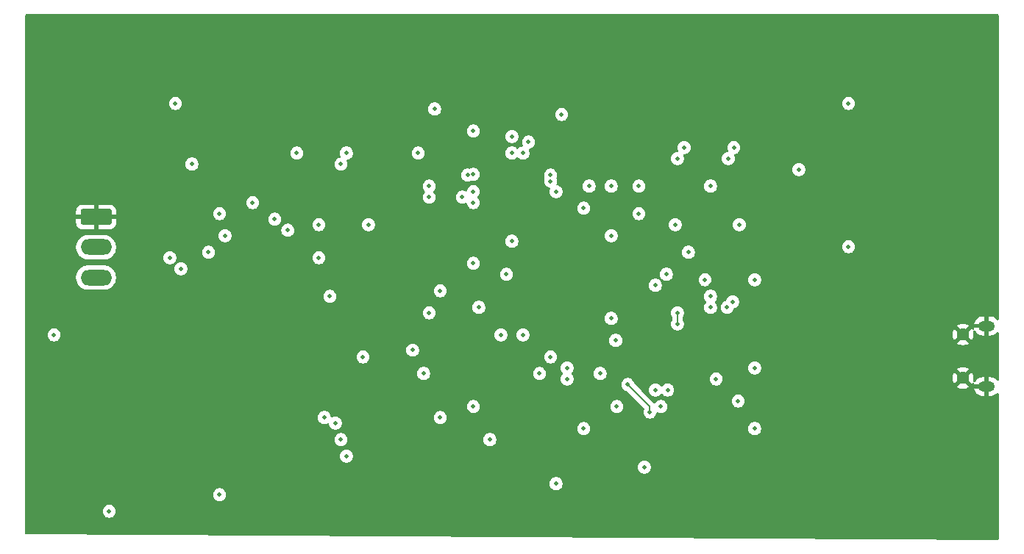
<source format=gbr>
%TF.GenerationSoftware,KiCad,Pcbnew,9.0.3*%
%TF.CreationDate,2025-08-10T07:11:56-04:00*%
%TF.ProjectId,NanoPulse,4e616e6f-5075-46c7-9365-2e6b69636164,Rev 1*%
%TF.SameCoordinates,Original*%
%TF.FileFunction,Copper,L2,Inr*%
%TF.FilePolarity,Positive*%
%FSLAX46Y46*%
G04 Gerber Fmt 4.6, Leading zero omitted, Abs format (unit mm)*
G04 Created by KiCad (PCBNEW 9.0.3) date 2025-08-10 07:11:56*
%MOMM*%
%LPD*%
G01*
G04 APERTURE LIST*
G04 Aperture macros list*
%AMRoundRect*
0 Rectangle with rounded corners*
0 $1 Rounding radius*
0 $2 $3 $4 $5 $6 $7 $8 $9 X,Y pos of 4 corners*
0 Add a 4 corners polygon primitive as box body*
4,1,4,$2,$3,$4,$5,$6,$7,$8,$9,$2,$3,0*
0 Add four circle primitives for the rounded corners*
1,1,$1+$1,$2,$3*
1,1,$1+$1,$4,$5*
1,1,$1+$1,$6,$7*
1,1,$1+$1,$8,$9*
0 Add four rect primitives between the rounded corners*
20,1,$1+$1,$2,$3,$4,$5,0*
20,1,$1+$1,$4,$5,$6,$7,0*
20,1,$1+$1,$6,$7,$8,$9,0*
20,1,$1+$1,$8,$9,$2,$3,0*%
G04 Aperture macros list end*
%TA.AperFunction,ComponentPad*%
%ADD10RoundRect,0.250000X-1.550000X0.650000X-1.550000X-0.650000X1.550000X-0.650000X1.550000X0.650000X0*%
%TD*%
%TA.AperFunction,ComponentPad*%
%ADD11O,3.600000X1.800000*%
%TD*%
%TA.AperFunction,HeatsinkPad*%
%ADD12O,1.900000X1.200000*%
%TD*%
%TA.AperFunction,HeatsinkPad*%
%ADD13C,1.450000*%
%TD*%
%TA.AperFunction,ViaPad*%
%ADD14C,0.500000*%
%TD*%
%TA.AperFunction,Conductor*%
%ADD15C,0.200000*%
%TD*%
G04 APERTURE END LIST*
D10*
%TO.N,GND*%
%TO.C,J6*%
X91832500Y-81645000D03*
D11*
%TO.N,+6V*%
X91832500Y-85145000D03*
%TO.N,-6V*%
X91832500Y-88645000D03*
%TD*%
D12*
%TO.N,GND*%
%TO.C,J8*%
X194310000Y-101210000D03*
D13*
X191610000Y-100210000D03*
X191610000Y-95210000D03*
D12*
X194310000Y-94210000D03*
%TD*%
D14*
%TO.N,+5.4V*%
X178435000Y-85090000D03*
X151130000Y-83820000D03*
X93345000Y-115570000D03*
X102870000Y-75565000D03*
X106680000Y-83820000D03*
%TO.N,GND*%
X148590000Y-75565000D03*
X96520000Y-95250000D03*
X146050000Y-93345000D03*
X120332500Y-61277500D03*
X97790000Y-95250000D03*
X189897500Y-95805000D03*
X110532519Y-69560945D03*
X158750000Y-101600000D03*
X151765000Y-81280000D03*
X127000000Y-105410000D03*
X176530000Y-98425000D03*
X146050000Y-75565000D03*
X136525000Y-65405000D03*
X154940000Y-69850000D03*
X168910000Y-99695000D03*
X133985000Y-100965000D03*
X158115000Y-85090000D03*
X146050000Y-94615000D03*
X99060000Y-91440000D03*
X168910000Y-67310000D03*
X144780000Y-88265000D03*
X125730000Y-83185000D03*
X130175000Y-106680000D03*
X177310701Y-106680000D03*
X124460000Y-67310000D03*
X138430000Y-83185000D03*
X149225000Y-104775000D03*
X144145000Y-109855000D03*
X158750000Y-117475000D03*
X140335000Y-93980000D03*
X176530000Y-78105000D03*
X137795000Y-66040000D03*
X109855000Y-104775000D03*
X107315000Y-80010000D03*
X190500000Y-108585000D03*
X161925000Y-65405000D03*
X118110000Y-65405000D03*
X154940000Y-79375000D03*
X113665000Y-105410000D03*
X186055000Y-111355000D03*
X154940000Y-112395000D03*
X98425000Y-105410000D03*
X161925000Y-98425000D03*
X139700000Y-116840000D03*
X168910000Y-69215000D03*
X188595000Y-84455000D03*
X126365000Y-83185000D03*
X131445000Y-83185000D03*
X171450000Y-112395000D03*
X153035000Y-88900000D03*
X186690000Y-95202500D03*
X117663424Y-116205000D03*
X153040001Y-98419999D03*
X144145000Y-70485000D03*
X111125000Y-108585000D03*
X118745000Y-102870000D03*
X181610000Y-65405000D03*
X176530000Y-71755000D03*
X158750000Y-61595000D03*
X141605000Y-100965000D03*
X163114885Y-104148008D03*
X144145000Y-73660000D03*
X159385000Y-106680000D03*
X127635000Y-104775000D03*
X147320000Y-71755000D03*
X125095000Y-93345000D03*
X125730000Y-95250000D03*
X149860000Y-107950000D03*
X108585000Y-95885000D03*
X186690000Y-103505000D03*
X132080000Y-71755000D03*
X133985000Y-88557479D03*
X120899570Y-101369241D03*
X162560000Y-106680000D03*
X113030000Y-101600000D03*
X136525000Y-88265000D03*
X194310000Y-102870000D03*
X88710000Y-65405000D03*
X123190000Y-85725000D03*
X101600000Y-60960000D03*
X128905000Y-110490000D03*
X189865000Y-109220000D03*
X121285000Y-85725000D03*
X110490000Y-67310000D03*
X165100000Y-61595000D03*
X111125000Y-79375000D03*
X102682655Y-116205000D03*
X134620000Y-104140000D03*
X161925000Y-118110000D03*
X180340000Y-65405000D03*
X113665000Y-85725000D03*
X157480000Y-107950000D03*
X171450000Y-116840000D03*
X113030000Y-74930000D03*
X125730000Y-77470000D03*
X137160000Y-112395000D03*
X101600000Y-110490000D03*
X110490000Y-112395000D03*
X158115000Y-73025000D03*
X163195000Y-106045000D03*
X135890000Y-107950000D03*
X190500000Y-65405000D03*
X103505000Y-99695000D03*
X158750000Y-106045000D03*
X114617500Y-60642500D03*
X145732500Y-61277500D03*
X191135000Y-116205000D03*
X180975000Y-99060000D03*
X160655000Y-65405000D03*
X88265000Y-116205000D03*
X125095000Y-111125000D03*
X130810000Y-95885000D03*
X97155000Y-105410000D03*
X133032500Y-61277500D03*
X125730000Y-66675000D03*
X158115000Y-92075000D03*
X185420000Y-100965000D03*
X177800000Y-61595000D03*
X133985000Y-86995000D03*
X165735000Y-85090000D03*
X109855000Y-92075000D03*
X128905000Y-92710000D03*
X102235000Y-71755000D03*
X125095000Y-100965000D03*
X161290000Y-113030000D03*
X143510000Y-67310000D03*
X103505000Y-98425000D03*
X144780000Y-103505000D03*
X162560000Y-89535000D03*
X132046353Y-77816074D03*
X116840000Y-64770000D03*
X135255000Y-85725000D03*
X116840000Y-87630000D03*
X192437500Y-102790000D03*
X165100000Y-72390000D03*
X169545000Y-86360000D03*
X158115000Y-90805000D03*
X184150000Y-116840000D03*
X160020000Y-98425000D03*
X154940000Y-67945000D03*
X87630000Y-98425000D03*
X173990000Y-85090000D03*
X106045000Y-71120000D03*
X147955000Y-87630000D03*
X124074570Y-101369241D03*
X135255000Y-110490000D03*
X149225000Y-88900000D03*
X164465000Y-111760000D03*
X113030000Y-100330000D03*
X170180000Y-103505000D03*
X133350000Y-72390000D03*
X128905000Y-75565000D03*
X147320000Y-88900000D03*
X141605000Y-103505000D03*
X170815000Y-98425000D03*
X151765000Y-113030000D03*
X136525000Y-94615000D03*
X100965000Y-115570000D03*
X128270000Y-103505000D03*
X110490000Y-71120000D03*
X180975000Y-106680000D03*
X102235000Y-95250000D03*
%TO.N,+3.3V*%
X130175000Y-92710000D03*
X163195000Y-100330000D03*
X147955000Y-106045000D03*
X137160000Y-107315000D03*
X128270000Y-96994000D03*
X165735000Y-102870000D03*
X162560000Y-92075000D03*
X120650000Y-109220000D03*
X156845000Y-103505000D03*
X164465000Y-92075000D03*
X154940000Y-110490000D03*
X131445000Y-90170000D03*
X129540000Y-99695000D03*
X122555000Y-97790000D03*
X119380000Y-105410000D03*
X138430000Y-95250000D03*
X118110000Y-104775000D03*
X131445000Y-104775000D03*
X151130000Y-93345000D03*
%TO.N,+6V*%
X101600000Y-87630000D03*
X104775000Y-85725000D03*
X100330000Y-86360000D03*
X156210000Y-101600000D03*
X120015000Y-107315000D03*
%TO.N,-6V*%
X144780000Y-112395000D03*
X86995000Y-95250000D03*
%TO.N,+1.8V*%
X139065000Y-88265000D03*
X151646612Y-95885000D03*
X128905000Y-74295000D03*
X135255000Y-71755000D03*
X148590000Y-78105000D03*
X158750000Y-93980000D03*
X106045000Y-113665000D03*
X158750000Y-92710000D03*
%TO.N,-5.4V*%
X160020000Y-85725000D03*
X130175000Y-79375000D03*
X117475000Y-82550000D03*
X167640000Y-88900000D03*
X117475000Y-86360000D03*
X154305000Y-78105000D03*
%TO.N,REF_5V*%
X106045000Y-81280000D03*
X112395000Y-81915000D03*
X133985000Y-79375000D03*
X139700000Y-72390000D03*
%TO.N,+5V*%
X135255000Y-86995000D03*
X142875000Y-99695000D03*
X135255000Y-78740000D03*
%TO.N,Net-(U11B-+IN2)*%
X100965000Y-68580000D03*
%TO.N,Net-(U11A-+IN1)*%
X130810000Y-69215000D03*
%TO.N,/ADC Driver Stage - Final Buffer CH A/Filtered_IN+*%
X130175000Y-78105000D03*
%TO.N,/ADC Driver Stage - Final Buffer CH A/Filtered_IN-*%
X109855000Y-80010000D03*
%TO.N,Net-(U12B-+IN2)*%
X145415000Y-69850000D03*
%TO.N,Net-(U12A-+IN1)*%
X178435000Y-68580000D03*
%TO.N,/ADC Driver Stage - Final Buffer CH B/Filtered_IN+*%
X154305000Y-81280000D03*
%TO.N,/ADC Driver Stage - Final Buffer CH B/Filtered_IN-*%
X162560000Y-78105000D03*
X172720000Y-76200000D03*
X151130000Y-78105000D03*
%TO.N,Net-(U13B-+VCLAMP)*%
X120015000Y-75565000D03*
X113905000Y-83185000D03*
X114935000Y-74295000D03*
%TO.N,Net-(U13B--VCLAMP)*%
X120650000Y-74295000D03*
X123190000Y-82550000D03*
%TO.N,Net-(U14A-VOCM)*%
X158750000Y-74930000D03*
X141605000Y-73025000D03*
%TO.N,Net-(U14B-+VCLAMP)*%
X164599999Y-74930000D03*
X158489999Y-82550000D03*
X159519999Y-73660000D03*
%TO.N,Net-(U14B--VCLAMP)*%
X165869999Y-82550000D03*
X165234999Y-73660000D03*
%TO.N,{slash}RESET_MCU*%
X161925000Y-88900000D03*
%TO.N,/MCU-FPGA/BOOT*%
X135890000Y-92075000D03*
X118745000Y-90805000D03*
%TO.N,{slash}RESET*%
X135255000Y-76740000D03*
%TO.N,REF*%
X139700000Y-84455000D03*
%TO.N,SCK*%
X144145000Y-76835000D03*
X147955000Y-80645000D03*
%TO.N,MOSI*%
X144145000Y-77540000D03*
%TO.N,{slash}CS*%
X144780000Y-78740000D03*
%TO.N,BUSY*%
X140970000Y-74295000D03*
%TO.N,Net-(U15-A6)*%
X157480000Y-88265000D03*
X156210000Y-89535000D03*
%TO.N,CNV*%
X134612151Y-76836174D03*
%TO.N,Trig_Detect*%
X144145000Y-97790000D03*
X167640000Y-106045000D03*
X149860000Y-99695000D03*
X167640000Y-99060000D03*
%TO.N,Manual_Trigger*%
X153035000Y-100965000D03*
X155575000Y-104140000D03*
%TO.N,{slash}CS_MCU*%
X146050000Y-100330000D03*
%TO.N,MOSI_MCU*%
X146050000Y-99060000D03*
%TO.N,SCK_MCU*%
X135255000Y-103505000D03*
%TO.N,BUSY_MCU*%
X162560000Y-90805000D03*
X165100000Y-91440000D03*
X151765000Y-103505000D03*
%TO.N,MISO0_MCU*%
X140970000Y-95250000D03*
%TO.N,MISO0*%
X139700000Y-74295000D03*
%TO.N,CNV_3.3*%
X157624627Y-101601001D03*
%TO.N,Net-(U10B-REFIN)*%
X135255000Y-80010000D03*
%TD*%
D15*
%TO.N,+1.8V*%
X158750000Y-93980000D02*
X158750000Y-92710000D01*
%TO.N,Manual_Trigger*%
X153035000Y-100965000D02*
X155575000Y-103505000D01*
X155575000Y-103505000D02*
X155575000Y-104140000D01*
%TD*%
%TA.AperFunction,Conductor*%
%TO.N,GND*%
G36*
X195657539Y-58305185D02*
G01*
X195703294Y-58357989D01*
X195714500Y-58409500D01*
X195714500Y-93409561D01*
X195694815Y-93476600D01*
X195642011Y-93522355D01*
X195572853Y-93532299D01*
X195509297Y-93503274D01*
X195502694Y-93496626D01*
X195502478Y-93496843D01*
X195376602Y-93370967D01*
X195236524Y-93269195D01*
X195082257Y-93190591D01*
X194917584Y-93137085D01*
X194746571Y-93110000D01*
X194560000Y-93110000D01*
X194560000Y-93910000D01*
X194060000Y-93910000D01*
X194060000Y-93110000D01*
X193873429Y-93110000D01*
X193702415Y-93137085D01*
X193537742Y-93190591D01*
X193383475Y-93269195D01*
X193243397Y-93370967D01*
X193120967Y-93493397D01*
X193019195Y-93633475D01*
X192940591Y-93787744D01*
X192887085Y-93952415D01*
X192885884Y-93959999D01*
X192885885Y-93960000D01*
X193793012Y-93960000D01*
X193775795Y-93969940D01*
X193719940Y-94025795D01*
X193680444Y-94094204D01*
X193660000Y-94170504D01*
X193660000Y-94249496D01*
X193680444Y-94325796D01*
X193719940Y-94394205D01*
X193775795Y-94450060D01*
X193793012Y-94460000D01*
X192885885Y-94460000D01*
X192887085Y-94467584D01*
X192893937Y-94488670D01*
X192895932Y-94558511D01*
X192859852Y-94618344D01*
X192797151Y-94649172D01*
X192727737Y-94641207D01*
X192673648Y-94596979D01*
X192665522Y-94583284D01*
X192657714Y-94567960D01*
X192635781Y-94537771D01*
X192635780Y-94537771D01*
X192031725Y-95141826D01*
X192006037Y-95045956D01*
X191950084Y-94949044D01*
X191870956Y-94869916D01*
X191774044Y-94813963D01*
X191678172Y-94788274D01*
X192282227Y-94184218D01*
X192282227Y-94184217D01*
X192252043Y-94162288D01*
X192144614Y-94107550D01*
X192080237Y-94074747D01*
X192080234Y-94074746D01*
X191896856Y-94015164D01*
X191706409Y-93985000D01*
X191513591Y-93985000D01*
X191323143Y-94015164D01*
X191139765Y-94074746D01*
X191139762Y-94074747D01*
X190967955Y-94162288D01*
X190967950Y-94162292D01*
X190937771Y-94184216D01*
X190937771Y-94184219D01*
X191541828Y-94788274D01*
X191445956Y-94813963D01*
X191349044Y-94869916D01*
X191269916Y-94949044D01*
X191213963Y-95045956D01*
X191188274Y-95141827D01*
X190584219Y-94537771D01*
X190584216Y-94537771D01*
X190562292Y-94567950D01*
X190562288Y-94567955D01*
X190474747Y-94739762D01*
X190474746Y-94739765D01*
X190415164Y-94923143D01*
X190385000Y-95113590D01*
X190385000Y-95306409D01*
X190415164Y-95496856D01*
X190474746Y-95680234D01*
X190474747Y-95680237D01*
X190562288Y-95852043D01*
X190584217Y-95882227D01*
X190584218Y-95882227D01*
X191188274Y-95278171D01*
X191213963Y-95374044D01*
X191269916Y-95470956D01*
X191349044Y-95550084D01*
X191445956Y-95606037D01*
X191541827Y-95631725D01*
X190937771Y-96235780D01*
X190937771Y-96235781D01*
X190967957Y-96257712D01*
X191139762Y-96345252D01*
X191139765Y-96345253D01*
X191323143Y-96404835D01*
X191513591Y-96435000D01*
X191706409Y-96435000D01*
X191896856Y-96404835D01*
X192080234Y-96345253D01*
X192080237Y-96345252D01*
X192252040Y-96257713D01*
X192282227Y-96235780D01*
X192282228Y-96235780D01*
X191678173Y-95631725D01*
X191774044Y-95606037D01*
X191870956Y-95550084D01*
X191950084Y-95470956D01*
X192006037Y-95374044D01*
X192031725Y-95278173D01*
X192635780Y-95882228D01*
X192635780Y-95882227D01*
X192657713Y-95852040D01*
X192745252Y-95680237D01*
X192745253Y-95680234D01*
X192804835Y-95496856D01*
X192835000Y-95306409D01*
X192835000Y-95113590D01*
X192804836Y-94923146D01*
X192791904Y-94883345D01*
X192789909Y-94813503D01*
X192825989Y-94753670D01*
X192888690Y-94722842D01*
X192958104Y-94730806D01*
X193012193Y-94775035D01*
X193016574Y-94782419D01*
X193016651Y-94782373D01*
X193019189Y-94786516D01*
X193120967Y-94926602D01*
X193243397Y-95049032D01*
X193383475Y-95150804D01*
X193537742Y-95229408D01*
X193702415Y-95282914D01*
X193873429Y-95310000D01*
X194060000Y-95310000D01*
X194060000Y-94510000D01*
X194560000Y-94510000D01*
X194560000Y-95310000D01*
X194746571Y-95310000D01*
X194917584Y-95282914D01*
X195082257Y-95229408D01*
X195236524Y-95150804D01*
X195376602Y-95049032D01*
X195502478Y-94923157D01*
X195504102Y-94924781D01*
X195554608Y-94891746D01*
X195624475Y-94891183D01*
X195683556Y-94928483D01*
X195713092Y-94991803D01*
X195714500Y-95010438D01*
X195714500Y-100409561D01*
X195694815Y-100476600D01*
X195642011Y-100522355D01*
X195572853Y-100532299D01*
X195509297Y-100503274D01*
X195502694Y-100496626D01*
X195502478Y-100496843D01*
X195376602Y-100370967D01*
X195236524Y-100269195D01*
X195082257Y-100190591D01*
X194917584Y-100137085D01*
X194746571Y-100110000D01*
X194560000Y-100110000D01*
X194560000Y-100910000D01*
X194060000Y-100910000D01*
X194060000Y-100110000D01*
X193873429Y-100110000D01*
X193702415Y-100137085D01*
X193537742Y-100190591D01*
X193383475Y-100269195D01*
X193243397Y-100370967D01*
X193120967Y-100493397D01*
X193019189Y-100633483D01*
X193016651Y-100637627D01*
X193015176Y-100636723D01*
X192972319Y-100682079D01*
X192904493Y-100698858D01*
X192838364Y-100676304D01*
X192794926Y-100621578D01*
X192787971Y-100552055D01*
X192791904Y-100536654D01*
X192804836Y-100496853D01*
X192835000Y-100306409D01*
X192835000Y-100113590D01*
X192804835Y-99923143D01*
X192745253Y-99739765D01*
X192745252Y-99739762D01*
X192657712Y-99567957D01*
X192635781Y-99537771D01*
X192635780Y-99537771D01*
X192031725Y-100141826D01*
X192006037Y-100045956D01*
X191950084Y-99949044D01*
X191870956Y-99869916D01*
X191774044Y-99813963D01*
X191678172Y-99788274D01*
X192282227Y-99184218D01*
X192282227Y-99184217D01*
X192252043Y-99162288D01*
X192080237Y-99074747D01*
X192080234Y-99074746D01*
X191896856Y-99015164D01*
X191706409Y-98985000D01*
X191513591Y-98985000D01*
X191323143Y-99015164D01*
X191139765Y-99074746D01*
X191139762Y-99074747D01*
X190967955Y-99162288D01*
X190967950Y-99162292D01*
X190937771Y-99184216D01*
X190937771Y-99184219D01*
X191541828Y-99788274D01*
X191445956Y-99813963D01*
X191349044Y-99869916D01*
X191269916Y-99949044D01*
X191213963Y-100045956D01*
X191188274Y-100141827D01*
X190584219Y-99537771D01*
X190584216Y-99537771D01*
X190562292Y-99567950D01*
X190562288Y-99567955D01*
X190474747Y-99739762D01*
X190474746Y-99739765D01*
X190415164Y-99923143D01*
X190385000Y-100113590D01*
X190385000Y-100306409D01*
X190415164Y-100496856D01*
X190474746Y-100680234D01*
X190474747Y-100680237D01*
X190562288Y-100852043D01*
X190584217Y-100882227D01*
X190584218Y-100882227D01*
X191188274Y-100278171D01*
X191213963Y-100374044D01*
X191269916Y-100470956D01*
X191349044Y-100550084D01*
X191445956Y-100606037D01*
X191541827Y-100631725D01*
X190937771Y-101235780D01*
X190937771Y-101235781D01*
X190967957Y-101257712D01*
X191139762Y-101345252D01*
X191139765Y-101345253D01*
X191323143Y-101404835D01*
X191513591Y-101435000D01*
X191706409Y-101435000D01*
X191896856Y-101404835D01*
X192080234Y-101345253D01*
X192080237Y-101345251D01*
X192144615Y-101312450D01*
X192252040Y-101257713D01*
X192282227Y-101235780D01*
X192282228Y-101235780D01*
X191678173Y-100631725D01*
X191774044Y-100606037D01*
X191870956Y-100550084D01*
X191950084Y-100470956D01*
X192006037Y-100374044D01*
X192031725Y-100278173D01*
X192635780Y-100882228D01*
X192635780Y-100882227D01*
X192657713Y-100852041D01*
X192665518Y-100836722D01*
X192713491Y-100785924D01*
X192781312Y-100769127D01*
X192847447Y-100791662D01*
X192890900Y-100846376D01*
X192897875Y-100915896D01*
X192893937Y-100931329D01*
X192887085Y-100952416D01*
X192885884Y-100959999D01*
X192885885Y-100960000D01*
X193793012Y-100960000D01*
X193775795Y-100969940D01*
X193719940Y-101025795D01*
X193680444Y-101094204D01*
X193660000Y-101170504D01*
X193660000Y-101249496D01*
X193680444Y-101325796D01*
X193719940Y-101394205D01*
X193775795Y-101450060D01*
X193793012Y-101460000D01*
X192885885Y-101460000D01*
X192887085Y-101467584D01*
X192940591Y-101632255D01*
X193019195Y-101786524D01*
X193120967Y-101926602D01*
X193243397Y-102049032D01*
X193383475Y-102150804D01*
X193537742Y-102229408D01*
X193702415Y-102282914D01*
X193873429Y-102310000D01*
X194060000Y-102310000D01*
X194060000Y-101510000D01*
X194560000Y-101510000D01*
X194560000Y-102310000D01*
X194746571Y-102310000D01*
X194917584Y-102282914D01*
X195082257Y-102229408D01*
X195236524Y-102150804D01*
X195376602Y-102049032D01*
X195502478Y-101923157D01*
X195504102Y-101924781D01*
X195554608Y-101891746D01*
X195624475Y-101891183D01*
X195683556Y-101928483D01*
X195713092Y-101991803D01*
X195714500Y-102010438D01*
X195714500Y-118751981D01*
X195694815Y-118819020D01*
X195642011Y-118864775D01*
X195589803Y-118875979D01*
X83808803Y-118247996D01*
X83741876Y-118227935D01*
X83696418Y-118174875D01*
X83685500Y-118123998D01*
X83685500Y-115643920D01*
X92594499Y-115643920D01*
X92623340Y-115788907D01*
X92623343Y-115788917D01*
X92679912Y-115925488D01*
X92679919Y-115925501D01*
X92762048Y-116048415D01*
X92762051Y-116048419D01*
X92866580Y-116152948D01*
X92866584Y-116152951D01*
X92989498Y-116235080D01*
X92989511Y-116235087D01*
X93126082Y-116291656D01*
X93126087Y-116291658D01*
X93126091Y-116291658D01*
X93126092Y-116291659D01*
X93271079Y-116320500D01*
X93271082Y-116320500D01*
X93418920Y-116320500D01*
X93516462Y-116301096D01*
X93563913Y-116291658D01*
X93700495Y-116235084D01*
X93823416Y-116152951D01*
X93927951Y-116048416D01*
X94010084Y-115925495D01*
X94066658Y-115788913D01*
X94095500Y-115643918D01*
X94095500Y-115496082D01*
X94095500Y-115496079D01*
X94066659Y-115351092D01*
X94066658Y-115351091D01*
X94066658Y-115351087D01*
X94066656Y-115351082D01*
X94010087Y-115214511D01*
X94010080Y-115214498D01*
X93927951Y-115091584D01*
X93927948Y-115091580D01*
X93823419Y-114987051D01*
X93823415Y-114987048D01*
X93700501Y-114904919D01*
X93700488Y-114904912D01*
X93563917Y-114848343D01*
X93563907Y-114848340D01*
X93418920Y-114819500D01*
X93418918Y-114819500D01*
X93271082Y-114819500D01*
X93271080Y-114819500D01*
X93126092Y-114848340D01*
X93126082Y-114848343D01*
X92989511Y-114904912D01*
X92989498Y-114904919D01*
X92866584Y-114987048D01*
X92866580Y-114987051D01*
X92762051Y-115091580D01*
X92762048Y-115091584D01*
X92679919Y-115214498D01*
X92679912Y-115214511D01*
X92623343Y-115351082D01*
X92623340Y-115351092D01*
X92594500Y-115496079D01*
X92594500Y-115496082D01*
X92594500Y-115643918D01*
X92594500Y-115643920D01*
X92594499Y-115643920D01*
X83685500Y-115643920D01*
X83685500Y-113738920D01*
X105294499Y-113738920D01*
X105323340Y-113883907D01*
X105323343Y-113883917D01*
X105379912Y-114020488D01*
X105379919Y-114020501D01*
X105462048Y-114143415D01*
X105462051Y-114143419D01*
X105566580Y-114247948D01*
X105566584Y-114247951D01*
X105689498Y-114330080D01*
X105689511Y-114330087D01*
X105826082Y-114386656D01*
X105826087Y-114386658D01*
X105826091Y-114386658D01*
X105826092Y-114386659D01*
X105971079Y-114415500D01*
X105971082Y-114415500D01*
X106118920Y-114415500D01*
X106216462Y-114396096D01*
X106263913Y-114386658D01*
X106400495Y-114330084D01*
X106523416Y-114247951D01*
X106627951Y-114143416D01*
X106710084Y-114020495D01*
X106766658Y-113883913D01*
X106795500Y-113738918D01*
X106795500Y-113591082D01*
X106795500Y-113591079D01*
X106766659Y-113446092D01*
X106766658Y-113446091D01*
X106766658Y-113446087D01*
X106766656Y-113446082D01*
X106710087Y-113309511D01*
X106710080Y-113309498D01*
X106627951Y-113186584D01*
X106627948Y-113186580D01*
X106523419Y-113082051D01*
X106523415Y-113082048D01*
X106400501Y-112999919D01*
X106400488Y-112999912D01*
X106263917Y-112943343D01*
X106263907Y-112943340D01*
X106118920Y-112914500D01*
X106118918Y-112914500D01*
X105971082Y-112914500D01*
X105971080Y-112914500D01*
X105826092Y-112943340D01*
X105826082Y-112943343D01*
X105689511Y-112999912D01*
X105689498Y-112999919D01*
X105566584Y-113082048D01*
X105566580Y-113082051D01*
X105462051Y-113186580D01*
X105462048Y-113186584D01*
X105379919Y-113309498D01*
X105379912Y-113309511D01*
X105323343Y-113446082D01*
X105323340Y-113446092D01*
X105294500Y-113591079D01*
X105294500Y-113591082D01*
X105294500Y-113738918D01*
X105294500Y-113738920D01*
X105294499Y-113738920D01*
X83685500Y-113738920D01*
X83685500Y-112468920D01*
X144029499Y-112468920D01*
X144058340Y-112613907D01*
X144058343Y-112613917D01*
X144114912Y-112750488D01*
X144114919Y-112750501D01*
X144197048Y-112873415D01*
X144197051Y-112873419D01*
X144301580Y-112977948D01*
X144301584Y-112977951D01*
X144424498Y-113060080D01*
X144424511Y-113060087D01*
X144561082Y-113116656D01*
X144561087Y-113116658D01*
X144561091Y-113116658D01*
X144561092Y-113116659D01*
X144706079Y-113145500D01*
X144706082Y-113145500D01*
X144853920Y-113145500D01*
X144951462Y-113126096D01*
X144998913Y-113116658D01*
X145135495Y-113060084D01*
X145258416Y-112977951D01*
X145362951Y-112873416D01*
X145445084Y-112750495D01*
X145501658Y-112613913D01*
X145530500Y-112468918D01*
X145530500Y-112321082D01*
X145530500Y-112321079D01*
X145501659Y-112176092D01*
X145501658Y-112176091D01*
X145501658Y-112176087D01*
X145501656Y-112176082D01*
X145445087Y-112039511D01*
X145445080Y-112039498D01*
X145362951Y-111916584D01*
X145362948Y-111916580D01*
X145258419Y-111812051D01*
X145258415Y-111812048D01*
X145135501Y-111729919D01*
X145135488Y-111729912D01*
X144998917Y-111673343D01*
X144998907Y-111673340D01*
X144853920Y-111644500D01*
X144853918Y-111644500D01*
X144706082Y-111644500D01*
X144706080Y-111644500D01*
X144561092Y-111673340D01*
X144561082Y-111673343D01*
X144424511Y-111729912D01*
X144424498Y-111729919D01*
X144301584Y-111812048D01*
X144301580Y-111812051D01*
X144197051Y-111916580D01*
X144197048Y-111916584D01*
X144114919Y-112039498D01*
X144114912Y-112039511D01*
X144058343Y-112176082D01*
X144058340Y-112176092D01*
X144029500Y-112321079D01*
X144029500Y-112321082D01*
X144029500Y-112468918D01*
X144029500Y-112468920D01*
X144029499Y-112468920D01*
X83685500Y-112468920D01*
X83685500Y-110563920D01*
X154189499Y-110563920D01*
X154218340Y-110708907D01*
X154218343Y-110708917D01*
X154274912Y-110845488D01*
X154274919Y-110845501D01*
X154357048Y-110968415D01*
X154357051Y-110968419D01*
X154461580Y-111072948D01*
X154461584Y-111072951D01*
X154584498Y-111155080D01*
X154584511Y-111155087D01*
X154721082Y-111211656D01*
X154721087Y-111211658D01*
X154721091Y-111211658D01*
X154721092Y-111211659D01*
X154866079Y-111240500D01*
X154866082Y-111240500D01*
X155013920Y-111240500D01*
X155111462Y-111221096D01*
X155158913Y-111211658D01*
X155295495Y-111155084D01*
X155418416Y-111072951D01*
X155522951Y-110968416D01*
X155605084Y-110845495D01*
X155661658Y-110708913D01*
X155690500Y-110563918D01*
X155690500Y-110416082D01*
X155690500Y-110416079D01*
X155661659Y-110271092D01*
X155661658Y-110271091D01*
X155661658Y-110271087D01*
X155661656Y-110271082D01*
X155605087Y-110134511D01*
X155605080Y-110134498D01*
X155522951Y-110011584D01*
X155522948Y-110011580D01*
X155418419Y-109907051D01*
X155418415Y-109907048D01*
X155295501Y-109824919D01*
X155295488Y-109824912D01*
X155158917Y-109768343D01*
X155158907Y-109768340D01*
X155013920Y-109739500D01*
X155013918Y-109739500D01*
X154866082Y-109739500D01*
X154866080Y-109739500D01*
X154721092Y-109768340D01*
X154721082Y-109768343D01*
X154584511Y-109824912D01*
X154584498Y-109824919D01*
X154461584Y-109907048D01*
X154461580Y-109907051D01*
X154357051Y-110011580D01*
X154357048Y-110011584D01*
X154274919Y-110134498D01*
X154274912Y-110134511D01*
X154218343Y-110271082D01*
X154218340Y-110271092D01*
X154189500Y-110416079D01*
X154189500Y-110416082D01*
X154189500Y-110563918D01*
X154189500Y-110563920D01*
X154189499Y-110563920D01*
X83685500Y-110563920D01*
X83685500Y-109293920D01*
X119899499Y-109293920D01*
X119928340Y-109438907D01*
X119928343Y-109438917D01*
X119984912Y-109575488D01*
X119984919Y-109575501D01*
X120067048Y-109698415D01*
X120067051Y-109698419D01*
X120171580Y-109802948D01*
X120171584Y-109802951D01*
X120294498Y-109885080D01*
X120294511Y-109885087D01*
X120431082Y-109941656D01*
X120431087Y-109941658D01*
X120431091Y-109941658D01*
X120431092Y-109941659D01*
X120576079Y-109970500D01*
X120576082Y-109970500D01*
X120723920Y-109970500D01*
X120821462Y-109951096D01*
X120868913Y-109941658D01*
X121005495Y-109885084D01*
X121128416Y-109802951D01*
X121232951Y-109698416D01*
X121315084Y-109575495D01*
X121371658Y-109438913D01*
X121400500Y-109293918D01*
X121400500Y-109146082D01*
X121400500Y-109146079D01*
X121371659Y-109001092D01*
X121371658Y-109001091D01*
X121371658Y-109001087D01*
X121371656Y-109001082D01*
X121315087Y-108864511D01*
X121315080Y-108864498D01*
X121232951Y-108741584D01*
X121232948Y-108741580D01*
X121128419Y-108637051D01*
X121128415Y-108637048D01*
X121005501Y-108554919D01*
X121005488Y-108554912D01*
X120868917Y-108498343D01*
X120868907Y-108498340D01*
X120723920Y-108469500D01*
X120723918Y-108469500D01*
X120576082Y-108469500D01*
X120576080Y-108469500D01*
X120431092Y-108498340D01*
X120431082Y-108498343D01*
X120294511Y-108554912D01*
X120294498Y-108554919D01*
X120171584Y-108637048D01*
X120171580Y-108637051D01*
X120067051Y-108741580D01*
X120067048Y-108741584D01*
X119984919Y-108864498D01*
X119984912Y-108864511D01*
X119928343Y-109001082D01*
X119928340Y-109001092D01*
X119899500Y-109146079D01*
X119899500Y-109146082D01*
X119899500Y-109293918D01*
X119899500Y-109293920D01*
X119899499Y-109293920D01*
X83685500Y-109293920D01*
X83685500Y-107388920D01*
X119264499Y-107388920D01*
X119293340Y-107533907D01*
X119293343Y-107533917D01*
X119349912Y-107670488D01*
X119349919Y-107670501D01*
X119432048Y-107793415D01*
X119432051Y-107793419D01*
X119536580Y-107897948D01*
X119536584Y-107897951D01*
X119659498Y-107980080D01*
X119659511Y-107980087D01*
X119796082Y-108036656D01*
X119796087Y-108036658D01*
X119796091Y-108036658D01*
X119796092Y-108036659D01*
X119941079Y-108065500D01*
X119941082Y-108065500D01*
X120088920Y-108065500D01*
X120186462Y-108046096D01*
X120233913Y-108036658D01*
X120370495Y-107980084D01*
X120493416Y-107897951D01*
X120597951Y-107793416D01*
X120680084Y-107670495D01*
X120736658Y-107533913D01*
X120765500Y-107388920D01*
X136409499Y-107388920D01*
X136438340Y-107533907D01*
X136438343Y-107533917D01*
X136494912Y-107670488D01*
X136494919Y-107670501D01*
X136577048Y-107793415D01*
X136577051Y-107793419D01*
X136681580Y-107897948D01*
X136681584Y-107897951D01*
X136804498Y-107980080D01*
X136804511Y-107980087D01*
X136941082Y-108036656D01*
X136941087Y-108036658D01*
X136941091Y-108036658D01*
X136941092Y-108036659D01*
X137086079Y-108065500D01*
X137086082Y-108065500D01*
X137233920Y-108065500D01*
X137331462Y-108046096D01*
X137378913Y-108036658D01*
X137515495Y-107980084D01*
X137638416Y-107897951D01*
X137742951Y-107793416D01*
X137825084Y-107670495D01*
X137881658Y-107533913D01*
X137910500Y-107388918D01*
X137910500Y-107241082D01*
X137910500Y-107241079D01*
X137881659Y-107096092D01*
X137881658Y-107096091D01*
X137881658Y-107096087D01*
X137881656Y-107096082D01*
X137825087Y-106959511D01*
X137825080Y-106959498D01*
X137742951Y-106836584D01*
X137742948Y-106836580D01*
X137638419Y-106732051D01*
X137638415Y-106732048D01*
X137515501Y-106649919D01*
X137515488Y-106649912D01*
X137378917Y-106593343D01*
X137378907Y-106593340D01*
X137233920Y-106564500D01*
X137233918Y-106564500D01*
X137086082Y-106564500D01*
X137086080Y-106564500D01*
X136941092Y-106593340D01*
X136941082Y-106593343D01*
X136804511Y-106649912D01*
X136804498Y-106649919D01*
X136681584Y-106732048D01*
X136681580Y-106732051D01*
X136577051Y-106836580D01*
X136577048Y-106836584D01*
X136494919Y-106959498D01*
X136494912Y-106959511D01*
X136438343Y-107096082D01*
X136438340Y-107096092D01*
X136409500Y-107241079D01*
X136409500Y-107241082D01*
X136409500Y-107388918D01*
X136409500Y-107388920D01*
X136409499Y-107388920D01*
X120765500Y-107388920D01*
X120765500Y-107388918D01*
X120765500Y-107241082D01*
X120765500Y-107241079D01*
X120736659Y-107096092D01*
X120736658Y-107096091D01*
X120736658Y-107096087D01*
X120736656Y-107096082D01*
X120680087Y-106959511D01*
X120680080Y-106959498D01*
X120597951Y-106836584D01*
X120597948Y-106836580D01*
X120493419Y-106732051D01*
X120493415Y-106732048D01*
X120370501Y-106649919D01*
X120370488Y-106649912D01*
X120233917Y-106593343D01*
X120233907Y-106593340D01*
X120088920Y-106564500D01*
X120088918Y-106564500D01*
X119941082Y-106564500D01*
X119941080Y-106564500D01*
X119796092Y-106593340D01*
X119796082Y-106593343D01*
X119659511Y-106649912D01*
X119659498Y-106649919D01*
X119536584Y-106732048D01*
X119536580Y-106732051D01*
X119432051Y-106836580D01*
X119432048Y-106836584D01*
X119349919Y-106959498D01*
X119349912Y-106959511D01*
X119293343Y-107096082D01*
X119293340Y-107096092D01*
X119264500Y-107241079D01*
X119264500Y-107241082D01*
X119264500Y-107388918D01*
X119264500Y-107388920D01*
X119264499Y-107388920D01*
X83685500Y-107388920D01*
X83685500Y-104848920D01*
X117359499Y-104848920D01*
X117388340Y-104993907D01*
X117388343Y-104993917D01*
X117444912Y-105130488D01*
X117444919Y-105130501D01*
X117527048Y-105253415D01*
X117527051Y-105253419D01*
X117631580Y-105357948D01*
X117631584Y-105357951D01*
X117754498Y-105440080D01*
X117754511Y-105440087D01*
X117891082Y-105496656D01*
X117891087Y-105496658D01*
X117891091Y-105496658D01*
X117891092Y-105496659D01*
X118036079Y-105525500D01*
X118036082Y-105525500D01*
X118183920Y-105525500D01*
X118281462Y-105506096D01*
X118328913Y-105496658D01*
X118465495Y-105440084D01*
X118465495Y-105440083D01*
X118469367Y-105438480D01*
X118538837Y-105431011D01*
X118601316Y-105462286D01*
X118636968Y-105522375D01*
X118638437Y-105528849D01*
X118658340Y-105628907D01*
X118658343Y-105628917D01*
X118714912Y-105765488D01*
X118714919Y-105765501D01*
X118797048Y-105888415D01*
X118797051Y-105888419D01*
X118901580Y-105992948D01*
X118901584Y-105992951D01*
X119024498Y-106075080D01*
X119024511Y-106075087D01*
X119161082Y-106131656D01*
X119161087Y-106131658D01*
X119161091Y-106131658D01*
X119161092Y-106131659D01*
X119306079Y-106160500D01*
X119306082Y-106160500D01*
X119453920Y-106160500D01*
X119551462Y-106141096D01*
X119598913Y-106131658D01*
X119629665Y-106118920D01*
X147204499Y-106118920D01*
X147233340Y-106263907D01*
X147233343Y-106263917D01*
X147289912Y-106400488D01*
X147289919Y-106400501D01*
X147372048Y-106523415D01*
X147372051Y-106523419D01*
X147476580Y-106627948D01*
X147476584Y-106627951D01*
X147599498Y-106710080D01*
X147599511Y-106710087D01*
X147736082Y-106766656D01*
X147736087Y-106766658D01*
X147736091Y-106766658D01*
X147736092Y-106766659D01*
X147881079Y-106795500D01*
X147881082Y-106795500D01*
X148028920Y-106795500D01*
X148126462Y-106776096D01*
X148173913Y-106766658D01*
X148310495Y-106710084D01*
X148433416Y-106627951D01*
X148537951Y-106523416D01*
X148620084Y-106400495D01*
X148676658Y-106263913D01*
X148702966Y-106131658D01*
X148705500Y-106118920D01*
X166889499Y-106118920D01*
X166918340Y-106263907D01*
X166918343Y-106263917D01*
X166974912Y-106400488D01*
X166974919Y-106400501D01*
X167057048Y-106523415D01*
X167057051Y-106523419D01*
X167161580Y-106627948D01*
X167161584Y-106627951D01*
X167284498Y-106710080D01*
X167284511Y-106710087D01*
X167421082Y-106766656D01*
X167421087Y-106766658D01*
X167421091Y-106766658D01*
X167421092Y-106766659D01*
X167566079Y-106795500D01*
X167566082Y-106795500D01*
X167713920Y-106795500D01*
X167811462Y-106776096D01*
X167858913Y-106766658D01*
X167995495Y-106710084D01*
X168118416Y-106627951D01*
X168222951Y-106523416D01*
X168305084Y-106400495D01*
X168361658Y-106263913D01*
X168387966Y-106131658D01*
X168390500Y-106118920D01*
X168390500Y-105971079D01*
X168361659Y-105826092D01*
X168361658Y-105826091D01*
X168361658Y-105826087D01*
X168336557Y-105765488D01*
X168305087Y-105689511D01*
X168305080Y-105689498D01*
X168222951Y-105566584D01*
X168222948Y-105566580D01*
X168118419Y-105462051D01*
X168118415Y-105462048D01*
X167995501Y-105379919D01*
X167995488Y-105379912D01*
X167858917Y-105323343D01*
X167858907Y-105323340D01*
X167713920Y-105294500D01*
X167713918Y-105294500D01*
X167566082Y-105294500D01*
X167566080Y-105294500D01*
X167421092Y-105323340D01*
X167421082Y-105323343D01*
X167284511Y-105379912D01*
X167284498Y-105379919D01*
X167161584Y-105462048D01*
X167161580Y-105462051D01*
X167057051Y-105566580D01*
X167057048Y-105566584D01*
X166974919Y-105689498D01*
X166974912Y-105689511D01*
X166918343Y-105826082D01*
X166918340Y-105826092D01*
X166889500Y-105971079D01*
X166889500Y-105971082D01*
X166889500Y-106118918D01*
X166889500Y-106118920D01*
X166889499Y-106118920D01*
X148705500Y-106118920D01*
X148705500Y-105971079D01*
X148676659Y-105826092D01*
X148676658Y-105826091D01*
X148676658Y-105826087D01*
X148651557Y-105765488D01*
X148620087Y-105689511D01*
X148620080Y-105689498D01*
X148537951Y-105566584D01*
X148537948Y-105566580D01*
X148433419Y-105462051D01*
X148433415Y-105462048D01*
X148310501Y-105379919D01*
X148310488Y-105379912D01*
X148173917Y-105323343D01*
X148173907Y-105323340D01*
X148028920Y-105294500D01*
X148028918Y-105294500D01*
X147881082Y-105294500D01*
X147881080Y-105294500D01*
X147736092Y-105323340D01*
X147736082Y-105323343D01*
X147599511Y-105379912D01*
X147599498Y-105379919D01*
X147476584Y-105462048D01*
X147476580Y-105462051D01*
X147372051Y-105566580D01*
X147372048Y-105566584D01*
X147289919Y-105689498D01*
X147289912Y-105689511D01*
X147233343Y-105826082D01*
X147233340Y-105826092D01*
X147204500Y-105971079D01*
X147204500Y-105971082D01*
X147204500Y-106118918D01*
X147204500Y-106118920D01*
X147204499Y-106118920D01*
X119629665Y-106118920D01*
X119735495Y-106075084D01*
X119858416Y-105992951D01*
X119962951Y-105888416D01*
X120045084Y-105765495D01*
X120101658Y-105628913D01*
X120114057Y-105566580D01*
X120130500Y-105483920D01*
X120130500Y-105336079D01*
X120101659Y-105191092D01*
X120101658Y-105191091D01*
X120101658Y-105191087D01*
X120076557Y-105130488D01*
X120045087Y-105054511D01*
X120045080Y-105054498D01*
X119962951Y-104931584D01*
X119962948Y-104931580D01*
X119880288Y-104848920D01*
X130694499Y-104848920D01*
X130723340Y-104993907D01*
X130723343Y-104993917D01*
X130779912Y-105130488D01*
X130779919Y-105130501D01*
X130862048Y-105253415D01*
X130862051Y-105253419D01*
X130966580Y-105357948D01*
X130966584Y-105357951D01*
X131089498Y-105440080D01*
X131089511Y-105440087D01*
X131226082Y-105496656D01*
X131226087Y-105496658D01*
X131226091Y-105496658D01*
X131226092Y-105496659D01*
X131371079Y-105525500D01*
X131371082Y-105525500D01*
X131518920Y-105525500D01*
X131616462Y-105506096D01*
X131663913Y-105496658D01*
X131800495Y-105440084D01*
X131923416Y-105357951D01*
X132027951Y-105253416D01*
X132110084Y-105130495D01*
X132166658Y-104993913D01*
X132192966Y-104861658D01*
X132195500Y-104848920D01*
X132195500Y-104701079D01*
X132166659Y-104556092D01*
X132166658Y-104556091D01*
X132166658Y-104556087D01*
X132141557Y-104495488D01*
X132110087Y-104419511D01*
X132110080Y-104419498D01*
X132027951Y-104296584D01*
X132027948Y-104296580D01*
X131923419Y-104192051D01*
X131923415Y-104192048D01*
X131800501Y-104109919D01*
X131800488Y-104109912D01*
X131663917Y-104053343D01*
X131663907Y-104053340D01*
X131518920Y-104024500D01*
X131518918Y-104024500D01*
X131371082Y-104024500D01*
X131371080Y-104024500D01*
X131226092Y-104053340D01*
X131226082Y-104053343D01*
X131089511Y-104109912D01*
X131089498Y-104109919D01*
X130966584Y-104192048D01*
X130966580Y-104192051D01*
X130862051Y-104296580D01*
X130862048Y-104296584D01*
X130779919Y-104419498D01*
X130779912Y-104419511D01*
X130723343Y-104556082D01*
X130723340Y-104556092D01*
X130694500Y-104701079D01*
X130694500Y-104701082D01*
X130694500Y-104848918D01*
X130694500Y-104848920D01*
X130694499Y-104848920D01*
X119880288Y-104848920D01*
X119858419Y-104827051D01*
X119858411Y-104827045D01*
X119815129Y-104798125D01*
X119815079Y-104798092D01*
X119735501Y-104744919D01*
X119735488Y-104744912D01*
X119598917Y-104688343D01*
X119598907Y-104688340D01*
X119453920Y-104659500D01*
X119453918Y-104659500D01*
X119306082Y-104659500D01*
X119306080Y-104659500D01*
X119161092Y-104688340D01*
X119161082Y-104688343D01*
X119020631Y-104746519D01*
X118951161Y-104753988D01*
X118888682Y-104722712D01*
X118853030Y-104662623D01*
X118851562Y-104656149D01*
X118831659Y-104556094D01*
X118831659Y-104556092D01*
X118831658Y-104556087D01*
X118806557Y-104495488D01*
X118775087Y-104419511D01*
X118775080Y-104419498D01*
X118692951Y-104296584D01*
X118692948Y-104296580D01*
X118588419Y-104192051D01*
X118588415Y-104192048D01*
X118465501Y-104109919D01*
X118465488Y-104109912D01*
X118328917Y-104053343D01*
X118328907Y-104053340D01*
X118183920Y-104024500D01*
X118183918Y-104024500D01*
X118036082Y-104024500D01*
X118036080Y-104024500D01*
X117891092Y-104053340D01*
X117891082Y-104053343D01*
X117754511Y-104109912D01*
X117754498Y-104109919D01*
X117631584Y-104192048D01*
X117631580Y-104192051D01*
X117527051Y-104296580D01*
X117527048Y-104296584D01*
X117444919Y-104419498D01*
X117444912Y-104419511D01*
X117388343Y-104556082D01*
X117388340Y-104556092D01*
X117359500Y-104701079D01*
X117359500Y-104701082D01*
X117359500Y-104848918D01*
X117359500Y-104848920D01*
X117359499Y-104848920D01*
X83685500Y-104848920D01*
X83685500Y-103578920D01*
X134504499Y-103578920D01*
X134533340Y-103723907D01*
X134533343Y-103723917D01*
X134589912Y-103860488D01*
X134589919Y-103860501D01*
X134672048Y-103983415D01*
X134672051Y-103983419D01*
X134776580Y-104087948D01*
X134776584Y-104087951D01*
X134899498Y-104170080D01*
X134899511Y-104170087D01*
X135036082Y-104226656D01*
X135036087Y-104226658D01*
X135036091Y-104226658D01*
X135036092Y-104226659D01*
X135181079Y-104255500D01*
X135181082Y-104255500D01*
X135328920Y-104255500D01*
X135426462Y-104236096D01*
X135473913Y-104226658D01*
X135610495Y-104170084D01*
X135733416Y-104087951D01*
X135837951Y-103983416D01*
X135920084Y-103860495D01*
X135976658Y-103723913D01*
X136002966Y-103591658D01*
X136005500Y-103578920D01*
X151014499Y-103578920D01*
X151043340Y-103723907D01*
X151043343Y-103723917D01*
X151099912Y-103860488D01*
X151099919Y-103860501D01*
X151182048Y-103983415D01*
X151182051Y-103983419D01*
X151286580Y-104087948D01*
X151286584Y-104087951D01*
X151409498Y-104170080D01*
X151409511Y-104170087D01*
X151546082Y-104226656D01*
X151546087Y-104226658D01*
X151546091Y-104226658D01*
X151546092Y-104226659D01*
X151691079Y-104255500D01*
X151691082Y-104255500D01*
X151838920Y-104255500D01*
X151936462Y-104236096D01*
X151983913Y-104226658D01*
X152120495Y-104170084D01*
X152243416Y-104087951D01*
X152347951Y-103983416D01*
X152430084Y-103860495D01*
X152486658Y-103723913D01*
X152512966Y-103591658D01*
X152515500Y-103578920D01*
X152515500Y-103431079D01*
X152486659Y-103286092D01*
X152486658Y-103286091D01*
X152486658Y-103286087D01*
X152486656Y-103286082D01*
X152430087Y-103149511D01*
X152430080Y-103149498D01*
X152347951Y-103026584D01*
X152347948Y-103026580D01*
X152243419Y-102922051D01*
X152243415Y-102922048D01*
X152120501Y-102839919D01*
X152120488Y-102839912D01*
X151983917Y-102783343D01*
X151983907Y-102783340D01*
X151838920Y-102754500D01*
X151838918Y-102754500D01*
X151691082Y-102754500D01*
X151691080Y-102754500D01*
X151546092Y-102783340D01*
X151546082Y-102783343D01*
X151409511Y-102839912D01*
X151409498Y-102839919D01*
X151286584Y-102922048D01*
X151286580Y-102922051D01*
X151182051Y-103026580D01*
X151182048Y-103026584D01*
X151099919Y-103149498D01*
X151099912Y-103149511D01*
X151043343Y-103286082D01*
X151043340Y-103286092D01*
X151014500Y-103431079D01*
X151014500Y-103431082D01*
X151014500Y-103578918D01*
X151014500Y-103578920D01*
X151014499Y-103578920D01*
X136005500Y-103578920D01*
X136005500Y-103431079D01*
X135976659Y-103286092D01*
X135976658Y-103286091D01*
X135976658Y-103286087D01*
X135976656Y-103286082D01*
X135920087Y-103149511D01*
X135920080Y-103149498D01*
X135837951Y-103026584D01*
X135837948Y-103026580D01*
X135733419Y-102922051D01*
X135733415Y-102922048D01*
X135610501Y-102839919D01*
X135610488Y-102839912D01*
X135473917Y-102783343D01*
X135473907Y-102783340D01*
X135328920Y-102754500D01*
X135328918Y-102754500D01*
X135181082Y-102754500D01*
X135181080Y-102754500D01*
X135036092Y-102783340D01*
X135036082Y-102783343D01*
X134899511Y-102839912D01*
X134899498Y-102839919D01*
X134776584Y-102922048D01*
X134776580Y-102922051D01*
X134672051Y-103026580D01*
X134672048Y-103026584D01*
X134589919Y-103149498D01*
X134589912Y-103149511D01*
X134533343Y-103286082D01*
X134533340Y-103286092D01*
X134504500Y-103431079D01*
X134504500Y-103431082D01*
X134504500Y-103578918D01*
X134504500Y-103578920D01*
X134504499Y-103578920D01*
X83685500Y-103578920D01*
X83685500Y-99768920D01*
X128789499Y-99768920D01*
X128818340Y-99913907D01*
X128818343Y-99913917D01*
X128874912Y-100050488D01*
X128874919Y-100050501D01*
X128957048Y-100173415D01*
X128957051Y-100173419D01*
X129061580Y-100277948D01*
X129061584Y-100277951D01*
X129184498Y-100360080D01*
X129184511Y-100360087D01*
X129303953Y-100409561D01*
X129321087Y-100416658D01*
X129321091Y-100416658D01*
X129321092Y-100416659D01*
X129466079Y-100445500D01*
X129466082Y-100445500D01*
X129613920Y-100445500D01*
X129711462Y-100426096D01*
X129758913Y-100416658D01*
X129895495Y-100360084D01*
X130018416Y-100277951D01*
X130122951Y-100173416D01*
X130205084Y-100050495D01*
X130261658Y-99913913D01*
X130287301Y-99785000D01*
X130290500Y-99768920D01*
X142124499Y-99768920D01*
X142153340Y-99913907D01*
X142153343Y-99913917D01*
X142209912Y-100050488D01*
X142209919Y-100050501D01*
X142292048Y-100173415D01*
X142292051Y-100173419D01*
X142396580Y-100277948D01*
X142396584Y-100277951D01*
X142519498Y-100360080D01*
X142519511Y-100360087D01*
X142638953Y-100409561D01*
X142656087Y-100416658D01*
X142656091Y-100416658D01*
X142656092Y-100416659D01*
X142801079Y-100445500D01*
X142801082Y-100445500D01*
X142948920Y-100445500D01*
X143046462Y-100426096D01*
X143093913Y-100416658D01*
X143230495Y-100360084D01*
X143353416Y-100277951D01*
X143457951Y-100173416D01*
X143540084Y-100050495D01*
X143596658Y-99913913D01*
X143622301Y-99785000D01*
X143625500Y-99768920D01*
X143625500Y-99621079D01*
X143596659Y-99476092D01*
X143596658Y-99476091D01*
X143596658Y-99476087D01*
X143571557Y-99415488D01*
X143540087Y-99339511D01*
X143540080Y-99339498D01*
X143457951Y-99216584D01*
X143457948Y-99216580D01*
X143375288Y-99133920D01*
X145299499Y-99133920D01*
X145328340Y-99278907D01*
X145328343Y-99278917D01*
X145384912Y-99415488D01*
X145384919Y-99415501D01*
X145467048Y-99538415D01*
X145467051Y-99538419D01*
X145535951Y-99607319D01*
X145569436Y-99668642D01*
X145564452Y-99738334D01*
X145535951Y-99782681D01*
X145467051Y-99851580D01*
X145467048Y-99851584D01*
X145384919Y-99974498D01*
X145384912Y-99974511D01*
X145328343Y-100111082D01*
X145328340Y-100111092D01*
X145299500Y-100256079D01*
X145299500Y-100256082D01*
X145299500Y-100403918D01*
X145299500Y-100403920D01*
X145299499Y-100403920D01*
X145328340Y-100548907D01*
X145328343Y-100548917D01*
X145384912Y-100685488D01*
X145384919Y-100685501D01*
X145467048Y-100808415D01*
X145467051Y-100808419D01*
X145571580Y-100912948D01*
X145571584Y-100912951D01*
X145694498Y-100995080D01*
X145694511Y-100995087D01*
X145831082Y-101051656D01*
X145831087Y-101051658D01*
X145831091Y-101051658D01*
X145831092Y-101051659D01*
X145976079Y-101080500D01*
X145976082Y-101080500D01*
X146123920Y-101080500D01*
X146221462Y-101061096D01*
X146268913Y-101051658D01*
X146299665Y-101038920D01*
X152284499Y-101038920D01*
X152313340Y-101183907D01*
X152313343Y-101183917D01*
X152369912Y-101320488D01*
X152369919Y-101320501D01*
X152452048Y-101443415D01*
X152452051Y-101443419D01*
X152556580Y-101547948D01*
X152556584Y-101547951D01*
X152679498Y-101630080D01*
X152679511Y-101630087D01*
X152787746Y-101674919D01*
X152816087Y-101686658D01*
X152893212Y-101701999D01*
X152955119Y-101734382D01*
X152956699Y-101735934D01*
X154879257Y-103658492D01*
X154912742Y-103719815D01*
X154907758Y-103789507D01*
X154906137Y-103793625D01*
X154853343Y-103921082D01*
X154853340Y-103921092D01*
X154824500Y-104066079D01*
X154824500Y-104066082D01*
X154824500Y-104213918D01*
X154824500Y-104213920D01*
X154824499Y-104213920D01*
X154853340Y-104358907D01*
X154853343Y-104358917D01*
X154909912Y-104495488D01*
X154909919Y-104495501D01*
X154992048Y-104618415D01*
X154992051Y-104618419D01*
X155096580Y-104722948D01*
X155096584Y-104722951D01*
X155219498Y-104805080D01*
X155219511Y-104805087D01*
X155356082Y-104861656D01*
X155356087Y-104861658D01*
X155356091Y-104861658D01*
X155356092Y-104861659D01*
X155501079Y-104890500D01*
X155501082Y-104890500D01*
X155648920Y-104890500D01*
X155746462Y-104871096D01*
X155793913Y-104861658D01*
X155930495Y-104805084D01*
X156053416Y-104722951D01*
X156157951Y-104618416D01*
X156240084Y-104495495D01*
X156296658Y-104358913D01*
X156316562Y-104258849D01*
X156348946Y-104196939D01*
X156409662Y-104162365D01*
X156479432Y-104166104D01*
X156485631Y-104168480D01*
X156626082Y-104226656D01*
X156626087Y-104226658D01*
X156626091Y-104226658D01*
X156626092Y-104226659D01*
X156771079Y-104255500D01*
X156771082Y-104255500D01*
X156918920Y-104255500D01*
X157016462Y-104236096D01*
X157063913Y-104226658D01*
X157200495Y-104170084D01*
X157323416Y-104087951D01*
X157427951Y-103983416D01*
X157510084Y-103860495D01*
X157566658Y-103723913D01*
X157592966Y-103591658D01*
X157595500Y-103578920D01*
X157595500Y-103431079D01*
X157566659Y-103286092D01*
X157566658Y-103286091D01*
X157566658Y-103286087D01*
X157566656Y-103286082D01*
X157510087Y-103149511D01*
X157510080Y-103149498D01*
X157427951Y-103026584D01*
X157427948Y-103026580D01*
X157345288Y-102943920D01*
X164984499Y-102943920D01*
X165013340Y-103088907D01*
X165013343Y-103088917D01*
X165069912Y-103225488D01*
X165069919Y-103225501D01*
X165152048Y-103348415D01*
X165152051Y-103348419D01*
X165256580Y-103452948D01*
X165256584Y-103452951D01*
X165379498Y-103535080D01*
X165379511Y-103535087D01*
X165516082Y-103591656D01*
X165516087Y-103591658D01*
X165516091Y-103591658D01*
X165516092Y-103591659D01*
X165661079Y-103620500D01*
X165661082Y-103620500D01*
X165808920Y-103620500D01*
X165906462Y-103601096D01*
X165953913Y-103591658D01*
X166090495Y-103535084D01*
X166213416Y-103452951D01*
X166317951Y-103348416D01*
X166400084Y-103225495D01*
X166456658Y-103088913D01*
X166485500Y-102943918D01*
X166485500Y-102796082D01*
X166485500Y-102796079D01*
X166456659Y-102651092D01*
X166456658Y-102651091D01*
X166456658Y-102651087D01*
X166456656Y-102651082D01*
X166400087Y-102514511D01*
X166400080Y-102514498D01*
X166317951Y-102391584D01*
X166317948Y-102391580D01*
X166213419Y-102287051D01*
X166213415Y-102287048D01*
X166090501Y-102204919D01*
X166090488Y-102204912D01*
X165953917Y-102148343D01*
X165953907Y-102148340D01*
X165808920Y-102119500D01*
X165808918Y-102119500D01*
X165661082Y-102119500D01*
X165661080Y-102119500D01*
X165516092Y-102148340D01*
X165516082Y-102148343D01*
X165379511Y-102204912D01*
X165379498Y-102204919D01*
X165256584Y-102287048D01*
X165256580Y-102287051D01*
X165152051Y-102391580D01*
X165152048Y-102391584D01*
X165069919Y-102514498D01*
X165069912Y-102514511D01*
X165013343Y-102651082D01*
X165013340Y-102651092D01*
X164984500Y-102796079D01*
X164984500Y-102796082D01*
X164984500Y-102943918D01*
X164984500Y-102943920D01*
X164984499Y-102943920D01*
X157345288Y-102943920D01*
X157323419Y-102922051D01*
X157323411Y-102922045D01*
X157280129Y-102893125D01*
X157280079Y-102893092D01*
X157200501Y-102839919D01*
X157200488Y-102839912D01*
X157063917Y-102783343D01*
X157063907Y-102783340D01*
X156918920Y-102754500D01*
X156918918Y-102754500D01*
X156771082Y-102754500D01*
X156771080Y-102754500D01*
X156626092Y-102783340D01*
X156626082Y-102783343D01*
X156489511Y-102839912D01*
X156489498Y-102839919D01*
X156366584Y-102922048D01*
X156366580Y-102922051D01*
X156262051Y-103026580D01*
X156262048Y-103026584D01*
X156219328Y-103090519D01*
X156203163Y-103104028D01*
X156190537Y-103120895D01*
X156176889Y-103125985D01*
X156165715Y-103135324D01*
X156144813Y-103137949D01*
X156125073Y-103145312D01*
X156110840Y-103142216D01*
X156096390Y-103144031D01*
X156077387Y-103134939D01*
X156056800Y-103130461D01*
X156036915Y-103115575D01*
X156033363Y-103113876D01*
X156028564Y-103109328D01*
X155943716Y-103024480D01*
X155943713Y-103024478D01*
X154593155Y-101673920D01*
X155459499Y-101673920D01*
X155488340Y-101818907D01*
X155488343Y-101818917D01*
X155544912Y-101955488D01*
X155544919Y-101955501D01*
X155627048Y-102078415D01*
X155627051Y-102078419D01*
X155731580Y-102182948D01*
X155731584Y-102182951D01*
X155854498Y-102265080D01*
X155854511Y-102265087D01*
X155962942Y-102310000D01*
X155991087Y-102321658D01*
X155991091Y-102321658D01*
X155991092Y-102321659D01*
X156136079Y-102350500D01*
X156136082Y-102350500D01*
X156283920Y-102350500D01*
X156381462Y-102331096D01*
X156428913Y-102321658D01*
X156563071Y-102266088D01*
X156565488Y-102265087D01*
X156565488Y-102265086D01*
X156565495Y-102265084D01*
X156688416Y-102182951D01*
X156792951Y-102078416D01*
X156813876Y-102047099D01*
X156867485Y-102002294D01*
X156936810Y-101993585D01*
X156999838Y-102023738D01*
X157020079Y-102047097D01*
X157041673Y-102079414D01*
X157041678Y-102079420D01*
X157146207Y-102183949D01*
X157146211Y-102183952D01*
X157269125Y-102266081D01*
X157269138Y-102266088D01*
X157403297Y-102321658D01*
X157405714Y-102322659D01*
X157405718Y-102322659D01*
X157405719Y-102322660D01*
X157550706Y-102351501D01*
X157550709Y-102351501D01*
X157698547Y-102351501D01*
X157796089Y-102332097D01*
X157843540Y-102322659D01*
X157980122Y-102266085D01*
X158103043Y-102183952D01*
X158207578Y-102079417D01*
X158289711Y-101956496D01*
X158346285Y-101819914D01*
X158372792Y-101686657D01*
X158375127Y-101674921D01*
X158375127Y-101527080D01*
X158346286Y-101382093D01*
X158346285Y-101382092D01*
X158346285Y-101382088D01*
X158346283Y-101382083D01*
X158289714Y-101245512D01*
X158289707Y-101245499D01*
X158207578Y-101122585D01*
X158207575Y-101122581D01*
X158103046Y-101018052D01*
X158103042Y-101018049D01*
X157980128Y-100935920D01*
X157980115Y-100935913D01*
X157843544Y-100879344D01*
X157843534Y-100879341D01*
X157698547Y-100850501D01*
X157698545Y-100850501D01*
X157550709Y-100850501D01*
X157550707Y-100850501D01*
X157405719Y-100879341D01*
X157405709Y-100879344D01*
X157269138Y-100935913D01*
X157269125Y-100935920D01*
X157146211Y-101018049D01*
X157146207Y-101018052D01*
X157041678Y-101122581D01*
X157041671Y-101122590D01*
X157020747Y-101153904D01*
X156967134Y-101198708D01*
X156897809Y-101207414D01*
X156834782Y-101177258D01*
X156814544Y-101153901D01*
X156792949Y-101121581D01*
X156688419Y-101017051D01*
X156688415Y-101017048D01*
X156565501Y-100934919D01*
X156565488Y-100934912D01*
X156428917Y-100878343D01*
X156428907Y-100878340D01*
X156283920Y-100849500D01*
X156283918Y-100849500D01*
X156136082Y-100849500D01*
X156136080Y-100849500D01*
X155991092Y-100878340D01*
X155991082Y-100878343D01*
X155854511Y-100934912D01*
X155854498Y-100934919D01*
X155731584Y-101017048D01*
X155731580Y-101017051D01*
X155627051Y-101121580D01*
X155627048Y-101121584D01*
X155544919Y-101244498D01*
X155544912Y-101244511D01*
X155488343Y-101381082D01*
X155488340Y-101381092D01*
X155459500Y-101526079D01*
X155459500Y-101526082D01*
X155459500Y-101673918D01*
X155459500Y-101673920D01*
X155459499Y-101673920D01*
X154593155Y-101673920D01*
X153805934Y-100886699D01*
X153772449Y-100825376D01*
X153772025Y-100823346D01*
X153756658Y-100746087D01*
X153727753Y-100676304D01*
X153700087Y-100609511D01*
X153700080Y-100609498D01*
X153617951Y-100486584D01*
X153617948Y-100486580D01*
X153535288Y-100403920D01*
X162444499Y-100403920D01*
X162473340Y-100548907D01*
X162473343Y-100548917D01*
X162529912Y-100685488D01*
X162529919Y-100685501D01*
X162612048Y-100808415D01*
X162612051Y-100808419D01*
X162716580Y-100912948D01*
X162716584Y-100912951D01*
X162839498Y-100995080D01*
X162839511Y-100995087D01*
X162976082Y-101051656D01*
X162976087Y-101051658D01*
X162976091Y-101051658D01*
X162976092Y-101051659D01*
X163121079Y-101080500D01*
X163121082Y-101080500D01*
X163268920Y-101080500D01*
X163337265Y-101066905D01*
X163388669Y-101056679D01*
X163413913Y-101051658D01*
X163550495Y-100995084D01*
X163673416Y-100912951D01*
X163777951Y-100808416D01*
X163860084Y-100685495D01*
X163916658Y-100548913D01*
X163942966Y-100416658D01*
X163945500Y-100403920D01*
X163945500Y-100256079D01*
X163920999Y-100132910D01*
X163920998Y-100132909D01*
X163916658Y-100111087D01*
X163889680Y-100045956D01*
X163860087Y-99974511D01*
X163860080Y-99974498D01*
X163777951Y-99851584D01*
X163777948Y-99851580D01*
X163673419Y-99747051D01*
X163673415Y-99747048D01*
X163550501Y-99664919D01*
X163550488Y-99664912D01*
X163413917Y-99608343D01*
X163413907Y-99608340D01*
X163268920Y-99579500D01*
X163268918Y-99579500D01*
X163121082Y-99579500D01*
X163121080Y-99579500D01*
X162976092Y-99608340D01*
X162976082Y-99608343D01*
X162839511Y-99664912D01*
X162839498Y-99664919D01*
X162716584Y-99747048D01*
X162716580Y-99747051D01*
X162612051Y-99851580D01*
X162612048Y-99851584D01*
X162529919Y-99974498D01*
X162529912Y-99974511D01*
X162473343Y-100111082D01*
X162473340Y-100111092D01*
X162444500Y-100256079D01*
X162444500Y-100256082D01*
X162444500Y-100403918D01*
X162444500Y-100403920D01*
X162444499Y-100403920D01*
X153535288Y-100403920D01*
X153513419Y-100382051D01*
X153513411Y-100382045D01*
X153470129Y-100353125D01*
X153470079Y-100353092D01*
X153390501Y-100299919D01*
X153390488Y-100299912D01*
X153253917Y-100243343D01*
X153253907Y-100243340D01*
X153108920Y-100214500D01*
X153108918Y-100214500D01*
X152961082Y-100214500D01*
X152961080Y-100214500D01*
X152816092Y-100243340D01*
X152816082Y-100243343D01*
X152679511Y-100299912D01*
X152679498Y-100299919D01*
X152556584Y-100382048D01*
X152556580Y-100382051D01*
X152452051Y-100486580D01*
X152452048Y-100486584D01*
X152369919Y-100609498D01*
X152369912Y-100609511D01*
X152313343Y-100746082D01*
X152313340Y-100746092D01*
X152284500Y-100891079D01*
X152284500Y-100891082D01*
X152284500Y-101038918D01*
X152284500Y-101038920D01*
X152284499Y-101038920D01*
X146299665Y-101038920D01*
X146405495Y-100995084D01*
X146528416Y-100912951D01*
X146632951Y-100808416D01*
X146715084Y-100685495D01*
X146771658Y-100548913D01*
X146797966Y-100416658D01*
X146800500Y-100403920D01*
X146800500Y-100256079D01*
X146771659Y-100111092D01*
X146771658Y-100111091D01*
X146771658Y-100111087D01*
X146744680Y-100045956D01*
X146715087Y-99974511D01*
X146715080Y-99974498D01*
X146632951Y-99851584D01*
X146632948Y-99851580D01*
X146564049Y-99782681D01*
X146559940Y-99775156D01*
X146553036Y-99770070D01*
X146552597Y-99768920D01*
X149109499Y-99768920D01*
X149138340Y-99913907D01*
X149138343Y-99913917D01*
X149194912Y-100050488D01*
X149194919Y-100050501D01*
X149277048Y-100173415D01*
X149277051Y-100173419D01*
X149381580Y-100277948D01*
X149381584Y-100277951D01*
X149504498Y-100360080D01*
X149504511Y-100360087D01*
X149623953Y-100409561D01*
X149641087Y-100416658D01*
X149641091Y-100416658D01*
X149641092Y-100416659D01*
X149786079Y-100445500D01*
X149786082Y-100445500D01*
X149933920Y-100445500D01*
X150031462Y-100426096D01*
X150078913Y-100416658D01*
X150215495Y-100360084D01*
X150338416Y-100277951D01*
X150442951Y-100173416D01*
X150525084Y-100050495D01*
X150581658Y-99913913D01*
X150607301Y-99785000D01*
X150610500Y-99768920D01*
X150610500Y-99621079D01*
X150581659Y-99476092D01*
X150581658Y-99476091D01*
X150581658Y-99476087D01*
X150556557Y-99415488D01*
X150525087Y-99339511D01*
X150525080Y-99339498D01*
X150442951Y-99216584D01*
X150442948Y-99216580D01*
X150360288Y-99133920D01*
X166889499Y-99133920D01*
X166918340Y-99278907D01*
X166918343Y-99278917D01*
X166974912Y-99415488D01*
X166974919Y-99415501D01*
X167057048Y-99538415D01*
X167057051Y-99538419D01*
X167161580Y-99642948D01*
X167161584Y-99642951D01*
X167284498Y-99725080D01*
X167284511Y-99725087D01*
X167421082Y-99781656D01*
X167421087Y-99781658D01*
X167421091Y-99781658D01*
X167421092Y-99781659D01*
X167566079Y-99810500D01*
X167566082Y-99810500D01*
X167713920Y-99810500D01*
X167811462Y-99791096D01*
X167858913Y-99781658D01*
X167995495Y-99725084D01*
X168118416Y-99642951D01*
X168222951Y-99538416D01*
X168305084Y-99415495D01*
X168361658Y-99278913D01*
X168390500Y-99133918D01*
X168390500Y-98986082D01*
X168390500Y-98986079D01*
X168361659Y-98841092D01*
X168361658Y-98841091D01*
X168361658Y-98841087D01*
X168361656Y-98841082D01*
X168305087Y-98704511D01*
X168305080Y-98704498D01*
X168222951Y-98581584D01*
X168222948Y-98581580D01*
X168118419Y-98477051D01*
X168118415Y-98477048D01*
X167995501Y-98394919D01*
X167995488Y-98394912D01*
X167858917Y-98338343D01*
X167858907Y-98338340D01*
X167713920Y-98309500D01*
X167713918Y-98309500D01*
X167566082Y-98309500D01*
X167566080Y-98309500D01*
X167421092Y-98338340D01*
X167421082Y-98338343D01*
X167284511Y-98394912D01*
X167284498Y-98394919D01*
X167161584Y-98477048D01*
X167161580Y-98477051D01*
X167057051Y-98581580D01*
X167057048Y-98581584D01*
X166974919Y-98704498D01*
X166974912Y-98704511D01*
X166918343Y-98841082D01*
X166918340Y-98841092D01*
X166889500Y-98986079D01*
X166889500Y-98986082D01*
X166889500Y-99133918D01*
X166889500Y-99133920D01*
X166889499Y-99133920D01*
X150360288Y-99133920D01*
X150338419Y-99112051D01*
X150338411Y-99112045D01*
X150295129Y-99083125D01*
X150295079Y-99083092D01*
X150215501Y-99029919D01*
X150215488Y-99029912D01*
X150078917Y-98973343D01*
X150078907Y-98973340D01*
X149933920Y-98944500D01*
X149933918Y-98944500D01*
X149786082Y-98944500D01*
X149786080Y-98944500D01*
X149641092Y-98973340D01*
X149641082Y-98973343D01*
X149504511Y-99029912D01*
X149504498Y-99029919D01*
X149381584Y-99112048D01*
X149381580Y-99112051D01*
X149277051Y-99216580D01*
X149277048Y-99216584D01*
X149194919Y-99339498D01*
X149194912Y-99339511D01*
X149138343Y-99476082D01*
X149138340Y-99476092D01*
X149109500Y-99621079D01*
X149109500Y-99621082D01*
X149109500Y-99768918D01*
X149109500Y-99768920D01*
X149109499Y-99768920D01*
X146552597Y-99768920D01*
X146543446Y-99744950D01*
X146530564Y-99721358D01*
X146531175Y-99712806D01*
X146528117Y-99704795D01*
X146533630Y-99678480D01*
X146535548Y-99651666D01*
X146541061Y-99643014D01*
X146542445Y-99636410D01*
X146562351Y-99609604D01*
X146563378Y-99607994D01*
X146563700Y-99607666D01*
X146632951Y-99538416D01*
X146715084Y-99415495D01*
X146771658Y-99278913D01*
X146790494Y-99184219D01*
X146800500Y-99133920D01*
X146800500Y-98986079D01*
X146771659Y-98841092D01*
X146771658Y-98841091D01*
X146771658Y-98841087D01*
X146771656Y-98841082D01*
X146715087Y-98704511D01*
X146715080Y-98704498D01*
X146632951Y-98581584D01*
X146632948Y-98581580D01*
X146528419Y-98477051D01*
X146528415Y-98477048D01*
X146405501Y-98394919D01*
X146405488Y-98394912D01*
X146268917Y-98338343D01*
X146268907Y-98338340D01*
X146123920Y-98309500D01*
X146123918Y-98309500D01*
X145976082Y-98309500D01*
X145976080Y-98309500D01*
X145831092Y-98338340D01*
X145831082Y-98338343D01*
X145694511Y-98394912D01*
X145694498Y-98394919D01*
X145571584Y-98477048D01*
X145571580Y-98477051D01*
X145467051Y-98581580D01*
X145467048Y-98581584D01*
X145384919Y-98704498D01*
X145384912Y-98704511D01*
X145328343Y-98841082D01*
X145328340Y-98841092D01*
X145299500Y-98986079D01*
X145299500Y-98986082D01*
X145299500Y-99133918D01*
X145299500Y-99133920D01*
X145299499Y-99133920D01*
X143375288Y-99133920D01*
X143353419Y-99112051D01*
X143353411Y-99112045D01*
X143310129Y-99083125D01*
X143310079Y-99083092D01*
X143230501Y-99029919D01*
X143230488Y-99029912D01*
X143093917Y-98973343D01*
X143093907Y-98973340D01*
X142948920Y-98944500D01*
X142948918Y-98944500D01*
X142801082Y-98944500D01*
X142801080Y-98944500D01*
X142656092Y-98973340D01*
X142656082Y-98973343D01*
X142519511Y-99029912D01*
X142519498Y-99029919D01*
X142396584Y-99112048D01*
X142396580Y-99112051D01*
X142292051Y-99216580D01*
X142292048Y-99216584D01*
X142209919Y-99339498D01*
X142209912Y-99339511D01*
X142153343Y-99476082D01*
X142153340Y-99476092D01*
X142124500Y-99621079D01*
X142124500Y-99621082D01*
X142124500Y-99768918D01*
X142124500Y-99768920D01*
X142124499Y-99768920D01*
X130290500Y-99768920D01*
X130290500Y-99621079D01*
X130261659Y-99476092D01*
X130261658Y-99476091D01*
X130261658Y-99476087D01*
X130236557Y-99415488D01*
X130205087Y-99339511D01*
X130205080Y-99339498D01*
X130122951Y-99216584D01*
X130122948Y-99216580D01*
X130018419Y-99112051D01*
X130018415Y-99112048D01*
X129895501Y-99029919D01*
X129895488Y-99029912D01*
X129758917Y-98973343D01*
X129758907Y-98973340D01*
X129613920Y-98944500D01*
X129613918Y-98944500D01*
X129466082Y-98944500D01*
X129466080Y-98944500D01*
X129321092Y-98973340D01*
X129321082Y-98973343D01*
X129184511Y-99029912D01*
X129184498Y-99029919D01*
X129061584Y-99112048D01*
X129061580Y-99112051D01*
X128957051Y-99216580D01*
X128957048Y-99216584D01*
X128874919Y-99339498D01*
X128874912Y-99339511D01*
X128818343Y-99476082D01*
X128818340Y-99476092D01*
X128789500Y-99621079D01*
X128789500Y-99621082D01*
X128789500Y-99768918D01*
X128789500Y-99768920D01*
X128789499Y-99768920D01*
X83685500Y-99768920D01*
X83685500Y-97863920D01*
X121804499Y-97863920D01*
X121833340Y-98008907D01*
X121833343Y-98008917D01*
X121889912Y-98145488D01*
X121889919Y-98145501D01*
X121972048Y-98268415D01*
X121972051Y-98268419D01*
X122076580Y-98372948D01*
X122076584Y-98372951D01*
X122199498Y-98455080D01*
X122199511Y-98455087D01*
X122336082Y-98511656D01*
X122336087Y-98511658D01*
X122336091Y-98511658D01*
X122336092Y-98511659D01*
X122481079Y-98540500D01*
X122481082Y-98540500D01*
X122628920Y-98540500D01*
X122726462Y-98521096D01*
X122773913Y-98511658D01*
X122910495Y-98455084D01*
X123033416Y-98372951D01*
X123137951Y-98268416D01*
X123220084Y-98145495D01*
X123276658Y-98008913D01*
X123305500Y-97863920D01*
X143394499Y-97863920D01*
X143423340Y-98008907D01*
X143423343Y-98008917D01*
X143479912Y-98145488D01*
X143479919Y-98145501D01*
X143562048Y-98268415D01*
X143562051Y-98268419D01*
X143666580Y-98372948D01*
X143666584Y-98372951D01*
X143789498Y-98455080D01*
X143789511Y-98455087D01*
X143926082Y-98511656D01*
X143926087Y-98511658D01*
X143926091Y-98511658D01*
X143926092Y-98511659D01*
X144071079Y-98540500D01*
X144071082Y-98540500D01*
X144218920Y-98540500D01*
X144316462Y-98521096D01*
X144363913Y-98511658D01*
X144500495Y-98455084D01*
X144623416Y-98372951D01*
X144727951Y-98268416D01*
X144810084Y-98145495D01*
X144866658Y-98008913D01*
X144895500Y-97863918D01*
X144895500Y-97716082D01*
X144895500Y-97716079D01*
X144866659Y-97571092D01*
X144866658Y-97571091D01*
X144866658Y-97571087D01*
X144866656Y-97571082D01*
X144810087Y-97434511D01*
X144810080Y-97434498D01*
X144727951Y-97311584D01*
X144727948Y-97311580D01*
X144623419Y-97207051D01*
X144623415Y-97207048D01*
X144500501Y-97124919D01*
X144500488Y-97124912D01*
X144363917Y-97068343D01*
X144363907Y-97068340D01*
X144218920Y-97039500D01*
X144218918Y-97039500D01*
X144071082Y-97039500D01*
X144071080Y-97039500D01*
X143926092Y-97068340D01*
X143926082Y-97068343D01*
X143789511Y-97124912D01*
X143789498Y-97124919D01*
X143666584Y-97207048D01*
X143666580Y-97207051D01*
X143562051Y-97311580D01*
X143562048Y-97311584D01*
X143479919Y-97434498D01*
X143479912Y-97434511D01*
X143423343Y-97571082D01*
X143423340Y-97571092D01*
X143394500Y-97716079D01*
X143394500Y-97716082D01*
X143394500Y-97863918D01*
X143394500Y-97863920D01*
X143394499Y-97863920D01*
X123305500Y-97863920D01*
X123305500Y-97863918D01*
X123305500Y-97716082D01*
X123305500Y-97716079D01*
X123276659Y-97571092D01*
X123276658Y-97571091D01*
X123276658Y-97571087D01*
X123276656Y-97571082D01*
X123220087Y-97434511D01*
X123220080Y-97434498D01*
X123137951Y-97311584D01*
X123137948Y-97311580D01*
X123033419Y-97207051D01*
X123033415Y-97207048D01*
X122910501Y-97124919D01*
X122910488Y-97124912D01*
X122773917Y-97068343D01*
X122773907Y-97068340D01*
X122771796Y-97067920D01*
X127519499Y-97067920D01*
X127548340Y-97212907D01*
X127548343Y-97212917D01*
X127604912Y-97349488D01*
X127604919Y-97349501D01*
X127687048Y-97472415D01*
X127687051Y-97472419D01*
X127791580Y-97576948D01*
X127791584Y-97576951D01*
X127914498Y-97659080D01*
X127914511Y-97659087D01*
X128051082Y-97715656D01*
X128051087Y-97715658D01*
X128051091Y-97715658D01*
X128051092Y-97715659D01*
X128196079Y-97744500D01*
X128196082Y-97744500D01*
X128343920Y-97744500D01*
X128486781Y-97716082D01*
X128488913Y-97715658D01*
X128625495Y-97659084D01*
X128625501Y-97659080D01*
X128703613Y-97606888D01*
X128725883Y-97592007D01*
X128748416Y-97576951D01*
X128852951Y-97472416D01*
X128935084Y-97349495D01*
X128991658Y-97212913D01*
X129009163Y-97124912D01*
X129020500Y-97067920D01*
X129020500Y-96920079D01*
X128991659Y-96775092D01*
X128991658Y-96775091D01*
X128991658Y-96775087D01*
X128991656Y-96775082D01*
X128935087Y-96638511D01*
X128935080Y-96638498D01*
X128852951Y-96515584D01*
X128852948Y-96515580D01*
X128748419Y-96411051D01*
X128748415Y-96411048D01*
X128625501Y-96328919D01*
X128625488Y-96328912D01*
X128488917Y-96272343D01*
X128488907Y-96272340D01*
X128343920Y-96243500D01*
X128343918Y-96243500D01*
X128196082Y-96243500D01*
X128196080Y-96243500D01*
X128051092Y-96272340D01*
X128051082Y-96272343D01*
X127914511Y-96328912D01*
X127914498Y-96328919D01*
X127791584Y-96411048D01*
X127791580Y-96411051D01*
X127687051Y-96515580D01*
X127687048Y-96515584D01*
X127604919Y-96638498D01*
X127604912Y-96638511D01*
X127548343Y-96775082D01*
X127548340Y-96775092D01*
X127519500Y-96920079D01*
X127519500Y-96920082D01*
X127519500Y-97067918D01*
X127519500Y-97067920D01*
X127519499Y-97067920D01*
X122771796Y-97067920D01*
X122628920Y-97039500D01*
X122628918Y-97039500D01*
X122481082Y-97039500D01*
X122481080Y-97039500D01*
X122336092Y-97068340D01*
X122336082Y-97068343D01*
X122199511Y-97124912D01*
X122199498Y-97124919D01*
X122076584Y-97207048D01*
X122076580Y-97207051D01*
X121972051Y-97311580D01*
X121972048Y-97311584D01*
X121889919Y-97434498D01*
X121889912Y-97434511D01*
X121833343Y-97571082D01*
X121833340Y-97571092D01*
X121804500Y-97716079D01*
X121804500Y-97716082D01*
X121804500Y-97863918D01*
X121804500Y-97863920D01*
X121804499Y-97863920D01*
X83685500Y-97863920D01*
X83685500Y-95323920D01*
X86244499Y-95323920D01*
X86273340Y-95468907D01*
X86273343Y-95468917D01*
X86329912Y-95605488D01*
X86329919Y-95605501D01*
X86412048Y-95728415D01*
X86412051Y-95728419D01*
X86516580Y-95832948D01*
X86516584Y-95832951D01*
X86639498Y-95915080D01*
X86639511Y-95915087D01*
X86776082Y-95971656D01*
X86776087Y-95971658D01*
X86776091Y-95971658D01*
X86776092Y-95971659D01*
X86921079Y-96000500D01*
X86921082Y-96000500D01*
X87068920Y-96000500D01*
X87166462Y-95981096D01*
X87213913Y-95971658D01*
X87350495Y-95915084D01*
X87473416Y-95832951D01*
X87577951Y-95728416D01*
X87660084Y-95605495D01*
X87716658Y-95468913D01*
X87745500Y-95323920D01*
X137679499Y-95323920D01*
X137708340Y-95468907D01*
X137708343Y-95468917D01*
X137764912Y-95605488D01*
X137764919Y-95605501D01*
X137847048Y-95728415D01*
X137847051Y-95728419D01*
X137951580Y-95832948D01*
X137951584Y-95832951D01*
X138074498Y-95915080D01*
X138074511Y-95915087D01*
X138211082Y-95971656D01*
X138211087Y-95971658D01*
X138211091Y-95971658D01*
X138211092Y-95971659D01*
X138356079Y-96000500D01*
X138356082Y-96000500D01*
X138503920Y-96000500D01*
X138601462Y-95981096D01*
X138648913Y-95971658D01*
X138785495Y-95915084D01*
X138908416Y-95832951D01*
X139012951Y-95728416D01*
X139095084Y-95605495D01*
X139151658Y-95468913D01*
X139180500Y-95323920D01*
X140219499Y-95323920D01*
X140248340Y-95468907D01*
X140248343Y-95468917D01*
X140304912Y-95605488D01*
X140304919Y-95605501D01*
X140387048Y-95728415D01*
X140387051Y-95728419D01*
X140491580Y-95832948D01*
X140491584Y-95832951D01*
X140614498Y-95915080D01*
X140614511Y-95915087D01*
X140751082Y-95971656D01*
X140751087Y-95971658D01*
X140751091Y-95971658D01*
X140751092Y-95971659D01*
X140896079Y-96000500D01*
X140896082Y-96000500D01*
X141043920Y-96000500D01*
X141141462Y-95981096D01*
X141188913Y-95971658D01*
X141219665Y-95958920D01*
X150896111Y-95958920D01*
X150924952Y-96103907D01*
X150924955Y-96103917D01*
X150981524Y-96240488D01*
X150981531Y-96240501D01*
X151063660Y-96363415D01*
X151063663Y-96363419D01*
X151168192Y-96467948D01*
X151168196Y-96467951D01*
X151291110Y-96550080D01*
X151291123Y-96550087D01*
X151427694Y-96606656D01*
X151427699Y-96606658D01*
X151427703Y-96606658D01*
X151427704Y-96606659D01*
X151572691Y-96635500D01*
X151572694Y-96635500D01*
X151720532Y-96635500D01*
X151818074Y-96616096D01*
X151865525Y-96606658D01*
X152002107Y-96550084D01*
X152125028Y-96467951D01*
X152229563Y-96363416D01*
X152311696Y-96240495D01*
X152368270Y-96103913D01*
X152394578Y-95971658D01*
X152397112Y-95958920D01*
X152397112Y-95811079D01*
X152368271Y-95666092D01*
X152368270Y-95666091D01*
X152368270Y-95666087D01*
X152368268Y-95666082D01*
X152311699Y-95529511D01*
X152311692Y-95529498D01*
X152229563Y-95406584D01*
X152229560Y-95406580D01*
X152125031Y-95302051D01*
X152125027Y-95302048D01*
X152002107Y-95219915D01*
X151865529Y-95163343D01*
X151865519Y-95163340D01*
X151720532Y-95134500D01*
X151720530Y-95134500D01*
X151572694Y-95134500D01*
X151572692Y-95134500D01*
X151427704Y-95163340D01*
X151427694Y-95163343D01*
X151291123Y-95219912D01*
X151291110Y-95219919D01*
X151168196Y-95302048D01*
X151168192Y-95302051D01*
X151063663Y-95406580D01*
X151063660Y-95406584D01*
X150981531Y-95529498D01*
X150981524Y-95529511D01*
X150924955Y-95666082D01*
X150924952Y-95666092D01*
X150896112Y-95811079D01*
X150896112Y-95811082D01*
X150896112Y-95958918D01*
X150896112Y-95958920D01*
X150896111Y-95958920D01*
X141219665Y-95958920D01*
X141325495Y-95915084D01*
X141448416Y-95832951D01*
X141552951Y-95728416D01*
X141635084Y-95605495D01*
X141691658Y-95468913D01*
X141720500Y-95323918D01*
X141720500Y-95176082D01*
X141720500Y-95176079D01*
X141691659Y-95031092D01*
X141691658Y-95031091D01*
X141691658Y-95031087D01*
X141657675Y-94949044D01*
X141635087Y-94894511D01*
X141635080Y-94894498D01*
X141552951Y-94771584D01*
X141552948Y-94771580D01*
X141448419Y-94667051D01*
X141448415Y-94667048D01*
X141325501Y-94584919D01*
X141325488Y-94584912D01*
X141188917Y-94528343D01*
X141188907Y-94528340D01*
X141043920Y-94499500D01*
X141043918Y-94499500D01*
X140896082Y-94499500D01*
X140896080Y-94499500D01*
X140751092Y-94528340D01*
X140751082Y-94528343D01*
X140614511Y-94584912D01*
X140614498Y-94584919D01*
X140491584Y-94667048D01*
X140491580Y-94667051D01*
X140387051Y-94771580D01*
X140387048Y-94771584D01*
X140304919Y-94894498D01*
X140304912Y-94894511D01*
X140248343Y-95031082D01*
X140248340Y-95031092D01*
X140219500Y-95176079D01*
X140219500Y-95176082D01*
X140219500Y-95323918D01*
X140219500Y-95323920D01*
X140219499Y-95323920D01*
X139180500Y-95323920D01*
X139180500Y-95323918D01*
X139180500Y-95176082D01*
X139180500Y-95176079D01*
X139151659Y-95031092D01*
X139151658Y-95031091D01*
X139151658Y-95031087D01*
X139117675Y-94949044D01*
X139095087Y-94894511D01*
X139095080Y-94894498D01*
X139012951Y-94771584D01*
X139012948Y-94771580D01*
X138908419Y-94667051D01*
X138908415Y-94667048D01*
X138785501Y-94584919D01*
X138785488Y-94584912D01*
X138648917Y-94528343D01*
X138648907Y-94528340D01*
X138503920Y-94499500D01*
X138503918Y-94499500D01*
X138356082Y-94499500D01*
X138356080Y-94499500D01*
X138211092Y-94528340D01*
X138211082Y-94528343D01*
X138074511Y-94584912D01*
X138074498Y-94584919D01*
X137951584Y-94667048D01*
X137951580Y-94667051D01*
X137847051Y-94771580D01*
X137847048Y-94771584D01*
X137764919Y-94894498D01*
X137764912Y-94894511D01*
X137708343Y-95031082D01*
X137708340Y-95031092D01*
X137679500Y-95176079D01*
X137679500Y-95176082D01*
X137679500Y-95323918D01*
X137679500Y-95323920D01*
X137679499Y-95323920D01*
X87745500Y-95323920D01*
X87745500Y-95323918D01*
X87745500Y-95176082D01*
X87745500Y-95176079D01*
X87716659Y-95031092D01*
X87716658Y-95031091D01*
X87716658Y-95031087D01*
X87682675Y-94949044D01*
X87660087Y-94894511D01*
X87660080Y-94894498D01*
X87577951Y-94771584D01*
X87577948Y-94771580D01*
X87473419Y-94667051D01*
X87473415Y-94667048D01*
X87350501Y-94584919D01*
X87350488Y-94584912D01*
X87213917Y-94528343D01*
X87213907Y-94528340D01*
X87068920Y-94499500D01*
X87068918Y-94499500D01*
X86921082Y-94499500D01*
X86921080Y-94499500D01*
X86776092Y-94528340D01*
X86776082Y-94528343D01*
X86639511Y-94584912D01*
X86639498Y-94584919D01*
X86516584Y-94667048D01*
X86516580Y-94667051D01*
X86412051Y-94771580D01*
X86412048Y-94771584D01*
X86329919Y-94894498D01*
X86329912Y-94894511D01*
X86273343Y-95031082D01*
X86273340Y-95031092D01*
X86244500Y-95176079D01*
X86244500Y-95176082D01*
X86244500Y-95323918D01*
X86244500Y-95323920D01*
X86244499Y-95323920D01*
X83685500Y-95323920D01*
X83685500Y-92783920D01*
X129424499Y-92783920D01*
X129453340Y-92928907D01*
X129453343Y-92928917D01*
X129509912Y-93065488D01*
X129509919Y-93065501D01*
X129592048Y-93188415D01*
X129592051Y-93188419D01*
X129696580Y-93292948D01*
X129696584Y-93292951D01*
X129819498Y-93375080D01*
X129819511Y-93375087D01*
X129956082Y-93431656D01*
X129956087Y-93431658D01*
X129956091Y-93431658D01*
X129956092Y-93431659D01*
X130101079Y-93460500D01*
X130101082Y-93460500D01*
X130248920Y-93460500D01*
X130346462Y-93441096D01*
X130393913Y-93431658D01*
X130424665Y-93418920D01*
X150379499Y-93418920D01*
X150408340Y-93563907D01*
X150408343Y-93563917D01*
X150464912Y-93700488D01*
X150464919Y-93700501D01*
X150547048Y-93823415D01*
X150547051Y-93823419D01*
X150651580Y-93927948D01*
X150651584Y-93927951D01*
X150774498Y-94010080D01*
X150774511Y-94010087D01*
X150911082Y-94066656D01*
X150911087Y-94066658D01*
X150911091Y-94066658D01*
X150911092Y-94066659D01*
X151056079Y-94095500D01*
X151056082Y-94095500D01*
X151203920Y-94095500D01*
X151308253Y-94074746D01*
X151348913Y-94066658D01*
X151485495Y-94010084D01*
X151608416Y-93927951D01*
X151712951Y-93823416D01*
X151795084Y-93700495D01*
X151851658Y-93563913D01*
X151865685Y-93493397D01*
X151880500Y-93418920D01*
X151880500Y-93271079D01*
X151851659Y-93126092D01*
X151851658Y-93126091D01*
X151851658Y-93126087D01*
X151826557Y-93065488D01*
X151795087Y-92989511D01*
X151795080Y-92989498D01*
X151712951Y-92866584D01*
X151712948Y-92866580D01*
X151630288Y-92783920D01*
X157999499Y-92783920D01*
X158028340Y-92928907D01*
X158028343Y-92928917D01*
X158084912Y-93065488D01*
X158084919Y-93065501D01*
X158128602Y-93130876D01*
X158149480Y-93197553D01*
X158149500Y-93199767D01*
X158149500Y-93490232D01*
X158129815Y-93557271D01*
X158128603Y-93559122D01*
X158084914Y-93624508D01*
X158028343Y-93761082D01*
X158028340Y-93761092D01*
X157999500Y-93906079D01*
X157999500Y-93906082D01*
X157999500Y-94053918D01*
X157999500Y-94053920D01*
X157999499Y-94053920D01*
X158028340Y-94198907D01*
X158028343Y-94198917D01*
X158084912Y-94335488D01*
X158084919Y-94335501D01*
X158167048Y-94458415D01*
X158167051Y-94458419D01*
X158271580Y-94562948D01*
X158271584Y-94562951D01*
X158394498Y-94645080D01*
X158394511Y-94645087D01*
X158531082Y-94701656D01*
X158531087Y-94701658D01*
X158531091Y-94701658D01*
X158531092Y-94701659D01*
X158676079Y-94730500D01*
X158676082Y-94730500D01*
X158823920Y-94730500D01*
X158921462Y-94711096D01*
X158968913Y-94701658D01*
X159105495Y-94645084D01*
X159228416Y-94562951D01*
X159332951Y-94458416D01*
X159415084Y-94335495D01*
X159419102Y-94325796D01*
X159471658Y-94198913D01*
X159471658Y-94198911D01*
X159478943Y-94162292D01*
X159492229Y-94095500D01*
X159500500Y-94053920D01*
X159500500Y-93906079D01*
X159471659Y-93761092D01*
X159471658Y-93761091D01*
X159471658Y-93761087D01*
X159415084Y-93624505D01*
X159371396Y-93559121D01*
X159350520Y-93492444D01*
X159350500Y-93490232D01*
X159350500Y-93199767D01*
X159370185Y-93132728D01*
X159371398Y-93130876D01*
X159415080Y-93065501D01*
X159415080Y-93065500D01*
X159415084Y-93065495D01*
X159471658Y-92928913D01*
X159497966Y-92796658D01*
X159500500Y-92783920D01*
X159500500Y-92636079D01*
X159471659Y-92491092D01*
X159471658Y-92491091D01*
X159471658Y-92491087D01*
X159446557Y-92430488D01*
X159415087Y-92354511D01*
X159415080Y-92354498D01*
X159332951Y-92231584D01*
X159332948Y-92231580D01*
X159228419Y-92127051D01*
X159228415Y-92127048D01*
X159105501Y-92044919D01*
X159105488Y-92044912D01*
X158968917Y-91988343D01*
X158968907Y-91988340D01*
X158823920Y-91959500D01*
X158823918Y-91959500D01*
X158676082Y-91959500D01*
X158676080Y-91959500D01*
X158531092Y-91988340D01*
X158531082Y-91988343D01*
X158394511Y-92044912D01*
X158394498Y-92044919D01*
X158271584Y-92127048D01*
X158271580Y-92127051D01*
X158167051Y-92231580D01*
X158167048Y-92231584D01*
X158084919Y-92354498D01*
X158084912Y-92354511D01*
X158028343Y-92491082D01*
X158028340Y-92491092D01*
X157999500Y-92636079D01*
X157999500Y-92636082D01*
X157999500Y-92783918D01*
X157999500Y-92783920D01*
X157999499Y-92783920D01*
X151630288Y-92783920D01*
X151608419Y-92762051D01*
X151608411Y-92762045D01*
X151565129Y-92733125D01*
X151565079Y-92733092D01*
X151485501Y-92679919D01*
X151485488Y-92679912D01*
X151348917Y-92623343D01*
X151348907Y-92623340D01*
X151203920Y-92594500D01*
X151203918Y-92594500D01*
X151056082Y-92594500D01*
X151056080Y-92594500D01*
X150911092Y-92623340D01*
X150911082Y-92623343D01*
X150774511Y-92679912D01*
X150774498Y-92679919D01*
X150651584Y-92762048D01*
X150651580Y-92762051D01*
X150547051Y-92866580D01*
X150547048Y-92866584D01*
X150464919Y-92989498D01*
X150464912Y-92989511D01*
X150408343Y-93126082D01*
X150408340Y-93126092D01*
X150379500Y-93271079D01*
X150379500Y-93271082D01*
X150379500Y-93418918D01*
X150379500Y-93418920D01*
X150379499Y-93418920D01*
X130424665Y-93418920D01*
X130530495Y-93375084D01*
X130653416Y-93292951D01*
X130757951Y-93188416D01*
X130840084Y-93065495D01*
X130896658Y-92928913D01*
X130922966Y-92796658D01*
X130925500Y-92783920D01*
X130925500Y-92636079D01*
X130896659Y-92491092D01*
X130896658Y-92491091D01*
X130896658Y-92491087D01*
X130871557Y-92430488D01*
X130840087Y-92354511D01*
X130840080Y-92354498D01*
X130757951Y-92231584D01*
X130757948Y-92231580D01*
X130675288Y-92148920D01*
X135139499Y-92148920D01*
X135168340Y-92293907D01*
X135168343Y-92293917D01*
X135224912Y-92430488D01*
X135224919Y-92430501D01*
X135307048Y-92553415D01*
X135307051Y-92553419D01*
X135411580Y-92657948D01*
X135411584Y-92657951D01*
X135534498Y-92740080D01*
X135534511Y-92740087D01*
X135671082Y-92796656D01*
X135671087Y-92796658D01*
X135671091Y-92796658D01*
X135671092Y-92796659D01*
X135816079Y-92825500D01*
X135816082Y-92825500D01*
X135963920Y-92825500D01*
X136061462Y-92806096D01*
X136108913Y-92796658D01*
X136245495Y-92740084D01*
X136368416Y-92657951D01*
X136472951Y-92553416D01*
X136555084Y-92430495D01*
X136611658Y-92293913D01*
X136633601Y-92183600D01*
X136640500Y-92148920D01*
X136640500Y-92001079D01*
X136611659Y-91856092D01*
X136611658Y-91856091D01*
X136611658Y-91856087D01*
X136586557Y-91795488D01*
X136555087Y-91719511D01*
X136555080Y-91719498D01*
X136472951Y-91596584D01*
X136472948Y-91596580D01*
X136368419Y-91492051D01*
X136368415Y-91492048D01*
X136245501Y-91409919D01*
X136245488Y-91409912D01*
X136108917Y-91353343D01*
X136108907Y-91353340D01*
X135963920Y-91324500D01*
X135963918Y-91324500D01*
X135816082Y-91324500D01*
X135816080Y-91324500D01*
X135671092Y-91353340D01*
X135671082Y-91353343D01*
X135534511Y-91409912D01*
X135534498Y-91409919D01*
X135411584Y-91492048D01*
X135411580Y-91492051D01*
X135307051Y-91596580D01*
X135307048Y-91596584D01*
X135224919Y-91719498D01*
X135224912Y-91719511D01*
X135168343Y-91856082D01*
X135168340Y-91856092D01*
X135139500Y-92001079D01*
X135139500Y-92001082D01*
X135139500Y-92148918D01*
X135139500Y-92148920D01*
X135139499Y-92148920D01*
X130675288Y-92148920D01*
X130653419Y-92127051D01*
X130653411Y-92127045D01*
X130610129Y-92098125D01*
X130610079Y-92098092D01*
X130530501Y-92044919D01*
X130530488Y-92044912D01*
X130393917Y-91988343D01*
X130393907Y-91988340D01*
X130248920Y-91959500D01*
X130248918Y-91959500D01*
X130101082Y-91959500D01*
X130101080Y-91959500D01*
X129956092Y-91988340D01*
X129956082Y-91988343D01*
X129819511Y-92044912D01*
X129819498Y-92044919D01*
X129696584Y-92127048D01*
X129696580Y-92127051D01*
X129592051Y-92231580D01*
X129592048Y-92231584D01*
X129509919Y-92354498D01*
X129509912Y-92354511D01*
X129453343Y-92491082D01*
X129453340Y-92491092D01*
X129424500Y-92636079D01*
X129424500Y-92636082D01*
X129424500Y-92783918D01*
X129424500Y-92783920D01*
X129424499Y-92783920D01*
X83685500Y-92783920D01*
X83685500Y-90878920D01*
X117994499Y-90878920D01*
X118023340Y-91023907D01*
X118023343Y-91023917D01*
X118079912Y-91160488D01*
X118079919Y-91160501D01*
X118162048Y-91283415D01*
X118162051Y-91283419D01*
X118266580Y-91387948D01*
X118266584Y-91387951D01*
X118389498Y-91470080D01*
X118389511Y-91470087D01*
X118526082Y-91526656D01*
X118526087Y-91526658D01*
X118526091Y-91526658D01*
X118526092Y-91526659D01*
X118671079Y-91555500D01*
X118671082Y-91555500D01*
X118818920Y-91555500D01*
X118916462Y-91536096D01*
X118963913Y-91526658D01*
X119100495Y-91470084D01*
X119223416Y-91387951D01*
X119327951Y-91283416D01*
X119410084Y-91160495D01*
X119466658Y-91023913D01*
X119492966Y-90891658D01*
X119495500Y-90878920D01*
X119495500Y-90731079D01*
X119466659Y-90586092D01*
X119466658Y-90586091D01*
X119466658Y-90586087D01*
X119441557Y-90525488D01*
X119410087Y-90449511D01*
X119410080Y-90449498D01*
X119327951Y-90326584D01*
X119327948Y-90326580D01*
X119245288Y-90243920D01*
X130694499Y-90243920D01*
X130723340Y-90388907D01*
X130723343Y-90388917D01*
X130779912Y-90525488D01*
X130779919Y-90525501D01*
X130862048Y-90648415D01*
X130862051Y-90648419D01*
X130966580Y-90752948D01*
X130966584Y-90752951D01*
X131089498Y-90835080D01*
X131089511Y-90835087D01*
X131226082Y-90891656D01*
X131226087Y-90891658D01*
X131226091Y-90891658D01*
X131226092Y-90891659D01*
X131371079Y-90920500D01*
X131371082Y-90920500D01*
X131518920Y-90920500D01*
X131616462Y-90901096D01*
X131663913Y-90891658D01*
X131694665Y-90878920D01*
X161809499Y-90878920D01*
X161838340Y-91023907D01*
X161838343Y-91023917D01*
X161894912Y-91160488D01*
X161894919Y-91160501D01*
X161977048Y-91283415D01*
X161977051Y-91283419D01*
X162045951Y-91352319D01*
X162079436Y-91413642D01*
X162074452Y-91483334D01*
X162045951Y-91527681D01*
X161977051Y-91596580D01*
X161977048Y-91596584D01*
X161894919Y-91719498D01*
X161894912Y-91719511D01*
X161838343Y-91856082D01*
X161838340Y-91856092D01*
X161809500Y-92001079D01*
X161809500Y-92001082D01*
X161809500Y-92148918D01*
X161809500Y-92148920D01*
X161809499Y-92148920D01*
X161838340Y-92293907D01*
X161838343Y-92293917D01*
X161894912Y-92430488D01*
X161894919Y-92430501D01*
X161977048Y-92553415D01*
X161977051Y-92553419D01*
X162081580Y-92657948D01*
X162081584Y-92657951D01*
X162204498Y-92740080D01*
X162204511Y-92740087D01*
X162341082Y-92796656D01*
X162341087Y-92796658D01*
X162341091Y-92796658D01*
X162341092Y-92796659D01*
X162486079Y-92825500D01*
X162486082Y-92825500D01*
X162633920Y-92825500D01*
X162731462Y-92806096D01*
X162778913Y-92796658D01*
X162915495Y-92740084D01*
X163038416Y-92657951D01*
X163142951Y-92553416D01*
X163225084Y-92430495D01*
X163281658Y-92293913D01*
X163303601Y-92183600D01*
X163310500Y-92148920D01*
X163714499Y-92148920D01*
X163743340Y-92293907D01*
X163743343Y-92293917D01*
X163799912Y-92430488D01*
X163799919Y-92430501D01*
X163882048Y-92553415D01*
X163882051Y-92553419D01*
X163986580Y-92657948D01*
X163986584Y-92657951D01*
X164109498Y-92740080D01*
X164109511Y-92740087D01*
X164246082Y-92796656D01*
X164246087Y-92796658D01*
X164246091Y-92796658D01*
X164246092Y-92796659D01*
X164391079Y-92825500D01*
X164391082Y-92825500D01*
X164538920Y-92825500D01*
X164636462Y-92806096D01*
X164683913Y-92796658D01*
X164820495Y-92740084D01*
X164943416Y-92657951D01*
X165047951Y-92553416D01*
X165130084Y-92430495D01*
X165186658Y-92293913D01*
X165192436Y-92264862D01*
X165224819Y-92202953D01*
X165285533Y-92168377D01*
X165289819Y-92167444D01*
X165318913Y-92161658D01*
X165455495Y-92105084D01*
X165578416Y-92022951D01*
X165682951Y-91918416D01*
X165765084Y-91795495D01*
X165821658Y-91658913D01*
X165842229Y-91555500D01*
X165850500Y-91513920D01*
X165850500Y-91366079D01*
X165821659Y-91221092D01*
X165821658Y-91221091D01*
X165821658Y-91221087D01*
X165796557Y-91160488D01*
X165765087Y-91084511D01*
X165765080Y-91084498D01*
X165682951Y-90961584D01*
X165682948Y-90961580D01*
X165578419Y-90857051D01*
X165578415Y-90857048D01*
X165455501Y-90774919D01*
X165455488Y-90774912D01*
X165318917Y-90718343D01*
X165318907Y-90718340D01*
X165173920Y-90689500D01*
X165173918Y-90689500D01*
X165026082Y-90689500D01*
X165026080Y-90689500D01*
X164881092Y-90718340D01*
X164881082Y-90718343D01*
X164744511Y-90774912D01*
X164744498Y-90774919D01*
X164621584Y-90857048D01*
X164621580Y-90857051D01*
X164517051Y-90961580D01*
X164517048Y-90961584D01*
X164434919Y-91084498D01*
X164434912Y-91084511D01*
X164378343Y-91221082D01*
X164378340Y-91221092D01*
X164372563Y-91250138D01*
X164340178Y-91312048D01*
X164279462Y-91346623D01*
X164275138Y-91347563D01*
X164246092Y-91353340D01*
X164246082Y-91353343D01*
X164109511Y-91409912D01*
X164109498Y-91409919D01*
X163986584Y-91492048D01*
X163986580Y-91492051D01*
X163882051Y-91596580D01*
X163882048Y-91596584D01*
X163799919Y-91719498D01*
X163799912Y-91719511D01*
X163743343Y-91856082D01*
X163743340Y-91856092D01*
X163714500Y-92001079D01*
X163714500Y-92001082D01*
X163714500Y-92148918D01*
X163714500Y-92148920D01*
X163714499Y-92148920D01*
X163310500Y-92148920D01*
X163310500Y-92001079D01*
X163281659Y-91856092D01*
X163281658Y-91856091D01*
X163281658Y-91856087D01*
X163256557Y-91795488D01*
X163225087Y-91719511D01*
X163225080Y-91719498D01*
X163142951Y-91596584D01*
X163142948Y-91596580D01*
X163074049Y-91527681D01*
X163040564Y-91466358D01*
X163045548Y-91396666D01*
X163074049Y-91352319D01*
X163142948Y-91283419D01*
X163142951Y-91283416D01*
X163225084Y-91160495D01*
X163281658Y-91023913D01*
X163307966Y-90891658D01*
X163310500Y-90878920D01*
X163310500Y-90731079D01*
X163281659Y-90586092D01*
X163281658Y-90586091D01*
X163281658Y-90586087D01*
X163256557Y-90525488D01*
X163225087Y-90449511D01*
X163225080Y-90449498D01*
X163142951Y-90326584D01*
X163142948Y-90326580D01*
X163038419Y-90222051D01*
X163038415Y-90222048D01*
X162915501Y-90139919D01*
X162915488Y-90139912D01*
X162778917Y-90083343D01*
X162778907Y-90083340D01*
X162633920Y-90054500D01*
X162633918Y-90054500D01*
X162486082Y-90054500D01*
X162486080Y-90054500D01*
X162341092Y-90083340D01*
X162341082Y-90083343D01*
X162204511Y-90139912D01*
X162204498Y-90139919D01*
X162081584Y-90222048D01*
X162081580Y-90222051D01*
X161977051Y-90326580D01*
X161977048Y-90326584D01*
X161894919Y-90449498D01*
X161894912Y-90449511D01*
X161838343Y-90586082D01*
X161838340Y-90586092D01*
X161809500Y-90731079D01*
X161809500Y-90731082D01*
X161809500Y-90878918D01*
X161809500Y-90878920D01*
X161809499Y-90878920D01*
X131694665Y-90878920D01*
X131800495Y-90835084D01*
X131923416Y-90752951D01*
X132027951Y-90648416D01*
X132110084Y-90525495D01*
X132166658Y-90388913D01*
X132192966Y-90256658D01*
X132195500Y-90243920D01*
X132195500Y-90096079D01*
X132166659Y-89951092D01*
X132166658Y-89951091D01*
X132166658Y-89951087D01*
X132141557Y-89890488D01*
X132110087Y-89814511D01*
X132110080Y-89814498D01*
X132027951Y-89691584D01*
X132027948Y-89691580D01*
X131945288Y-89608920D01*
X155459499Y-89608920D01*
X155488340Y-89753907D01*
X155488343Y-89753917D01*
X155544912Y-89890488D01*
X155544919Y-89890501D01*
X155627048Y-90013415D01*
X155627051Y-90013419D01*
X155731580Y-90117948D01*
X155731584Y-90117951D01*
X155854498Y-90200080D01*
X155854511Y-90200087D01*
X155991082Y-90256656D01*
X155991087Y-90256658D01*
X155991091Y-90256658D01*
X155991092Y-90256659D01*
X156136079Y-90285500D01*
X156136082Y-90285500D01*
X156283920Y-90285500D01*
X156381462Y-90266096D01*
X156428913Y-90256658D01*
X156565495Y-90200084D01*
X156688416Y-90117951D01*
X156792951Y-90013416D01*
X156875084Y-89890495D01*
X156931658Y-89753913D01*
X156957966Y-89621658D01*
X156960500Y-89608920D01*
X156960500Y-89461079D01*
X156931659Y-89316092D01*
X156931658Y-89316091D01*
X156931658Y-89316087D01*
X156906557Y-89255488D01*
X156875087Y-89179511D01*
X156875080Y-89179498D01*
X156792951Y-89056584D01*
X156792948Y-89056580D01*
X156688419Y-88952051D01*
X156688415Y-88952048D01*
X156565501Y-88869919D01*
X156565488Y-88869912D01*
X156428917Y-88813343D01*
X156428907Y-88813340D01*
X156283920Y-88784500D01*
X156283918Y-88784500D01*
X156136082Y-88784500D01*
X156136080Y-88784500D01*
X155991092Y-88813340D01*
X155991082Y-88813343D01*
X155854511Y-88869912D01*
X155854498Y-88869919D01*
X155731584Y-88952048D01*
X155731580Y-88952051D01*
X155627051Y-89056580D01*
X155627048Y-89056584D01*
X155544919Y-89179498D01*
X155544912Y-89179511D01*
X155488343Y-89316082D01*
X155488340Y-89316092D01*
X155459500Y-89461079D01*
X155459500Y-89461082D01*
X155459500Y-89608918D01*
X155459500Y-89608920D01*
X155459499Y-89608920D01*
X131945288Y-89608920D01*
X131923419Y-89587051D01*
X131923411Y-89587045D01*
X131880129Y-89558125D01*
X131880079Y-89558092D01*
X131800501Y-89504919D01*
X131800488Y-89504912D01*
X131663917Y-89448343D01*
X131663907Y-89448340D01*
X131518920Y-89419500D01*
X131518918Y-89419500D01*
X131371082Y-89419500D01*
X131371080Y-89419500D01*
X131226092Y-89448340D01*
X131226082Y-89448343D01*
X131089511Y-89504912D01*
X131089498Y-89504919D01*
X130966584Y-89587048D01*
X130966580Y-89587051D01*
X130862051Y-89691580D01*
X130862048Y-89691584D01*
X130779919Y-89814498D01*
X130779912Y-89814511D01*
X130723343Y-89951082D01*
X130723340Y-89951092D01*
X130694500Y-90096079D01*
X130694500Y-90096082D01*
X130694500Y-90243918D01*
X130694500Y-90243920D01*
X130694499Y-90243920D01*
X119245288Y-90243920D01*
X119223419Y-90222051D01*
X119223411Y-90222045D01*
X119180129Y-90193125D01*
X119180079Y-90193092D01*
X119100501Y-90139919D01*
X119100488Y-90139912D01*
X118963917Y-90083343D01*
X118963907Y-90083340D01*
X118818920Y-90054500D01*
X118818918Y-90054500D01*
X118671082Y-90054500D01*
X118671080Y-90054500D01*
X118526092Y-90083340D01*
X118526082Y-90083343D01*
X118389511Y-90139912D01*
X118389498Y-90139919D01*
X118266584Y-90222048D01*
X118266580Y-90222051D01*
X118162051Y-90326580D01*
X118162048Y-90326584D01*
X118079919Y-90449498D01*
X118079912Y-90449511D01*
X118023343Y-90586082D01*
X118023340Y-90586092D01*
X117994500Y-90731079D01*
X117994500Y-90731082D01*
X117994500Y-90878918D01*
X117994500Y-90878920D01*
X117994499Y-90878920D01*
X83685500Y-90878920D01*
X83685500Y-88534778D01*
X89532000Y-88534778D01*
X89532000Y-88755222D01*
X89543223Y-88826079D01*
X89566485Y-88972952D01*
X89634603Y-89182603D01*
X89634604Y-89182606D01*
X89671744Y-89255495D01*
X89734376Y-89378416D01*
X89734687Y-89379025D01*
X89864252Y-89557358D01*
X89864256Y-89557363D01*
X90020136Y-89713243D01*
X90020141Y-89713247D01*
X90159503Y-89814498D01*
X90198478Y-89842815D01*
X90326875Y-89908237D01*
X90394893Y-89942895D01*
X90394896Y-89942896D01*
X90499721Y-89976955D01*
X90604549Y-90011015D01*
X90822278Y-90045500D01*
X90822279Y-90045500D01*
X92842721Y-90045500D01*
X92842722Y-90045500D01*
X93060451Y-90011015D01*
X93270106Y-89942895D01*
X93466522Y-89842815D01*
X93644865Y-89713242D01*
X93800742Y-89557365D01*
X93930315Y-89379022D01*
X94030395Y-89182606D01*
X94098515Y-88972951D01*
X94133000Y-88755222D01*
X94133000Y-88534778D01*
X94098515Y-88317049D01*
X94064455Y-88212221D01*
X94030396Y-88107396D01*
X94030395Y-88107393D01*
X93995737Y-88039375D01*
X93930315Y-87910978D01*
X93885225Y-87848917D01*
X93800747Y-87732641D01*
X93800743Y-87732636D01*
X93772027Y-87703920D01*
X100849499Y-87703920D01*
X100878340Y-87848907D01*
X100878343Y-87848917D01*
X100934912Y-87985488D01*
X100934919Y-87985501D01*
X101017048Y-88108415D01*
X101017051Y-88108419D01*
X101121580Y-88212948D01*
X101121584Y-88212951D01*
X101244498Y-88295080D01*
X101244511Y-88295087D01*
X101381082Y-88351656D01*
X101381087Y-88351658D01*
X101381091Y-88351658D01*
X101381092Y-88351659D01*
X101526079Y-88380500D01*
X101526082Y-88380500D01*
X101673920Y-88380500D01*
X101771462Y-88361096D01*
X101818913Y-88351658D01*
X101849665Y-88338920D01*
X138314499Y-88338920D01*
X138343340Y-88483907D01*
X138343343Y-88483917D01*
X138399912Y-88620488D01*
X138399919Y-88620501D01*
X138482048Y-88743415D01*
X138482051Y-88743419D01*
X138586580Y-88847948D01*
X138586584Y-88847951D01*
X138709498Y-88930080D01*
X138709511Y-88930087D01*
X138846082Y-88986656D01*
X138846087Y-88986658D01*
X138846091Y-88986658D01*
X138846092Y-88986659D01*
X138991079Y-89015500D01*
X138991082Y-89015500D01*
X139138920Y-89015500D01*
X139236462Y-88996096D01*
X139283913Y-88986658D01*
X139420495Y-88930084D01*
X139543416Y-88847951D01*
X139647951Y-88743416D01*
X139730084Y-88620495D01*
X139786658Y-88483913D01*
X139812966Y-88351658D01*
X139815500Y-88338920D01*
X156729499Y-88338920D01*
X156758340Y-88483907D01*
X156758343Y-88483917D01*
X156814912Y-88620488D01*
X156814919Y-88620501D01*
X156897048Y-88743415D01*
X156897051Y-88743419D01*
X157001580Y-88847948D01*
X157001584Y-88847951D01*
X157124498Y-88930080D01*
X157124511Y-88930087D01*
X157261082Y-88986656D01*
X157261087Y-88986658D01*
X157261091Y-88986658D01*
X157261092Y-88986659D01*
X157406079Y-89015500D01*
X157406082Y-89015500D01*
X157553920Y-89015500D01*
X157651462Y-88996096D01*
X157698913Y-88986658D01*
X157729665Y-88973920D01*
X161174499Y-88973920D01*
X161203340Y-89118907D01*
X161203343Y-89118917D01*
X161259912Y-89255488D01*
X161259919Y-89255501D01*
X161342048Y-89378415D01*
X161342051Y-89378419D01*
X161446580Y-89482948D01*
X161446584Y-89482951D01*
X161569498Y-89565080D01*
X161569511Y-89565087D01*
X161706082Y-89621656D01*
X161706087Y-89621658D01*
X161706091Y-89621658D01*
X161706092Y-89621659D01*
X161851079Y-89650500D01*
X161851082Y-89650500D01*
X161998920Y-89650500D01*
X162096462Y-89631096D01*
X162143913Y-89621658D01*
X162280495Y-89565084D01*
X162403416Y-89482951D01*
X162507951Y-89378416D01*
X162590084Y-89255495D01*
X162646658Y-89118913D01*
X162672966Y-88986658D01*
X162675500Y-88973920D01*
X166889499Y-88973920D01*
X166918340Y-89118907D01*
X166918343Y-89118917D01*
X166974912Y-89255488D01*
X166974919Y-89255501D01*
X167057048Y-89378415D01*
X167057051Y-89378419D01*
X167161580Y-89482948D01*
X167161584Y-89482951D01*
X167284498Y-89565080D01*
X167284511Y-89565087D01*
X167421082Y-89621656D01*
X167421087Y-89621658D01*
X167421091Y-89621658D01*
X167421092Y-89621659D01*
X167566079Y-89650500D01*
X167566082Y-89650500D01*
X167713920Y-89650500D01*
X167811462Y-89631096D01*
X167858913Y-89621658D01*
X167995495Y-89565084D01*
X168118416Y-89482951D01*
X168222951Y-89378416D01*
X168305084Y-89255495D01*
X168361658Y-89118913D01*
X168387966Y-88986658D01*
X168390500Y-88973920D01*
X168390500Y-88826079D01*
X168361659Y-88681092D01*
X168361658Y-88681091D01*
X168361658Y-88681087D01*
X168336557Y-88620488D01*
X168305087Y-88544511D01*
X168305080Y-88544498D01*
X168222951Y-88421584D01*
X168222948Y-88421580D01*
X168118419Y-88317051D01*
X168118415Y-88317048D01*
X167995501Y-88234919D01*
X167995488Y-88234912D01*
X167858917Y-88178343D01*
X167858907Y-88178340D01*
X167713920Y-88149500D01*
X167713918Y-88149500D01*
X167566082Y-88149500D01*
X167566080Y-88149500D01*
X167421092Y-88178340D01*
X167421082Y-88178343D01*
X167284511Y-88234912D01*
X167284498Y-88234919D01*
X167161584Y-88317048D01*
X167161580Y-88317051D01*
X167057051Y-88421580D01*
X167057048Y-88421584D01*
X166974919Y-88544498D01*
X166974912Y-88544511D01*
X166918343Y-88681082D01*
X166918340Y-88681092D01*
X166889500Y-88826079D01*
X166889500Y-88826082D01*
X166889500Y-88973918D01*
X166889500Y-88973920D01*
X166889499Y-88973920D01*
X162675500Y-88973920D01*
X162675500Y-88826079D01*
X162646659Y-88681092D01*
X162646658Y-88681091D01*
X162646658Y-88681087D01*
X162621557Y-88620488D01*
X162590087Y-88544511D01*
X162590080Y-88544498D01*
X162507951Y-88421584D01*
X162507948Y-88421580D01*
X162403419Y-88317051D01*
X162403415Y-88317048D01*
X162280501Y-88234919D01*
X162280488Y-88234912D01*
X162143917Y-88178343D01*
X162143907Y-88178340D01*
X161998920Y-88149500D01*
X161998918Y-88149500D01*
X161851082Y-88149500D01*
X161851080Y-88149500D01*
X161706092Y-88178340D01*
X161706082Y-88178343D01*
X161569511Y-88234912D01*
X161569498Y-88234919D01*
X161446584Y-88317048D01*
X161446580Y-88317051D01*
X161342051Y-88421580D01*
X161342048Y-88421584D01*
X161259919Y-88544498D01*
X161259912Y-88544511D01*
X161203343Y-88681082D01*
X161203340Y-88681092D01*
X161174500Y-88826079D01*
X161174500Y-88826082D01*
X161174500Y-88973918D01*
X161174500Y-88973920D01*
X161174499Y-88973920D01*
X157729665Y-88973920D01*
X157835495Y-88930084D01*
X157958416Y-88847951D01*
X158062951Y-88743416D01*
X158145084Y-88620495D01*
X158201658Y-88483913D01*
X158227966Y-88351658D01*
X158230500Y-88338920D01*
X158230500Y-88191079D01*
X158201659Y-88046092D01*
X158201658Y-88046091D01*
X158201658Y-88046087D01*
X158176557Y-87985488D01*
X158145087Y-87909511D01*
X158145080Y-87909498D01*
X158062951Y-87786584D01*
X158062948Y-87786580D01*
X157958419Y-87682051D01*
X157958415Y-87682048D01*
X157835501Y-87599919D01*
X157835488Y-87599912D01*
X157698917Y-87543343D01*
X157698907Y-87543340D01*
X157553920Y-87514500D01*
X157553918Y-87514500D01*
X157406082Y-87514500D01*
X157406080Y-87514500D01*
X157261092Y-87543340D01*
X157261082Y-87543343D01*
X157124511Y-87599912D01*
X157124498Y-87599919D01*
X157001584Y-87682048D01*
X157001580Y-87682051D01*
X156897051Y-87786580D01*
X156897048Y-87786584D01*
X156814919Y-87909498D01*
X156814912Y-87909511D01*
X156758343Y-88046082D01*
X156758340Y-88046092D01*
X156729500Y-88191079D01*
X156729500Y-88191082D01*
X156729500Y-88338918D01*
X156729500Y-88338920D01*
X156729499Y-88338920D01*
X139815500Y-88338920D01*
X139815500Y-88191079D01*
X139786659Y-88046092D01*
X139786658Y-88046091D01*
X139786658Y-88046087D01*
X139761557Y-87985488D01*
X139730087Y-87909511D01*
X139730080Y-87909498D01*
X139647951Y-87786584D01*
X139647948Y-87786580D01*
X139543419Y-87682051D01*
X139543415Y-87682048D01*
X139420501Y-87599919D01*
X139420488Y-87599912D01*
X139283917Y-87543343D01*
X139283907Y-87543340D01*
X139138920Y-87514500D01*
X139138918Y-87514500D01*
X138991082Y-87514500D01*
X138991080Y-87514500D01*
X138846092Y-87543340D01*
X138846082Y-87543343D01*
X138709511Y-87599912D01*
X138709498Y-87599919D01*
X138586584Y-87682048D01*
X138586580Y-87682051D01*
X138482051Y-87786580D01*
X138482048Y-87786584D01*
X138399919Y-87909498D01*
X138399912Y-87909511D01*
X138343343Y-88046082D01*
X138343340Y-88046092D01*
X138314500Y-88191079D01*
X138314500Y-88191082D01*
X138314500Y-88338918D01*
X138314500Y-88338920D01*
X138314499Y-88338920D01*
X101849665Y-88338920D01*
X101955495Y-88295084D01*
X102078416Y-88212951D01*
X102182951Y-88108416D01*
X102265084Y-87985495D01*
X102321658Y-87848913D01*
X102344787Y-87732641D01*
X102350500Y-87703920D01*
X102350500Y-87556079D01*
X102321659Y-87411092D01*
X102321658Y-87411091D01*
X102321658Y-87411087D01*
X102295156Y-87347105D01*
X102265087Y-87274511D01*
X102265080Y-87274498D01*
X102182951Y-87151584D01*
X102182948Y-87151580D01*
X102078419Y-87047051D01*
X102078415Y-87047048D01*
X101955501Y-86964919D01*
X101955488Y-86964912D01*
X101818917Y-86908343D01*
X101818907Y-86908340D01*
X101673920Y-86879500D01*
X101673918Y-86879500D01*
X101526082Y-86879500D01*
X101526080Y-86879500D01*
X101381092Y-86908340D01*
X101381082Y-86908343D01*
X101244511Y-86964912D01*
X101244498Y-86964919D01*
X101121584Y-87047048D01*
X101121580Y-87047051D01*
X101017051Y-87151580D01*
X101017048Y-87151584D01*
X100934919Y-87274498D01*
X100934912Y-87274511D01*
X100878343Y-87411082D01*
X100878340Y-87411092D01*
X100849500Y-87556079D01*
X100849500Y-87556082D01*
X100849500Y-87703918D01*
X100849500Y-87703920D01*
X100849499Y-87703920D01*
X93772027Y-87703920D01*
X93644863Y-87576756D01*
X93644858Y-87576752D01*
X93466525Y-87447187D01*
X93466524Y-87447186D01*
X93466522Y-87447185D01*
X93395686Y-87411092D01*
X93270106Y-87347104D01*
X93270103Y-87347103D01*
X93060452Y-87278985D01*
X92951586Y-87261742D01*
X92842722Y-87244500D01*
X90822278Y-87244500D01*
X90749701Y-87255995D01*
X90604547Y-87278985D01*
X90394896Y-87347103D01*
X90394893Y-87347104D01*
X90198474Y-87447187D01*
X90020141Y-87576752D01*
X90020136Y-87576756D01*
X89864256Y-87732636D01*
X89864252Y-87732641D01*
X89734687Y-87910974D01*
X89634604Y-88107393D01*
X89634603Y-88107396D01*
X89566485Y-88317047D01*
X89563021Y-88338918D01*
X89532000Y-88534778D01*
X83685500Y-88534778D01*
X83685500Y-85034778D01*
X89532000Y-85034778D01*
X89532000Y-85255222D01*
X89549242Y-85364086D01*
X89566485Y-85472952D01*
X89634603Y-85682603D01*
X89634604Y-85682606D01*
X89734687Y-85879025D01*
X89864252Y-86057358D01*
X89864256Y-86057363D01*
X90020136Y-86213243D01*
X90020141Y-86213247D01*
X90175692Y-86326260D01*
X90198478Y-86342815D01*
X90291240Y-86390080D01*
X90394893Y-86442895D01*
X90394896Y-86442896D01*
X90495243Y-86475500D01*
X90604549Y-86511015D01*
X90822278Y-86545500D01*
X90822279Y-86545500D01*
X92842721Y-86545500D01*
X92842722Y-86545500D01*
X93060451Y-86511015D01*
X93270106Y-86442895D01*
X93287720Y-86433920D01*
X99579499Y-86433920D01*
X99608340Y-86578907D01*
X99608343Y-86578917D01*
X99664912Y-86715488D01*
X99664919Y-86715501D01*
X99747048Y-86838415D01*
X99747051Y-86838419D01*
X99851580Y-86942948D01*
X99851584Y-86942951D01*
X99974498Y-87025080D01*
X99974511Y-87025087D01*
X100111082Y-87081656D01*
X100111087Y-87081658D01*
X100111091Y-87081658D01*
X100111092Y-87081659D01*
X100256079Y-87110500D01*
X100256082Y-87110500D01*
X100403920Y-87110500D01*
X100501462Y-87091096D01*
X100548913Y-87081658D01*
X100685495Y-87025084D01*
X100808416Y-86942951D01*
X100912951Y-86838416D01*
X100995084Y-86715495D01*
X101051658Y-86578913D01*
X101077966Y-86446658D01*
X101080500Y-86433920D01*
X101080500Y-86286079D01*
X101051659Y-86141092D01*
X101051658Y-86141091D01*
X101051658Y-86141087D01*
X101026557Y-86080488D01*
X100995087Y-86004511D01*
X100995080Y-86004498D01*
X100912951Y-85881584D01*
X100912948Y-85881580D01*
X100830288Y-85798920D01*
X104024499Y-85798920D01*
X104053340Y-85943907D01*
X104053343Y-85943917D01*
X104109912Y-86080488D01*
X104109919Y-86080501D01*
X104192048Y-86203415D01*
X104192051Y-86203419D01*
X104296580Y-86307948D01*
X104296584Y-86307951D01*
X104419498Y-86390080D01*
X104419511Y-86390087D01*
X104556082Y-86446656D01*
X104556087Y-86446658D01*
X104556091Y-86446658D01*
X104556092Y-86446659D01*
X104701079Y-86475500D01*
X104701082Y-86475500D01*
X104848920Y-86475500D01*
X104946462Y-86456096D01*
X104993913Y-86446658D01*
X105024665Y-86433920D01*
X116724499Y-86433920D01*
X116753340Y-86578907D01*
X116753343Y-86578917D01*
X116809912Y-86715488D01*
X116809919Y-86715501D01*
X116892048Y-86838415D01*
X116892051Y-86838419D01*
X116996580Y-86942948D01*
X116996584Y-86942951D01*
X117119498Y-87025080D01*
X117119511Y-87025087D01*
X117256082Y-87081656D01*
X117256087Y-87081658D01*
X117256091Y-87081658D01*
X117256092Y-87081659D01*
X117401079Y-87110500D01*
X117401082Y-87110500D01*
X117548920Y-87110500D01*
X117646462Y-87091096D01*
X117693913Y-87081658D01*
X117724665Y-87068920D01*
X134504499Y-87068920D01*
X134533340Y-87213907D01*
X134533343Y-87213917D01*
X134589912Y-87350488D01*
X134589919Y-87350501D01*
X134672048Y-87473415D01*
X134672051Y-87473419D01*
X134776580Y-87577948D01*
X134776584Y-87577951D01*
X134899498Y-87660080D01*
X134899511Y-87660087D01*
X135036082Y-87716656D01*
X135036087Y-87716658D01*
X135036091Y-87716658D01*
X135036092Y-87716659D01*
X135181079Y-87745500D01*
X135181082Y-87745500D01*
X135328920Y-87745500D01*
X135426462Y-87726096D01*
X135473913Y-87716658D01*
X135610495Y-87660084D01*
X135733416Y-87577951D01*
X135837951Y-87473416D01*
X135920084Y-87350495D01*
X135976658Y-87213913D01*
X136002966Y-87081658D01*
X136005500Y-87068920D01*
X136005500Y-86921079D01*
X135976659Y-86776092D01*
X135976658Y-86776091D01*
X135976658Y-86776087D01*
X135951557Y-86715488D01*
X135920087Y-86639511D01*
X135920080Y-86639498D01*
X135837951Y-86516584D01*
X135837948Y-86516580D01*
X135733419Y-86412051D01*
X135733415Y-86412048D01*
X135610501Y-86329919D01*
X135610488Y-86329912D01*
X135473917Y-86273343D01*
X135473907Y-86273340D01*
X135328920Y-86244500D01*
X135328918Y-86244500D01*
X135181082Y-86244500D01*
X135181080Y-86244500D01*
X135036092Y-86273340D01*
X135036082Y-86273343D01*
X134899511Y-86329912D01*
X134899498Y-86329919D01*
X134776584Y-86412048D01*
X134776580Y-86412051D01*
X134672051Y-86516580D01*
X134672048Y-86516584D01*
X134589919Y-86639498D01*
X134589912Y-86639511D01*
X134533343Y-86776082D01*
X134533340Y-86776092D01*
X134504500Y-86921079D01*
X134504500Y-86921082D01*
X134504500Y-87068918D01*
X134504500Y-87068920D01*
X134504499Y-87068920D01*
X117724665Y-87068920D01*
X117830495Y-87025084D01*
X117953416Y-86942951D01*
X118057951Y-86838416D01*
X118140084Y-86715495D01*
X118196658Y-86578913D01*
X118222966Y-86446658D01*
X118225500Y-86433920D01*
X118225500Y-86286079D01*
X118196659Y-86141092D01*
X118196658Y-86141091D01*
X118196658Y-86141087D01*
X118171557Y-86080488D01*
X118140087Y-86004511D01*
X118140080Y-86004498D01*
X118057951Y-85881584D01*
X118057948Y-85881580D01*
X117975288Y-85798920D01*
X159269499Y-85798920D01*
X159298340Y-85943907D01*
X159298343Y-85943917D01*
X159354912Y-86080488D01*
X159354919Y-86080501D01*
X159437048Y-86203415D01*
X159437051Y-86203419D01*
X159541580Y-86307948D01*
X159541584Y-86307951D01*
X159664498Y-86390080D01*
X159664511Y-86390087D01*
X159801082Y-86446656D01*
X159801087Y-86446658D01*
X159801091Y-86446658D01*
X159801092Y-86446659D01*
X159946079Y-86475500D01*
X159946082Y-86475500D01*
X160093920Y-86475500D01*
X160191462Y-86456096D01*
X160238913Y-86446658D01*
X160375495Y-86390084D01*
X160498416Y-86307951D01*
X160602951Y-86203416D01*
X160685084Y-86080495D01*
X160741658Y-85943913D01*
X160767966Y-85811658D01*
X160770500Y-85798920D01*
X160770500Y-85651079D01*
X160741659Y-85506092D01*
X160741658Y-85506091D01*
X160741658Y-85506087D01*
X160716557Y-85445488D01*
X160685087Y-85369511D01*
X160685080Y-85369498D01*
X160602951Y-85246584D01*
X160602948Y-85246580D01*
X160520288Y-85163920D01*
X177684499Y-85163920D01*
X177713340Y-85308907D01*
X177713343Y-85308917D01*
X177769912Y-85445488D01*
X177769919Y-85445501D01*
X177852048Y-85568415D01*
X177852051Y-85568419D01*
X177956580Y-85672948D01*
X177956584Y-85672951D01*
X178079498Y-85755080D01*
X178079511Y-85755087D01*
X178216082Y-85811656D01*
X178216087Y-85811658D01*
X178216091Y-85811658D01*
X178216092Y-85811659D01*
X178361079Y-85840500D01*
X178361082Y-85840500D01*
X178508920Y-85840500D01*
X178606462Y-85821096D01*
X178653913Y-85811658D01*
X178790495Y-85755084D01*
X178913416Y-85672951D01*
X179017951Y-85568416D01*
X179100084Y-85445495D01*
X179156658Y-85308913D01*
X179182966Y-85176658D01*
X179185500Y-85163920D01*
X179185500Y-85016079D01*
X179156659Y-84871092D01*
X179156658Y-84871091D01*
X179156658Y-84871087D01*
X179131557Y-84810488D01*
X179100087Y-84734511D01*
X179100080Y-84734498D01*
X179017951Y-84611584D01*
X179017948Y-84611580D01*
X178913419Y-84507051D01*
X178913415Y-84507048D01*
X178790501Y-84424919D01*
X178790488Y-84424912D01*
X178653917Y-84368343D01*
X178653907Y-84368340D01*
X178508920Y-84339500D01*
X178508918Y-84339500D01*
X178361082Y-84339500D01*
X178361080Y-84339500D01*
X178216092Y-84368340D01*
X178216082Y-84368343D01*
X178079511Y-84424912D01*
X178079498Y-84424919D01*
X177956584Y-84507048D01*
X177956580Y-84507051D01*
X177852051Y-84611580D01*
X177852048Y-84611584D01*
X177769919Y-84734498D01*
X177769912Y-84734511D01*
X177713343Y-84871082D01*
X177713340Y-84871092D01*
X177684500Y-85016079D01*
X177684500Y-85016082D01*
X177684500Y-85163918D01*
X177684500Y-85163920D01*
X177684499Y-85163920D01*
X160520288Y-85163920D01*
X160498419Y-85142051D01*
X160498411Y-85142045D01*
X160455129Y-85113125D01*
X160455079Y-85113092D01*
X160375501Y-85059919D01*
X160375488Y-85059912D01*
X160238917Y-85003343D01*
X160238907Y-85003340D01*
X160093920Y-84974500D01*
X160093918Y-84974500D01*
X159946082Y-84974500D01*
X159946080Y-84974500D01*
X159801092Y-85003340D01*
X159801082Y-85003343D01*
X159664511Y-85059912D01*
X159664498Y-85059919D01*
X159541584Y-85142048D01*
X159541580Y-85142051D01*
X159437051Y-85246580D01*
X159437048Y-85246584D01*
X159354919Y-85369498D01*
X159354912Y-85369511D01*
X159298343Y-85506082D01*
X159298340Y-85506092D01*
X159269500Y-85651079D01*
X159269500Y-85651082D01*
X159269500Y-85798918D01*
X159269500Y-85798920D01*
X159269499Y-85798920D01*
X117975288Y-85798920D01*
X117953419Y-85777051D01*
X117953411Y-85777045D01*
X117910129Y-85748125D01*
X117910079Y-85748092D01*
X117830501Y-85694919D01*
X117830488Y-85694912D01*
X117693917Y-85638343D01*
X117693907Y-85638340D01*
X117548920Y-85609500D01*
X117548918Y-85609500D01*
X117401082Y-85609500D01*
X117401080Y-85609500D01*
X117256092Y-85638340D01*
X117256082Y-85638343D01*
X117119511Y-85694912D01*
X117119498Y-85694919D01*
X116996584Y-85777048D01*
X116996580Y-85777051D01*
X116892051Y-85881580D01*
X116892048Y-85881584D01*
X116809919Y-86004498D01*
X116809912Y-86004511D01*
X116753343Y-86141082D01*
X116753340Y-86141092D01*
X116724500Y-86286079D01*
X116724500Y-86286082D01*
X116724500Y-86433918D01*
X116724500Y-86433920D01*
X116724499Y-86433920D01*
X105024665Y-86433920D01*
X105130495Y-86390084D01*
X105253416Y-86307951D01*
X105357951Y-86203416D01*
X105440084Y-86080495D01*
X105496658Y-85943913D01*
X105522966Y-85811658D01*
X105525500Y-85798920D01*
X105525500Y-85651079D01*
X105496659Y-85506092D01*
X105496658Y-85506091D01*
X105496658Y-85506087D01*
X105471557Y-85445488D01*
X105440087Y-85369511D01*
X105440080Y-85369498D01*
X105357951Y-85246584D01*
X105357948Y-85246580D01*
X105253419Y-85142051D01*
X105253415Y-85142048D01*
X105130501Y-85059919D01*
X105130488Y-85059912D01*
X104993917Y-85003343D01*
X104993907Y-85003340D01*
X104848920Y-84974500D01*
X104848918Y-84974500D01*
X104701082Y-84974500D01*
X104701080Y-84974500D01*
X104556092Y-85003340D01*
X104556082Y-85003343D01*
X104419511Y-85059912D01*
X104419498Y-85059919D01*
X104296584Y-85142048D01*
X104296580Y-85142051D01*
X104192051Y-85246580D01*
X104192048Y-85246584D01*
X104109919Y-85369498D01*
X104109912Y-85369511D01*
X104053343Y-85506082D01*
X104053340Y-85506092D01*
X104024500Y-85651079D01*
X104024500Y-85651082D01*
X104024500Y-85798918D01*
X104024500Y-85798920D01*
X104024499Y-85798920D01*
X100830288Y-85798920D01*
X100808419Y-85777051D01*
X100808411Y-85777045D01*
X100765129Y-85748125D01*
X100765079Y-85748092D01*
X100685501Y-85694919D01*
X100685488Y-85694912D01*
X100548917Y-85638343D01*
X100548907Y-85638340D01*
X100403920Y-85609500D01*
X100403918Y-85609500D01*
X100256082Y-85609500D01*
X100256080Y-85609500D01*
X100111092Y-85638340D01*
X100111082Y-85638343D01*
X99974511Y-85694912D01*
X99974498Y-85694919D01*
X99851584Y-85777048D01*
X99851580Y-85777051D01*
X99747051Y-85881580D01*
X99747048Y-85881584D01*
X99664919Y-86004498D01*
X99664912Y-86004511D01*
X99608343Y-86141082D01*
X99608340Y-86141092D01*
X99579500Y-86286079D01*
X99579500Y-86286082D01*
X99579500Y-86433918D01*
X99579500Y-86433920D01*
X99579499Y-86433920D01*
X93287720Y-86433920D01*
X93466522Y-86342815D01*
X93644865Y-86213242D01*
X93800742Y-86057365D01*
X93930315Y-85879022D01*
X94030395Y-85682606D01*
X94098515Y-85472951D01*
X94133000Y-85255222D01*
X94133000Y-85034778D01*
X94098515Y-84817049D01*
X94052006Y-84673907D01*
X94030396Y-84607396D01*
X94030395Y-84607393D01*
X93979266Y-84507049D01*
X93930315Y-84410978D01*
X93848537Y-84298419D01*
X93800747Y-84232641D01*
X93800743Y-84232636D01*
X93644863Y-84076756D01*
X93644858Y-84076752D01*
X93466525Y-83947187D01*
X93466524Y-83947186D01*
X93466522Y-83947185D01*
X93361985Y-83893920D01*
X105929499Y-83893920D01*
X105958340Y-84038907D01*
X105958343Y-84038917D01*
X106014912Y-84175488D01*
X106014919Y-84175501D01*
X106097048Y-84298415D01*
X106097051Y-84298419D01*
X106201580Y-84402948D01*
X106201584Y-84402951D01*
X106324498Y-84485080D01*
X106324511Y-84485087D01*
X106461082Y-84541656D01*
X106461087Y-84541658D01*
X106461091Y-84541658D01*
X106461092Y-84541659D01*
X106606079Y-84570500D01*
X106606082Y-84570500D01*
X106753920Y-84570500D01*
X106851462Y-84551096D01*
X106898913Y-84541658D01*
X106929665Y-84528920D01*
X138949499Y-84528920D01*
X138978340Y-84673907D01*
X138978343Y-84673917D01*
X139034912Y-84810488D01*
X139034919Y-84810501D01*
X139117048Y-84933415D01*
X139117051Y-84933419D01*
X139221580Y-85037948D01*
X139221584Y-85037951D01*
X139344498Y-85120080D01*
X139344511Y-85120087D01*
X139481082Y-85176656D01*
X139481087Y-85176658D01*
X139481091Y-85176658D01*
X139481092Y-85176659D01*
X139626079Y-85205500D01*
X139626082Y-85205500D01*
X139773920Y-85205500D01*
X139871462Y-85186096D01*
X139918913Y-85176658D01*
X140055495Y-85120084D01*
X140178416Y-85037951D01*
X140282951Y-84933416D01*
X140365084Y-84810495D01*
X140421658Y-84673913D01*
X140447966Y-84541658D01*
X140450500Y-84528920D01*
X140450500Y-84381079D01*
X140421659Y-84236092D01*
X140421658Y-84236091D01*
X140421658Y-84236087D01*
X140396557Y-84175488D01*
X140365087Y-84099511D01*
X140365080Y-84099498D01*
X140282951Y-83976584D01*
X140282948Y-83976580D01*
X140200288Y-83893920D01*
X150379499Y-83893920D01*
X150408340Y-84038907D01*
X150408343Y-84038917D01*
X150464912Y-84175488D01*
X150464919Y-84175501D01*
X150547048Y-84298415D01*
X150547051Y-84298419D01*
X150651580Y-84402948D01*
X150651584Y-84402951D01*
X150774498Y-84485080D01*
X150774511Y-84485087D01*
X150911082Y-84541656D01*
X150911087Y-84541658D01*
X150911091Y-84541658D01*
X150911092Y-84541659D01*
X151056079Y-84570500D01*
X151056082Y-84570500D01*
X151203920Y-84570500D01*
X151301462Y-84551096D01*
X151348913Y-84541658D01*
X151485495Y-84485084D01*
X151608416Y-84402951D01*
X151712951Y-84298416D01*
X151795084Y-84175495D01*
X151851658Y-84038913D01*
X151877966Y-83906658D01*
X151880500Y-83893920D01*
X151880500Y-83746079D01*
X151851659Y-83601092D01*
X151851658Y-83601091D01*
X151851658Y-83601087D01*
X151826557Y-83540488D01*
X151795087Y-83464511D01*
X151795080Y-83464498D01*
X151712951Y-83341584D01*
X151712948Y-83341580D01*
X151608419Y-83237051D01*
X151608415Y-83237048D01*
X151485501Y-83154919D01*
X151485488Y-83154912D01*
X151348917Y-83098343D01*
X151348907Y-83098340D01*
X151203920Y-83069500D01*
X151203918Y-83069500D01*
X151056082Y-83069500D01*
X151056080Y-83069500D01*
X150911092Y-83098340D01*
X150911082Y-83098343D01*
X150774511Y-83154912D01*
X150774498Y-83154919D01*
X150651584Y-83237048D01*
X150651580Y-83237051D01*
X150547051Y-83341580D01*
X150547048Y-83341584D01*
X150464919Y-83464498D01*
X150464912Y-83464511D01*
X150408343Y-83601082D01*
X150408340Y-83601092D01*
X150379500Y-83746079D01*
X150379500Y-83746082D01*
X150379500Y-83893918D01*
X150379500Y-83893920D01*
X150379499Y-83893920D01*
X140200288Y-83893920D01*
X140178419Y-83872051D01*
X140178411Y-83872045D01*
X140135129Y-83843125D01*
X140135079Y-83843092D01*
X140055501Y-83789919D01*
X140055488Y-83789912D01*
X139918917Y-83733343D01*
X139918907Y-83733340D01*
X139773920Y-83704500D01*
X139773918Y-83704500D01*
X139626082Y-83704500D01*
X139626080Y-83704500D01*
X139481092Y-83733340D01*
X139481082Y-83733343D01*
X139344511Y-83789912D01*
X139344498Y-83789919D01*
X139221584Y-83872048D01*
X139221580Y-83872051D01*
X139117051Y-83976580D01*
X139117048Y-83976584D01*
X139034919Y-84099498D01*
X139034912Y-84099511D01*
X138978343Y-84236082D01*
X138978340Y-84236092D01*
X138949500Y-84381079D01*
X138949500Y-84381082D01*
X138949500Y-84528918D01*
X138949500Y-84528920D01*
X138949499Y-84528920D01*
X106929665Y-84528920D01*
X107035495Y-84485084D01*
X107158416Y-84402951D01*
X107262951Y-84298416D01*
X107345084Y-84175495D01*
X107401658Y-84038913D01*
X107427966Y-83906658D01*
X107430500Y-83893920D01*
X107430500Y-83746079D01*
X107401659Y-83601092D01*
X107401658Y-83601091D01*
X107401658Y-83601087D01*
X107376557Y-83540488D01*
X107345087Y-83464511D01*
X107345080Y-83464498D01*
X107262951Y-83341584D01*
X107262948Y-83341580D01*
X107180288Y-83258920D01*
X113154499Y-83258920D01*
X113183340Y-83403907D01*
X113183343Y-83403917D01*
X113239912Y-83540488D01*
X113239919Y-83540501D01*
X113322048Y-83663415D01*
X113322051Y-83663419D01*
X113426580Y-83767948D01*
X113426584Y-83767951D01*
X113549498Y-83850080D01*
X113549511Y-83850087D01*
X113686082Y-83906656D01*
X113686087Y-83906658D01*
X113686091Y-83906658D01*
X113686092Y-83906659D01*
X113831079Y-83935500D01*
X113831082Y-83935500D01*
X113978920Y-83935500D01*
X114076462Y-83916096D01*
X114123913Y-83906658D01*
X114260495Y-83850084D01*
X114383416Y-83767951D01*
X114487951Y-83663416D01*
X114570084Y-83540495D01*
X114626658Y-83403913D01*
X114652966Y-83271658D01*
X114655500Y-83258920D01*
X114655500Y-83111079D01*
X114626659Y-82966092D01*
X114626658Y-82966091D01*
X114626658Y-82966087D01*
X114594030Y-82887315D01*
X114570087Y-82829511D01*
X114570080Y-82829498D01*
X114487951Y-82706584D01*
X114487948Y-82706580D01*
X114405288Y-82623920D01*
X116724499Y-82623920D01*
X116753340Y-82768907D01*
X116753343Y-82768917D01*
X116809912Y-82905488D01*
X116809919Y-82905501D01*
X116892048Y-83028415D01*
X116892051Y-83028419D01*
X116996580Y-83132948D01*
X116996584Y-83132951D01*
X117119498Y-83215080D01*
X117119511Y-83215087D01*
X117256082Y-83271656D01*
X117256087Y-83271658D01*
X117256091Y-83271658D01*
X117256092Y-83271659D01*
X117401079Y-83300500D01*
X117401082Y-83300500D01*
X117548920Y-83300500D01*
X117646462Y-83281096D01*
X117693913Y-83271658D01*
X117830495Y-83215084D01*
X117953416Y-83132951D01*
X118057951Y-83028416D01*
X118140084Y-82905495D01*
X118196658Y-82768913D01*
X118222966Y-82636658D01*
X118225500Y-82623920D01*
X122439499Y-82623920D01*
X122468340Y-82768907D01*
X122468343Y-82768917D01*
X122524912Y-82905488D01*
X122524919Y-82905501D01*
X122607048Y-83028415D01*
X122607051Y-83028419D01*
X122711580Y-83132948D01*
X122711584Y-83132951D01*
X122834498Y-83215080D01*
X122834511Y-83215087D01*
X122971082Y-83271656D01*
X122971087Y-83271658D01*
X122971091Y-83271658D01*
X122971092Y-83271659D01*
X123116079Y-83300500D01*
X123116082Y-83300500D01*
X123263920Y-83300500D01*
X123361462Y-83281096D01*
X123408913Y-83271658D01*
X123545495Y-83215084D01*
X123668416Y-83132951D01*
X123772951Y-83028416D01*
X123855084Y-82905495D01*
X123911658Y-82768913D01*
X123937966Y-82636658D01*
X123940500Y-82623920D01*
X157739498Y-82623920D01*
X157768339Y-82768907D01*
X157768342Y-82768917D01*
X157824911Y-82905488D01*
X157824918Y-82905501D01*
X157907047Y-83028415D01*
X157907050Y-83028419D01*
X158011579Y-83132948D01*
X158011583Y-83132951D01*
X158134497Y-83215080D01*
X158134510Y-83215087D01*
X158271081Y-83271656D01*
X158271086Y-83271658D01*
X158271090Y-83271658D01*
X158271091Y-83271659D01*
X158416078Y-83300500D01*
X158416081Y-83300500D01*
X158563919Y-83300500D01*
X158661461Y-83281096D01*
X158708912Y-83271658D01*
X158845494Y-83215084D01*
X158968415Y-83132951D01*
X159072950Y-83028416D01*
X159155083Y-82905495D01*
X159211657Y-82768913D01*
X159237965Y-82636658D01*
X159240499Y-82623920D01*
X165119498Y-82623920D01*
X165148339Y-82768907D01*
X165148342Y-82768917D01*
X165204911Y-82905488D01*
X165204918Y-82905501D01*
X165287047Y-83028415D01*
X165287050Y-83028419D01*
X165391579Y-83132948D01*
X165391583Y-83132951D01*
X165514497Y-83215080D01*
X165514510Y-83215087D01*
X165651081Y-83271656D01*
X165651086Y-83271658D01*
X165651090Y-83271658D01*
X165651091Y-83271659D01*
X165796078Y-83300500D01*
X165796081Y-83300500D01*
X165943919Y-83300500D01*
X166041461Y-83281096D01*
X166088912Y-83271658D01*
X166225494Y-83215084D01*
X166348415Y-83132951D01*
X166452950Y-83028416D01*
X166535083Y-82905495D01*
X166591657Y-82768913D01*
X166617965Y-82636658D01*
X166620499Y-82623920D01*
X166620499Y-82476079D01*
X166591658Y-82331092D01*
X166591657Y-82331091D01*
X166591657Y-82331087D01*
X166539062Y-82204111D01*
X166535086Y-82194511D01*
X166535079Y-82194498D01*
X166452950Y-82071584D01*
X166452947Y-82071580D01*
X166348418Y-81967051D01*
X166348414Y-81967048D01*
X166225500Y-81884919D01*
X166225487Y-81884912D01*
X166088916Y-81828343D01*
X166088906Y-81828340D01*
X165943919Y-81799500D01*
X165943917Y-81799500D01*
X165796081Y-81799500D01*
X165796079Y-81799500D01*
X165651091Y-81828340D01*
X165651081Y-81828343D01*
X165514510Y-81884912D01*
X165514497Y-81884919D01*
X165391583Y-81967048D01*
X165391579Y-81967051D01*
X165287050Y-82071580D01*
X165287047Y-82071584D01*
X165204918Y-82194498D01*
X165204911Y-82194511D01*
X165148342Y-82331082D01*
X165148339Y-82331092D01*
X165119499Y-82476079D01*
X165119499Y-82476082D01*
X165119499Y-82623918D01*
X165119499Y-82623920D01*
X165119498Y-82623920D01*
X159240499Y-82623920D01*
X159240499Y-82476079D01*
X159211658Y-82331092D01*
X159211657Y-82331091D01*
X159211657Y-82331087D01*
X159159062Y-82204111D01*
X159155086Y-82194511D01*
X159155079Y-82194498D01*
X159072950Y-82071584D01*
X159072947Y-82071580D01*
X158968418Y-81967051D01*
X158968414Y-81967048D01*
X158845500Y-81884919D01*
X158845487Y-81884912D01*
X158708916Y-81828343D01*
X158708906Y-81828340D01*
X158563919Y-81799500D01*
X158563917Y-81799500D01*
X158416081Y-81799500D01*
X158416079Y-81799500D01*
X158271091Y-81828340D01*
X158271081Y-81828343D01*
X158134510Y-81884912D01*
X158134497Y-81884919D01*
X158011583Y-81967048D01*
X158011579Y-81967051D01*
X157907050Y-82071580D01*
X157907047Y-82071584D01*
X157824918Y-82194498D01*
X157824911Y-82194511D01*
X157768342Y-82331082D01*
X157768339Y-82331092D01*
X157739499Y-82476079D01*
X157739499Y-82476082D01*
X157739499Y-82623918D01*
X157739499Y-82623920D01*
X157739498Y-82623920D01*
X123940500Y-82623920D01*
X123940500Y-82476079D01*
X123911659Y-82331092D01*
X123911658Y-82331091D01*
X123911658Y-82331087D01*
X123859063Y-82204111D01*
X123855087Y-82194511D01*
X123855080Y-82194498D01*
X123772951Y-82071584D01*
X123772948Y-82071580D01*
X123668419Y-81967051D01*
X123668415Y-81967048D01*
X123545501Y-81884919D01*
X123545488Y-81884912D01*
X123408917Y-81828343D01*
X123408907Y-81828340D01*
X123263920Y-81799500D01*
X123263918Y-81799500D01*
X123116082Y-81799500D01*
X123116080Y-81799500D01*
X122971092Y-81828340D01*
X122971082Y-81828343D01*
X122834511Y-81884912D01*
X122834498Y-81884919D01*
X122711584Y-81967048D01*
X122711580Y-81967051D01*
X122607051Y-82071580D01*
X122607048Y-82071584D01*
X122524919Y-82194498D01*
X122524912Y-82194511D01*
X122468343Y-82331082D01*
X122468340Y-82331092D01*
X122439500Y-82476079D01*
X122439500Y-82476082D01*
X122439500Y-82623918D01*
X122439500Y-82623920D01*
X122439499Y-82623920D01*
X118225500Y-82623920D01*
X118225500Y-82476079D01*
X118196659Y-82331092D01*
X118196658Y-82331091D01*
X118196658Y-82331087D01*
X118144063Y-82204111D01*
X118140087Y-82194511D01*
X118140080Y-82194498D01*
X118057951Y-82071584D01*
X118057948Y-82071580D01*
X117953419Y-81967051D01*
X117953415Y-81967048D01*
X117830501Y-81884919D01*
X117830488Y-81884912D01*
X117693917Y-81828343D01*
X117693907Y-81828340D01*
X117548920Y-81799500D01*
X117548918Y-81799500D01*
X117401082Y-81799500D01*
X117401080Y-81799500D01*
X117256092Y-81828340D01*
X117256082Y-81828343D01*
X117119511Y-81884912D01*
X117119498Y-81884919D01*
X116996584Y-81967048D01*
X116996580Y-81967051D01*
X116892051Y-82071580D01*
X116892048Y-82071584D01*
X116809919Y-82194498D01*
X116809912Y-82194511D01*
X116753343Y-82331082D01*
X116753340Y-82331092D01*
X116724500Y-82476079D01*
X116724500Y-82476082D01*
X116724500Y-82623918D01*
X116724500Y-82623920D01*
X116724499Y-82623920D01*
X114405288Y-82623920D01*
X114383419Y-82602051D01*
X114383411Y-82602045D01*
X114340129Y-82573125D01*
X114340079Y-82573092D01*
X114260501Y-82519919D01*
X114260488Y-82519912D01*
X114123917Y-82463343D01*
X114123907Y-82463340D01*
X113978920Y-82434500D01*
X113978918Y-82434500D01*
X113831082Y-82434500D01*
X113831080Y-82434500D01*
X113686092Y-82463340D01*
X113686082Y-82463343D01*
X113549511Y-82519912D01*
X113549498Y-82519919D01*
X113426584Y-82602048D01*
X113426580Y-82602051D01*
X113322051Y-82706580D01*
X113322048Y-82706584D01*
X113239919Y-82829498D01*
X113239912Y-82829511D01*
X113183343Y-82966082D01*
X113183340Y-82966092D01*
X113154500Y-83111079D01*
X113154500Y-83111082D01*
X113154500Y-83258918D01*
X113154500Y-83258920D01*
X113154499Y-83258920D01*
X107180288Y-83258920D01*
X107158419Y-83237051D01*
X107158411Y-83237045D01*
X107115129Y-83208125D01*
X107115079Y-83208092D01*
X107035501Y-83154919D01*
X107035488Y-83154912D01*
X106898917Y-83098343D01*
X106898907Y-83098340D01*
X106753920Y-83069500D01*
X106753918Y-83069500D01*
X106606082Y-83069500D01*
X106606080Y-83069500D01*
X106461092Y-83098340D01*
X106461082Y-83098343D01*
X106324511Y-83154912D01*
X106324498Y-83154919D01*
X106201584Y-83237048D01*
X106201580Y-83237051D01*
X106097051Y-83341580D01*
X106097048Y-83341584D01*
X106014919Y-83464498D01*
X106014912Y-83464511D01*
X105958343Y-83601082D01*
X105958340Y-83601092D01*
X105929500Y-83746079D01*
X105929500Y-83746082D01*
X105929500Y-83893918D01*
X105929500Y-83893920D01*
X105929499Y-83893920D01*
X93361985Y-83893920D01*
X93276720Y-83850475D01*
X93276718Y-83850473D01*
X93270110Y-83847106D01*
X93270103Y-83847103D01*
X93060452Y-83778985D01*
X92951586Y-83761742D01*
X92842722Y-83744500D01*
X90822278Y-83744500D01*
X90749701Y-83755995D01*
X90604547Y-83778985D01*
X90394896Y-83847103D01*
X90394893Y-83847104D01*
X90198474Y-83947187D01*
X90020141Y-84076752D01*
X90020136Y-84076756D01*
X89864256Y-84232636D01*
X89864252Y-84232641D01*
X89734687Y-84410974D01*
X89634604Y-84607393D01*
X89634603Y-84607396D01*
X89566485Y-84817047D01*
X89566485Y-84817049D01*
X89532000Y-85034778D01*
X83685500Y-85034778D01*
X83685500Y-80945013D01*
X89532500Y-80945013D01*
X89532500Y-81395000D01*
X91284018Y-81395000D01*
X91273389Y-81413409D01*
X91232500Y-81566009D01*
X91232500Y-81723991D01*
X91273389Y-81876591D01*
X91284018Y-81895000D01*
X89532501Y-81895000D01*
X89532501Y-82344986D01*
X89542994Y-82447697D01*
X89598141Y-82614119D01*
X89598143Y-82614124D01*
X89690184Y-82763345D01*
X89814154Y-82887315D01*
X89963375Y-82979356D01*
X89963380Y-82979358D01*
X90129802Y-83034505D01*
X90129809Y-83034506D01*
X90232519Y-83044999D01*
X91582499Y-83044999D01*
X91582500Y-83044998D01*
X91582500Y-82193482D01*
X91600909Y-82204111D01*
X91753509Y-82245000D01*
X91911491Y-82245000D01*
X92064091Y-82204111D01*
X92082500Y-82193482D01*
X92082500Y-83044999D01*
X93432472Y-83044999D01*
X93432486Y-83044998D01*
X93535197Y-83034505D01*
X93701619Y-82979358D01*
X93701624Y-82979356D01*
X93850845Y-82887315D01*
X93974815Y-82763345D01*
X94066856Y-82614124D01*
X94066858Y-82614119D01*
X94122005Y-82447697D01*
X94122006Y-82447690D01*
X94132499Y-82344986D01*
X94132500Y-82344973D01*
X94132500Y-81895000D01*
X92380982Y-81895000D01*
X92391611Y-81876591D01*
X92432500Y-81723991D01*
X92432500Y-81566009D01*
X92391611Y-81413409D01*
X92380982Y-81395000D01*
X94132499Y-81395000D01*
X94132499Y-81353920D01*
X105294499Y-81353920D01*
X105323340Y-81498907D01*
X105323343Y-81498917D01*
X105379912Y-81635488D01*
X105379919Y-81635501D01*
X105462048Y-81758415D01*
X105462051Y-81758419D01*
X105566580Y-81862948D01*
X105566584Y-81862951D01*
X105689498Y-81945080D01*
X105689511Y-81945087D01*
X105826082Y-82001656D01*
X105826087Y-82001658D01*
X105826091Y-82001658D01*
X105826092Y-82001659D01*
X105971079Y-82030500D01*
X105971082Y-82030500D01*
X106118920Y-82030500D01*
X106216462Y-82011096D01*
X106263913Y-82001658D01*
X106294665Y-81988920D01*
X111644499Y-81988920D01*
X111673340Y-82133907D01*
X111673343Y-82133917D01*
X111729912Y-82270488D01*
X111729919Y-82270501D01*
X111812048Y-82393415D01*
X111812051Y-82393419D01*
X111916580Y-82497948D01*
X111916584Y-82497951D01*
X112039498Y-82580080D01*
X112039511Y-82580087D01*
X112176082Y-82636656D01*
X112176087Y-82636658D01*
X112176091Y-82636658D01*
X112176092Y-82636659D01*
X112321079Y-82665500D01*
X112321082Y-82665500D01*
X112468920Y-82665500D01*
X112566462Y-82646096D01*
X112613913Y-82636658D01*
X112750495Y-82580084D01*
X112873416Y-82497951D01*
X112977951Y-82393416D01*
X113060084Y-82270495D01*
X113116658Y-82133913D01*
X113142966Y-82001658D01*
X113145500Y-81988920D01*
X113145500Y-81841079D01*
X113116659Y-81696092D01*
X113116658Y-81696091D01*
X113116658Y-81696087D01*
X113091557Y-81635488D01*
X113060087Y-81559511D01*
X113060080Y-81559498D01*
X112977951Y-81436584D01*
X112977948Y-81436580D01*
X112873419Y-81332051D01*
X112873415Y-81332048D01*
X112750501Y-81249919D01*
X112750488Y-81249912D01*
X112613917Y-81193343D01*
X112613907Y-81193340D01*
X112468920Y-81164500D01*
X112468918Y-81164500D01*
X112321082Y-81164500D01*
X112321080Y-81164500D01*
X112176092Y-81193340D01*
X112176082Y-81193343D01*
X112039511Y-81249912D01*
X112039498Y-81249919D01*
X111916584Y-81332048D01*
X111916580Y-81332051D01*
X111812051Y-81436580D01*
X111812048Y-81436584D01*
X111729919Y-81559498D01*
X111729912Y-81559511D01*
X111673343Y-81696082D01*
X111673340Y-81696092D01*
X111644500Y-81841079D01*
X111644500Y-81841082D01*
X111644500Y-81988918D01*
X111644500Y-81988920D01*
X111644499Y-81988920D01*
X106294665Y-81988920D01*
X106400495Y-81945084D01*
X106523416Y-81862951D01*
X106627951Y-81758416D01*
X106710084Y-81635495D01*
X106766658Y-81498913D01*
X106792966Y-81366658D01*
X106795500Y-81353920D01*
X106795500Y-81206079D01*
X106766659Y-81061092D01*
X106766658Y-81061091D01*
X106766658Y-81061087D01*
X106718579Y-80945013D01*
X106710087Y-80924511D01*
X106710080Y-80924498D01*
X106627951Y-80801584D01*
X106627948Y-80801580D01*
X106523419Y-80697051D01*
X106523415Y-80697048D01*
X106400501Y-80614919D01*
X106400488Y-80614912D01*
X106263917Y-80558343D01*
X106263907Y-80558340D01*
X106118920Y-80529500D01*
X106118918Y-80529500D01*
X105971082Y-80529500D01*
X105971080Y-80529500D01*
X105826092Y-80558340D01*
X105826082Y-80558343D01*
X105689511Y-80614912D01*
X105689498Y-80614919D01*
X105566584Y-80697048D01*
X105566580Y-80697051D01*
X105462051Y-80801580D01*
X105462048Y-80801584D01*
X105379919Y-80924498D01*
X105379912Y-80924511D01*
X105323343Y-81061082D01*
X105323340Y-81061092D01*
X105294500Y-81206079D01*
X105294500Y-81206082D01*
X105294500Y-81353918D01*
X105294500Y-81353920D01*
X105294499Y-81353920D01*
X94132499Y-81353920D01*
X94132499Y-80945028D01*
X94132498Y-80945013D01*
X94122005Y-80842302D01*
X94066858Y-80675880D01*
X94066856Y-80675875D01*
X93974815Y-80526654D01*
X93850845Y-80402684D01*
X93701624Y-80310643D01*
X93701619Y-80310641D01*
X93535197Y-80255494D01*
X93535190Y-80255493D01*
X93432486Y-80245000D01*
X92082500Y-80245000D01*
X92082500Y-81096517D01*
X92064091Y-81085889D01*
X91911491Y-81045000D01*
X91753509Y-81045000D01*
X91600909Y-81085889D01*
X91582500Y-81096517D01*
X91582500Y-80245000D01*
X90232528Y-80245000D01*
X90232512Y-80245001D01*
X90129802Y-80255494D01*
X89963380Y-80310641D01*
X89963375Y-80310643D01*
X89814154Y-80402684D01*
X89690184Y-80526654D01*
X89598143Y-80675875D01*
X89598141Y-80675880D01*
X89542994Y-80842302D01*
X89542993Y-80842309D01*
X89532500Y-80945013D01*
X83685500Y-80945013D01*
X83685500Y-80083920D01*
X109104499Y-80083920D01*
X109133340Y-80228907D01*
X109133343Y-80228917D01*
X109189912Y-80365488D01*
X109189919Y-80365501D01*
X109272048Y-80488415D01*
X109272051Y-80488419D01*
X109376580Y-80592948D01*
X109376584Y-80592951D01*
X109499498Y-80675080D01*
X109499511Y-80675087D01*
X109636082Y-80731656D01*
X109636087Y-80731658D01*
X109636091Y-80731658D01*
X109636092Y-80731659D01*
X109781079Y-80760500D01*
X109781082Y-80760500D01*
X109928920Y-80760500D01*
X110026462Y-80741096D01*
X110073913Y-80731658D01*
X110179547Y-80687902D01*
X110210488Y-80675087D01*
X110210488Y-80675086D01*
X110210495Y-80675084D01*
X110333416Y-80592951D01*
X110437951Y-80488416D01*
X110520084Y-80365495D01*
X110576658Y-80228913D01*
X110589057Y-80166580D01*
X110605500Y-80083920D01*
X110605500Y-79936079D01*
X110576659Y-79791092D01*
X110576658Y-79791091D01*
X110576658Y-79791087D01*
X110551557Y-79730488D01*
X110520087Y-79654511D01*
X110520080Y-79654498D01*
X110437951Y-79531584D01*
X110437948Y-79531580D01*
X110333419Y-79427051D01*
X110333415Y-79427048D01*
X110210501Y-79344919D01*
X110210488Y-79344912D01*
X110073917Y-79288343D01*
X110073907Y-79288340D01*
X109928920Y-79259500D01*
X109928918Y-79259500D01*
X109781082Y-79259500D01*
X109781080Y-79259500D01*
X109636092Y-79288340D01*
X109636082Y-79288343D01*
X109499511Y-79344912D01*
X109499498Y-79344919D01*
X109376584Y-79427048D01*
X109376580Y-79427051D01*
X109272051Y-79531580D01*
X109272048Y-79531584D01*
X109189919Y-79654498D01*
X109189912Y-79654511D01*
X109133343Y-79791082D01*
X109133340Y-79791092D01*
X109104500Y-79936079D01*
X109104500Y-79936082D01*
X109104500Y-80083918D01*
X109104500Y-80083920D01*
X109104499Y-80083920D01*
X83685500Y-80083920D01*
X83685500Y-78178920D01*
X129424499Y-78178920D01*
X129453340Y-78323907D01*
X129453343Y-78323917D01*
X129509912Y-78460488D01*
X129509919Y-78460501D01*
X129592048Y-78583415D01*
X129592051Y-78583419D01*
X129660951Y-78652319D01*
X129694436Y-78713642D01*
X129689452Y-78783334D01*
X129660951Y-78827681D01*
X129592051Y-78896580D01*
X129592048Y-78896584D01*
X129509919Y-79019498D01*
X129509912Y-79019511D01*
X129453343Y-79156082D01*
X129453340Y-79156092D01*
X129424500Y-79301079D01*
X129424500Y-79301082D01*
X129424500Y-79448918D01*
X129424500Y-79448920D01*
X129424499Y-79448920D01*
X129453340Y-79593907D01*
X129453343Y-79593917D01*
X129509912Y-79730488D01*
X129509919Y-79730501D01*
X129592048Y-79853415D01*
X129592051Y-79853419D01*
X129696580Y-79957948D01*
X129696584Y-79957951D01*
X129819498Y-80040080D01*
X129819511Y-80040087D01*
X129956082Y-80096656D01*
X129956087Y-80096658D01*
X129956091Y-80096658D01*
X129956092Y-80096659D01*
X130101079Y-80125500D01*
X130101082Y-80125500D01*
X130248920Y-80125500D01*
X130346462Y-80106096D01*
X130393913Y-80096658D01*
X130530495Y-80040084D01*
X130653416Y-79957951D01*
X130757951Y-79853416D01*
X130840084Y-79730495D01*
X130896658Y-79593913D01*
X130920729Y-79472904D01*
X130925500Y-79448920D01*
X133234499Y-79448920D01*
X133263340Y-79593907D01*
X133263343Y-79593917D01*
X133319912Y-79730488D01*
X133319919Y-79730501D01*
X133402048Y-79853415D01*
X133402051Y-79853419D01*
X133506580Y-79957948D01*
X133506584Y-79957951D01*
X133629498Y-80040080D01*
X133629511Y-80040087D01*
X133766082Y-80096656D01*
X133766087Y-80096658D01*
X133766091Y-80096658D01*
X133766092Y-80096659D01*
X133911079Y-80125500D01*
X133911082Y-80125500D01*
X134058920Y-80125500D01*
X134156462Y-80106096D01*
X134203913Y-80096658D01*
X134340495Y-80040084D01*
X134340495Y-80040083D01*
X134344367Y-80038480D01*
X134413837Y-80031011D01*
X134476316Y-80062286D01*
X134511968Y-80122375D01*
X134513437Y-80128849D01*
X134533340Y-80228907D01*
X134533343Y-80228917D01*
X134589912Y-80365488D01*
X134589919Y-80365501D01*
X134672048Y-80488415D01*
X134672051Y-80488419D01*
X134776580Y-80592948D01*
X134776584Y-80592951D01*
X134899498Y-80675080D01*
X134899511Y-80675087D01*
X135036082Y-80731656D01*
X135036087Y-80731658D01*
X135036091Y-80731658D01*
X135036092Y-80731659D01*
X135181079Y-80760500D01*
X135181082Y-80760500D01*
X135328920Y-80760500D01*
X135426462Y-80741096D01*
X135473913Y-80731658D01*
X135504665Y-80718920D01*
X147204499Y-80718920D01*
X147233340Y-80863907D01*
X147233343Y-80863917D01*
X147289912Y-81000488D01*
X147289919Y-81000501D01*
X147372048Y-81123415D01*
X147372051Y-81123419D01*
X147476580Y-81227948D01*
X147476584Y-81227951D01*
X147599498Y-81310080D01*
X147599511Y-81310087D01*
X147736082Y-81366656D01*
X147736087Y-81366658D01*
X147736091Y-81366658D01*
X147736092Y-81366659D01*
X147881079Y-81395500D01*
X147881082Y-81395500D01*
X148028920Y-81395500D01*
X148126462Y-81376096D01*
X148173913Y-81366658D01*
X148204665Y-81353920D01*
X153554499Y-81353920D01*
X153583340Y-81498907D01*
X153583343Y-81498917D01*
X153639912Y-81635488D01*
X153639919Y-81635501D01*
X153722048Y-81758415D01*
X153722051Y-81758419D01*
X153826580Y-81862948D01*
X153826584Y-81862951D01*
X153949498Y-81945080D01*
X153949511Y-81945087D01*
X154086082Y-82001656D01*
X154086087Y-82001658D01*
X154086091Y-82001658D01*
X154086092Y-82001659D01*
X154231079Y-82030500D01*
X154231082Y-82030500D01*
X154378920Y-82030500D01*
X154476462Y-82011096D01*
X154523913Y-82001658D01*
X154660495Y-81945084D01*
X154783416Y-81862951D01*
X154887951Y-81758416D01*
X154970084Y-81635495D01*
X155026658Y-81498913D01*
X155052966Y-81366658D01*
X155055500Y-81353920D01*
X155055500Y-81206079D01*
X155026659Y-81061092D01*
X155026658Y-81061091D01*
X155026658Y-81061087D01*
X154978579Y-80945013D01*
X154970087Y-80924511D01*
X154970080Y-80924498D01*
X154887951Y-80801584D01*
X154887948Y-80801580D01*
X154783419Y-80697051D01*
X154783415Y-80697048D01*
X154660501Y-80614919D01*
X154660488Y-80614912D01*
X154523917Y-80558343D01*
X154523907Y-80558340D01*
X154378920Y-80529500D01*
X154378918Y-80529500D01*
X154231082Y-80529500D01*
X154231080Y-80529500D01*
X154086092Y-80558340D01*
X154086082Y-80558343D01*
X153949511Y-80614912D01*
X153949498Y-80614919D01*
X153826584Y-80697048D01*
X153826580Y-80697051D01*
X153722051Y-80801580D01*
X153722048Y-80801584D01*
X153639919Y-80924498D01*
X153639912Y-80924511D01*
X153583343Y-81061082D01*
X153583340Y-81061092D01*
X153554500Y-81206079D01*
X153554500Y-81206082D01*
X153554500Y-81353918D01*
X153554500Y-81353920D01*
X153554499Y-81353920D01*
X148204665Y-81353920D01*
X148310495Y-81310084D01*
X148433416Y-81227951D01*
X148537951Y-81123416D01*
X148620084Y-81000495D01*
X148676658Y-80863913D01*
X148702966Y-80731658D01*
X148705500Y-80718920D01*
X148705500Y-80571079D01*
X148676659Y-80426092D01*
X148676658Y-80426091D01*
X148676658Y-80426087D01*
X148628839Y-80310641D01*
X148620087Y-80289511D01*
X148620080Y-80289498D01*
X148537951Y-80166584D01*
X148537948Y-80166580D01*
X148433419Y-80062051D01*
X148433415Y-80062048D01*
X148310501Y-79979919D01*
X148310488Y-79979912D01*
X148173917Y-79923343D01*
X148173907Y-79923340D01*
X148028920Y-79894500D01*
X148028918Y-79894500D01*
X147881082Y-79894500D01*
X147881080Y-79894500D01*
X147736092Y-79923340D01*
X147736082Y-79923343D01*
X147599511Y-79979912D01*
X147599498Y-79979919D01*
X147476584Y-80062048D01*
X147476580Y-80062051D01*
X147372051Y-80166580D01*
X147372048Y-80166584D01*
X147289919Y-80289498D01*
X147289912Y-80289511D01*
X147233343Y-80426082D01*
X147233340Y-80426092D01*
X147204500Y-80571079D01*
X147204500Y-80571082D01*
X147204500Y-80718918D01*
X147204500Y-80718920D01*
X147204499Y-80718920D01*
X135504665Y-80718920D01*
X135579547Y-80687902D01*
X135610488Y-80675087D01*
X135610488Y-80675086D01*
X135610495Y-80675084D01*
X135733416Y-80592951D01*
X135837951Y-80488416D01*
X135920084Y-80365495D01*
X135976658Y-80228913D01*
X135989057Y-80166580D01*
X136005500Y-80083920D01*
X136005500Y-79936079D01*
X135976659Y-79791092D01*
X135976658Y-79791091D01*
X135976658Y-79791087D01*
X135951557Y-79730488D01*
X135920087Y-79654511D01*
X135920080Y-79654498D01*
X135837951Y-79531584D01*
X135837948Y-79531580D01*
X135769049Y-79462681D01*
X135735564Y-79401358D01*
X135740548Y-79331666D01*
X135769049Y-79287319D01*
X135837948Y-79218419D01*
X135837951Y-79218416D01*
X135920084Y-79095495D01*
X135976658Y-78958913D01*
X136000729Y-78837904D01*
X136005500Y-78813920D01*
X136005500Y-78666079D01*
X135976659Y-78521092D01*
X135976658Y-78521091D01*
X135976658Y-78521087D01*
X135951557Y-78460488D01*
X135920087Y-78384511D01*
X135920080Y-78384498D01*
X135837951Y-78261584D01*
X135837948Y-78261580D01*
X135733419Y-78157051D01*
X135733415Y-78157048D01*
X135610501Y-78074919D01*
X135610488Y-78074912D01*
X135473917Y-78018343D01*
X135473907Y-78018340D01*
X135328920Y-77989500D01*
X135328918Y-77989500D01*
X135181082Y-77989500D01*
X135181080Y-77989500D01*
X135036092Y-78018340D01*
X135036082Y-78018343D01*
X134899511Y-78074912D01*
X134899498Y-78074919D01*
X134776584Y-78157048D01*
X134776580Y-78157051D01*
X134672051Y-78261580D01*
X134672048Y-78261584D01*
X134589919Y-78384498D01*
X134589912Y-78384511D01*
X134533343Y-78521082D01*
X134533340Y-78521092D01*
X134513437Y-78621150D01*
X134481052Y-78683061D01*
X134420336Y-78717635D01*
X134350566Y-78713894D01*
X134344368Y-78711519D01*
X134203917Y-78653343D01*
X134203907Y-78653340D01*
X134058920Y-78624500D01*
X134058918Y-78624500D01*
X133911082Y-78624500D01*
X133911080Y-78624500D01*
X133766092Y-78653340D01*
X133766082Y-78653343D01*
X133629511Y-78709912D01*
X133629498Y-78709919D01*
X133506584Y-78792048D01*
X133506580Y-78792051D01*
X133402051Y-78896580D01*
X133402048Y-78896584D01*
X133319919Y-79019498D01*
X133319912Y-79019511D01*
X133263343Y-79156082D01*
X133263340Y-79156092D01*
X133234500Y-79301079D01*
X133234500Y-79301082D01*
X133234500Y-79448918D01*
X133234500Y-79448920D01*
X133234499Y-79448920D01*
X130925500Y-79448920D01*
X130925500Y-79301079D01*
X130896659Y-79156092D01*
X130896658Y-79156091D01*
X130896658Y-79156087D01*
X130871557Y-79095488D01*
X130840087Y-79019511D01*
X130840080Y-79019498D01*
X130757951Y-78896584D01*
X130757948Y-78896580D01*
X130689049Y-78827681D01*
X130655564Y-78766358D01*
X130660548Y-78696666D01*
X130689049Y-78652319D01*
X130757948Y-78583419D01*
X130757951Y-78583416D01*
X130840084Y-78460495D01*
X130896658Y-78323913D01*
X130925500Y-78178918D01*
X130925500Y-78031082D01*
X130925500Y-78031079D01*
X130896659Y-77886092D01*
X130896658Y-77886091D01*
X130896658Y-77886087D01*
X130896656Y-77886082D01*
X130840087Y-77749511D01*
X130840080Y-77749498D01*
X130757951Y-77626584D01*
X130757948Y-77626580D01*
X130653419Y-77522051D01*
X130653415Y-77522048D01*
X130530501Y-77439919D01*
X130530488Y-77439912D01*
X130393917Y-77383343D01*
X130393907Y-77383340D01*
X130248920Y-77354500D01*
X130248918Y-77354500D01*
X130101082Y-77354500D01*
X130101080Y-77354500D01*
X129956092Y-77383340D01*
X129956082Y-77383343D01*
X129819511Y-77439912D01*
X129819498Y-77439919D01*
X129696584Y-77522048D01*
X129696580Y-77522051D01*
X129592051Y-77626580D01*
X129592048Y-77626584D01*
X129509919Y-77749498D01*
X129509912Y-77749511D01*
X129453343Y-77886082D01*
X129453340Y-77886092D01*
X129424500Y-78031079D01*
X129424500Y-78031082D01*
X129424500Y-78178918D01*
X129424500Y-78178920D01*
X129424499Y-78178920D01*
X83685500Y-78178920D01*
X83685500Y-76910094D01*
X133861650Y-76910094D01*
X133890491Y-77055081D01*
X133890494Y-77055091D01*
X133947063Y-77191662D01*
X133947070Y-77191675D01*
X134029199Y-77314589D01*
X134029202Y-77314593D01*
X134133731Y-77419122D01*
X134133735Y-77419125D01*
X134256649Y-77501254D01*
X134256662Y-77501261D01*
X134393233Y-77557830D01*
X134393238Y-77557832D01*
X134393242Y-77557832D01*
X134393243Y-77557833D01*
X134538230Y-77586674D01*
X134538233Y-77586674D01*
X134686071Y-77586674D01*
X134783613Y-77567270D01*
X134831064Y-77557832D01*
X134967646Y-77501258D01*
X134986307Y-77488788D01*
X135052983Y-77467909D01*
X135079390Y-77470271D01*
X135101343Y-77474638D01*
X135181080Y-77490500D01*
X135181082Y-77490500D01*
X135328920Y-77490500D01*
X135426462Y-77471096D01*
X135473913Y-77461658D01*
X135610495Y-77405084D01*
X135733416Y-77322951D01*
X135837951Y-77218416D01*
X135920084Y-77095495D01*
X135976658Y-76958913D01*
X135986602Y-76908920D01*
X143394499Y-76908920D01*
X143423340Y-77053907D01*
X143423341Y-77053908D01*
X143423342Y-77053913D01*
X143459019Y-77140046D01*
X143459020Y-77140048D01*
X143466488Y-77209518D01*
X143459020Y-77234951D01*
X143423342Y-77321087D01*
X143423341Y-77321090D01*
X143423341Y-77321091D01*
X143423340Y-77321092D01*
X143394500Y-77466079D01*
X143394500Y-77466082D01*
X143394500Y-77613918D01*
X143394500Y-77613920D01*
X143394499Y-77613920D01*
X143423340Y-77758907D01*
X143423343Y-77758917D01*
X143479912Y-77895488D01*
X143479919Y-77895501D01*
X143562048Y-78018415D01*
X143562051Y-78018419D01*
X143666580Y-78122948D01*
X143666584Y-78122951D01*
X143789498Y-78205080D01*
X143789511Y-78205087D01*
X143925899Y-78261580D01*
X143926087Y-78261658D01*
X143965249Y-78269448D01*
X143999362Y-78276234D01*
X144061273Y-78308619D01*
X144095848Y-78369335D01*
X144092108Y-78439104D01*
X144089732Y-78445303D01*
X144058343Y-78521082D01*
X144058340Y-78521092D01*
X144029500Y-78666079D01*
X144029500Y-78666082D01*
X144029500Y-78813918D01*
X144029500Y-78813920D01*
X144029499Y-78813920D01*
X144058340Y-78958907D01*
X144058343Y-78958917D01*
X144114912Y-79095488D01*
X144114919Y-79095501D01*
X144197048Y-79218415D01*
X144197051Y-79218419D01*
X144301580Y-79322948D01*
X144301584Y-79322951D01*
X144424498Y-79405080D01*
X144424511Y-79405087D01*
X144561082Y-79461656D01*
X144561087Y-79461658D01*
X144561091Y-79461658D01*
X144561092Y-79461659D01*
X144706079Y-79490500D01*
X144706082Y-79490500D01*
X144853920Y-79490500D01*
X144951462Y-79471096D01*
X144998913Y-79461658D01*
X145135495Y-79405084D01*
X145258416Y-79322951D01*
X145362951Y-79218416D01*
X145445084Y-79095495D01*
X145501658Y-78958913D01*
X145525729Y-78837904D01*
X145530500Y-78813920D01*
X145530500Y-78666079D01*
X145501659Y-78521092D01*
X145501658Y-78521091D01*
X145501658Y-78521087D01*
X145476557Y-78460488D01*
X145445087Y-78384511D01*
X145445080Y-78384498D01*
X145362951Y-78261584D01*
X145362948Y-78261580D01*
X145280288Y-78178920D01*
X147839499Y-78178920D01*
X147868340Y-78323907D01*
X147868343Y-78323917D01*
X147924912Y-78460488D01*
X147924919Y-78460501D01*
X148007048Y-78583415D01*
X148007051Y-78583419D01*
X148111580Y-78687948D01*
X148111584Y-78687951D01*
X148234498Y-78770080D01*
X148234511Y-78770087D01*
X148371082Y-78826656D01*
X148371087Y-78826658D01*
X148371091Y-78826658D01*
X148371092Y-78826659D01*
X148516079Y-78855500D01*
X148516082Y-78855500D01*
X148663920Y-78855500D01*
X148761462Y-78836096D01*
X148808913Y-78826658D01*
X148945495Y-78770084D01*
X149068416Y-78687951D01*
X149172951Y-78583416D01*
X149255084Y-78460495D01*
X149311658Y-78323913D01*
X149340500Y-78178920D01*
X150379499Y-78178920D01*
X150408340Y-78323907D01*
X150408343Y-78323917D01*
X150464912Y-78460488D01*
X150464919Y-78460501D01*
X150547048Y-78583415D01*
X150547051Y-78583419D01*
X150651580Y-78687948D01*
X150651584Y-78687951D01*
X150774498Y-78770080D01*
X150774511Y-78770087D01*
X150911082Y-78826656D01*
X150911087Y-78826658D01*
X150911091Y-78826658D01*
X150911092Y-78826659D01*
X151056079Y-78855500D01*
X151056082Y-78855500D01*
X151203920Y-78855500D01*
X151301462Y-78836096D01*
X151348913Y-78826658D01*
X151485495Y-78770084D01*
X151608416Y-78687951D01*
X151712951Y-78583416D01*
X151795084Y-78460495D01*
X151851658Y-78323913D01*
X151880500Y-78178920D01*
X153554499Y-78178920D01*
X153583340Y-78323907D01*
X153583343Y-78323917D01*
X153639912Y-78460488D01*
X153639919Y-78460501D01*
X153722048Y-78583415D01*
X153722051Y-78583419D01*
X153826580Y-78687948D01*
X153826584Y-78687951D01*
X153949498Y-78770080D01*
X153949511Y-78770087D01*
X154086082Y-78826656D01*
X154086087Y-78826658D01*
X154086091Y-78826658D01*
X154086092Y-78826659D01*
X154231079Y-78855500D01*
X154231082Y-78855500D01*
X154378920Y-78855500D01*
X154476462Y-78836096D01*
X154523913Y-78826658D01*
X154660495Y-78770084D01*
X154783416Y-78687951D01*
X154887951Y-78583416D01*
X154970084Y-78460495D01*
X155026658Y-78323913D01*
X155055500Y-78178920D01*
X161809499Y-78178920D01*
X161838340Y-78323907D01*
X161838343Y-78323917D01*
X161894912Y-78460488D01*
X161894919Y-78460501D01*
X161977048Y-78583415D01*
X161977051Y-78583419D01*
X162081580Y-78687948D01*
X162081584Y-78687951D01*
X162204498Y-78770080D01*
X162204511Y-78770087D01*
X162341082Y-78826656D01*
X162341087Y-78826658D01*
X162341091Y-78826658D01*
X162341092Y-78826659D01*
X162486079Y-78855500D01*
X162486082Y-78855500D01*
X162633920Y-78855500D01*
X162731462Y-78836096D01*
X162778913Y-78826658D01*
X162915495Y-78770084D01*
X163038416Y-78687951D01*
X163142951Y-78583416D01*
X163225084Y-78460495D01*
X163281658Y-78323913D01*
X163310500Y-78178918D01*
X163310500Y-78031082D01*
X163310500Y-78031079D01*
X163281659Y-77886092D01*
X163281658Y-77886091D01*
X163281658Y-77886087D01*
X163281656Y-77886082D01*
X163225087Y-77749511D01*
X163225080Y-77749498D01*
X163142951Y-77626584D01*
X163142948Y-77626580D01*
X163038419Y-77522051D01*
X163038415Y-77522048D01*
X162915501Y-77439919D01*
X162915488Y-77439912D01*
X162778917Y-77383343D01*
X162778907Y-77383340D01*
X162633920Y-77354500D01*
X162633918Y-77354500D01*
X162486082Y-77354500D01*
X162486080Y-77354500D01*
X162341092Y-77383340D01*
X162341082Y-77383343D01*
X162204511Y-77439912D01*
X162204498Y-77439919D01*
X162081584Y-77522048D01*
X162081580Y-77522051D01*
X161977051Y-77626580D01*
X161977048Y-77626584D01*
X161894919Y-77749498D01*
X161894912Y-77749511D01*
X161838343Y-77886082D01*
X161838340Y-77886092D01*
X161809500Y-78031079D01*
X161809500Y-78031082D01*
X161809500Y-78178918D01*
X161809500Y-78178920D01*
X161809499Y-78178920D01*
X155055500Y-78178920D01*
X155055500Y-78178918D01*
X155055500Y-78031082D01*
X155055500Y-78031079D01*
X155026659Y-77886092D01*
X155026658Y-77886091D01*
X155026658Y-77886087D01*
X155026656Y-77886082D01*
X154970087Y-77749511D01*
X154970080Y-77749498D01*
X154887951Y-77626584D01*
X154887948Y-77626580D01*
X154783419Y-77522051D01*
X154783415Y-77522048D01*
X154660501Y-77439919D01*
X154660488Y-77439912D01*
X154523917Y-77383343D01*
X154523907Y-77383340D01*
X154378920Y-77354500D01*
X154378918Y-77354500D01*
X154231082Y-77354500D01*
X154231080Y-77354500D01*
X154086092Y-77383340D01*
X154086082Y-77383343D01*
X153949511Y-77439912D01*
X153949498Y-77439919D01*
X153826584Y-77522048D01*
X153826580Y-77522051D01*
X153722051Y-77626580D01*
X153722048Y-77626584D01*
X153639919Y-77749498D01*
X153639912Y-77749511D01*
X153583343Y-77886082D01*
X153583340Y-77886092D01*
X153554500Y-78031079D01*
X153554500Y-78031082D01*
X153554500Y-78178918D01*
X153554500Y-78178920D01*
X153554499Y-78178920D01*
X151880500Y-78178920D01*
X151880500Y-78178918D01*
X151880500Y-78031082D01*
X151880500Y-78031079D01*
X151851659Y-77886092D01*
X151851658Y-77886091D01*
X151851658Y-77886087D01*
X151851656Y-77886082D01*
X151795087Y-77749511D01*
X151795080Y-77749498D01*
X151712951Y-77626584D01*
X151712948Y-77626580D01*
X151608419Y-77522051D01*
X151608415Y-77522048D01*
X151485501Y-77439919D01*
X151485488Y-77439912D01*
X151348917Y-77383343D01*
X151348907Y-77383340D01*
X151203920Y-77354500D01*
X151203918Y-77354500D01*
X151056082Y-77354500D01*
X151056080Y-77354500D01*
X150911092Y-77383340D01*
X150911082Y-77383343D01*
X150774511Y-77439912D01*
X150774498Y-77439919D01*
X150651584Y-77522048D01*
X150651580Y-77522051D01*
X150547051Y-77626580D01*
X150547048Y-77626584D01*
X150464919Y-77749498D01*
X150464912Y-77749511D01*
X150408343Y-77886082D01*
X150408340Y-77886092D01*
X150379500Y-78031079D01*
X150379500Y-78031082D01*
X150379500Y-78178918D01*
X150379500Y-78178920D01*
X150379499Y-78178920D01*
X149340500Y-78178920D01*
X149340500Y-78178918D01*
X149340500Y-78031082D01*
X149340500Y-78031079D01*
X149311659Y-77886092D01*
X149311658Y-77886091D01*
X149311658Y-77886087D01*
X149311656Y-77886082D01*
X149255087Y-77749511D01*
X149255080Y-77749498D01*
X149172951Y-77626584D01*
X149172948Y-77626580D01*
X149068419Y-77522051D01*
X149068415Y-77522048D01*
X148945501Y-77439919D01*
X148945488Y-77439912D01*
X148808917Y-77383343D01*
X148808907Y-77383340D01*
X148663920Y-77354500D01*
X148663918Y-77354500D01*
X148516082Y-77354500D01*
X148516080Y-77354500D01*
X148371092Y-77383340D01*
X148371082Y-77383343D01*
X148234511Y-77439912D01*
X148234498Y-77439919D01*
X148111584Y-77522048D01*
X148111580Y-77522051D01*
X148007051Y-77626580D01*
X148007048Y-77626584D01*
X147924919Y-77749498D01*
X147924912Y-77749511D01*
X147868343Y-77886082D01*
X147868340Y-77886092D01*
X147839500Y-78031079D01*
X147839500Y-78031082D01*
X147839500Y-78178918D01*
X147839500Y-78178920D01*
X147839499Y-78178920D01*
X145280288Y-78178920D01*
X145258419Y-78157051D01*
X145258411Y-78157045D01*
X145215129Y-78128125D01*
X145215079Y-78128092D01*
X145135501Y-78074919D01*
X145135488Y-78074912D01*
X144998917Y-78018343D01*
X144998908Y-78018340D01*
X144925635Y-78003765D01*
X144863725Y-77971379D01*
X144829151Y-77910663D01*
X144832892Y-77840894D01*
X144835247Y-77834743D01*
X144866658Y-77758913D01*
X144892981Y-77626584D01*
X144895500Y-77613920D01*
X144895500Y-77466079D01*
X144866659Y-77321092D01*
X144866658Y-77321091D01*
X144866658Y-77321087D01*
X144830978Y-77234949D01*
X144823510Y-77165484D01*
X144830975Y-77140056D01*
X144866658Y-77053913D01*
X144876096Y-77006462D01*
X144895500Y-76908920D01*
X144895500Y-76761079D01*
X144866659Y-76616092D01*
X144866658Y-76616091D01*
X144866658Y-76616087D01*
X144810573Y-76480685D01*
X144810087Y-76479511D01*
X144810080Y-76479498D01*
X144727951Y-76356584D01*
X144727948Y-76356580D01*
X144645288Y-76273920D01*
X171969499Y-76273920D01*
X171998340Y-76418907D01*
X171998343Y-76418917D01*
X172054912Y-76555488D01*
X172054919Y-76555501D01*
X172137048Y-76678415D01*
X172137051Y-76678419D01*
X172241580Y-76782948D01*
X172241584Y-76782951D01*
X172364498Y-76865080D01*
X172364511Y-76865087D01*
X172473164Y-76910092D01*
X172501087Y-76921658D01*
X172501091Y-76921658D01*
X172501092Y-76921659D01*
X172646079Y-76950500D01*
X172646082Y-76950500D01*
X172793920Y-76950500D01*
X172891462Y-76931096D01*
X172938913Y-76921658D01*
X173075495Y-76865084D01*
X173198416Y-76782951D01*
X173302951Y-76678416D01*
X173385084Y-76555495D01*
X173441658Y-76418913D01*
X173467966Y-76286658D01*
X173470500Y-76273920D01*
X173470500Y-76126079D01*
X173441659Y-75981092D01*
X173441658Y-75981091D01*
X173441658Y-75981087D01*
X173416557Y-75920488D01*
X173385087Y-75844511D01*
X173385080Y-75844498D01*
X173302951Y-75721584D01*
X173302948Y-75721580D01*
X173198419Y-75617051D01*
X173198415Y-75617048D01*
X173075501Y-75534919D01*
X173075488Y-75534912D01*
X172938917Y-75478343D01*
X172938907Y-75478340D01*
X172793920Y-75449500D01*
X172793918Y-75449500D01*
X172646082Y-75449500D01*
X172646080Y-75449500D01*
X172501092Y-75478340D01*
X172501082Y-75478343D01*
X172364511Y-75534912D01*
X172364498Y-75534919D01*
X172241584Y-75617048D01*
X172241580Y-75617051D01*
X172137051Y-75721580D01*
X172137048Y-75721584D01*
X172054919Y-75844498D01*
X172054912Y-75844511D01*
X171998343Y-75981082D01*
X171998340Y-75981092D01*
X171969500Y-76126079D01*
X171969500Y-76126082D01*
X171969500Y-76273918D01*
X171969500Y-76273920D01*
X171969499Y-76273920D01*
X144645288Y-76273920D01*
X144623419Y-76252051D01*
X144623411Y-76252045D01*
X144580129Y-76223125D01*
X144580079Y-76223092D01*
X144500501Y-76169919D01*
X144500488Y-76169912D01*
X144363917Y-76113343D01*
X144363907Y-76113340D01*
X144218920Y-76084500D01*
X144218918Y-76084500D01*
X144071082Y-76084500D01*
X144071080Y-76084500D01*
X143926092Y-76113340D01*
X143926082Y-76113343D01*
X143789511Y-76169912D01*
X143789498Y-76169919D01*
X143666584Y-76252048D01*
X143666580Y-76252051D01*
X143562051Y-76356580D01*
X143562048Y-76356584D01*
X143479919Y-76479498D01*
X143479912Y-76479511D01*
X143423343Y-76616082D01*
X143423340Y-76616092D01*
X143394500Y-76761079D01*
X143394500Y-76761082D01*
X143394500Y-76908918D01*
X143394500Y-76908920D01*
X143394499Y-76908920D01*
X135986602Y-76908920D01*
X136005500Y-76813918D01*
X136005500Y-76666082D01*
X136005500Y-76666079D01*
X135976659Y-76521092D01*
X135976658Y-76521091D01*
X135976658Y-76521087D01*
X135959923Y-76480685D01*
X135920087Y-76384511D01*
X135920080Y-76384498D01*
X135837951Y-76261584D01*
X135837948Y-76261580D01*
X135733419Y-76157051D01*
X135733415Y-76157048D01*
X135610501Y-76074919D01*
X135610488Y-76074912D01*
X135473917Y-76018343D01*
X135473907Y-76018340D01*
X135328920Y-75989500D01*
X135328918Y-75989500D01*
X135181082Y-75989500D01*
X135181080Y-75989500D01*
X135036092Y-76018340D01*
X135036082Y-76018343D01*
X134899506Y-76074914D01*
X134880838Y-76087388D01*
X134814160Y-76108264D01*
X134787758Y-76105901D01*
X134686071Y-76085674D01*
X134686069Y-76085674D01*
X134538233Y-76085674D01*
X134538231Y-76085674D01*
X134393243Y-76114514D01*
X134393233Y-76114517D01*
X134256662Y-76171086D01*
X134256649Y-76171093D01*
X134133735Y-76253222D01*
X134133731Y-76253225D01*
X134029202Y-76357754D01*
X134029199Y-76357758D01*
X133947070Y-76480672D01*
X133947063Y-76480685D01*
X133890494Y-76617256D01*
X133890491Y-76617266D01*
X133861651Y-76762253D01*
X133861651Y-76762256D01*
X133861651Y-76910092D01*
X133861651Y-76910094D01*
X133861650Y-76910094D01*
X83685500Y-76910094D01*
X83685500Y-75638920D01*
X102119499Y-75638920D01*
X102148340Y-75783907D01*
X102148343Y-75783917D01*
X102204912Y-75920488D01*
X102204919Y-75920501D01*
X102287048Y-76043415D01*
X102287051Y-76043419D01*
X102391580Y-76147948D01*
X102391584Y-76147951D01*
X102514498Y-76230080D01*
X102514511Y-76230087D01*
X102651082Y-76286656D01*
X102651087Y-76286658D01*
X102651091Y-76286658D01*
X102651092Y-76286659D01*
X102796079Y-76315500D01*
X102796082Y-76315500D01*
X102943920Y-76315500D01*
X103041462Y-76296096D01*
X103088913Y-76286658D01*
X103225495Y-76230084D01*
X103348416Y-76147951D01*
X103452951Y-76043416D01*
X103535084Y-75920495D01*
X103591658Y-75783913D01*
X103617966Y-75651658D01*
X103620500Y-75638920D01*
X119264499Y-75638920D01*
X119293340Y-75783907D01*
X119293343Y-75783917D01*
X119349912Y-75920488D01*
X119349919Y-75920501D01*
X119432048Y-76043415D01*
X119432051Y-76043419D01*
X119536580Y-76147948D01*
X119536584Y-76147951D01*
X119659498Y-76230080D01*
X119659511Y-76230087D01*
X119796082Y-76286656D01*
X119796087Y-76286658D01*
X119796091Y-76286658D01*
X119796092Y-76286659D01*
X119941079Y-76315500D01*
X119941082Y-76315500D01*
X120088920Y-76315500D01*
X120186462Y-76296096D01*
X120233913Y-76286658D01*
X120370495Y-76230084D01*
X120493416Y-76147951D01*
X120597951Y-76043416D01*
X120680084Y-75920495D01*
X120736658Y-75783913D01*
X120762966Y-75651658D01*
X120765500Y-75638920D01*
X120765500Y-75491079D01*
X120736659Y-75346092D01*
X120736658Y-75346091D01*
X120736658Y-75346087D01*
X120711557Y-75285488D01*
X120678480Y-75205631D01*
X120671011Y-75136162D01*
X120702286Y-75073683D01*
X120762375Y-75038031D01*
X120768840Y-75036564D01*
X120868913Y-75016658D01*
X121005495Y-74960084D01*
X121128416Y-74877951D01*
X121232951Y-74773416D01*
X121315084Y-74650495D01*
X121371658Y-74513913D01*
X121386623Y-74438683D01*
X121400500Y-74368920D01*
X128154499Y-74368920D01*
X128183340Y-74513907D01*
X128183343Y-74513917D01*
X128239912Y-74650488D01*
X128239919Y-74650501D01*
X128322048Y-74773415D01*
X128322051Y-74773419D01*
X128426580Y-74877948D01*
X128426584Y-74877951D01*
X128549498Y-74960080D01*
X128549511Y-74960087D01*
X128686082Y-75016656D01*
X128686087Y-75016658D01*
X128686091Y-75016658D01*
X128686092Y-75016659D01*
X128831079Y-75045500D01*
X128831082Y-75045500D01*
X128978920Y-75045500D01*
X129076462Y-75026096D01*
X129123913Y-75016658D01*
X129260495Y-74960084D01*
X129383416Y-74877951D01*
X129487951Y-74773416D01*
X129570084Y-74650495D01*
X129626658Y-74513913D01*
X129641623Y-74438683D01*
X129655500Y-74368920D01*
X138949499Y-74368920D01*
X138978340Y-74513907D01*
X138978343Y-74513917D01*
X139034912Y-74650488D01*
X139034919Y-74650501D01*
X139117048Y-74773415D01*
X139117051Y-74773419D01*
X139221580Y-74877948D01*
X139221584Y-74877951D01*
X139344498Y-74960080D01*
X139344511Y-74960087D01*
X139481082Y-75016656D01*
X139481087Y-75016658D01*
X139481091Y-75016658D01*
X139481092Y-75016659D01*
X139626079Y-75045500D01*
X139626082Y-75045500D01*
X139773920Y-75045500D01*
X139871462Y-75026096D01*
X139918913Y-75016658D01*
X140055495Y-74960084D01*
X140178416Y-74877951D01*
X140200288Y-74856079D01*
X140247319Y-74809049D01*
X140308642Y-74775564D01*
X140378334Y-74780548D01*
X140422681Y-74809049D01*
X140491580Y-74877948D01*
X140491584Y-74877951D01*
X140614498Y-74960080D01*
X140614511Y-74960087D01*
X140751082Y-75016656D01*
X140751087Y-75016658D01*
X140751091Y-75016658D01*
X140751092Y-75016659D01*
X140896079Y-75045500D01*
X140896082Y-75045500D01*
X141043920Y-75045500D01*
X141141462Y-75026096D01*
X141188913Y-75016658D01*
X141219665Y-75003920D01*
X157999499Y-75003920D01*
X158028340Y-75148907D01*
X158028343Y-75148917D01*
X158084912Y-75285488D01*
X158084919Y-75285501D01*
X158167048Y-75408415D01*
X158167051Y-75408419D01*
X158271580Y-75512948D01*
X158271584Y-75512951D01*
X158394498Y-75595080D01*
X158394511Y-75595087D01*
X158531082Y-75651656D01*
X158531087Y-75651658D01*
X158531091Y-75651658D01*
X158531092Y-75651659D01*
X158676079Y-75680500D01*
X158676082Y-75680500D01*
X158823920Y-75680500D01*
X158921462Y-75661096D01*
X158968913Y-75651658D01*
X159105495Y-75595084D01*
X159228416Y-75512951D01*
X159332951Y-75408416D01*
X159415084Y-75285495D01*
X159471658Y-75148913D01*
X159493178Y-75040728D01*
X159500500Y-75003920D01*
X163849498Y-75003920D01*
X163878339Y-75148907D01*
X163878342Y-75148917D01*
X163934911Y-75285488D01*
X163934918Y-75285501D01*
X164017047Y-75408415D01*
X164017050Y-75408419D01*
X164121579Y-75512948D01*
X164121583Y-75512951D01*
X164244497Y-75595080D01*
X164244510Y-75595087D01*
X164381081Y-75651656D01*
X164381086Y-75651658D01*
X164381090Y-75651658D01*
X164381091Y-75651659D01*
X164526078Y-75680500D01*
X164526081Y-75680500D01*
X164673919Y-75680500D01*
X164771461Y-75661096D01*
X164818912Y-75651658D01*
X164955494Y-75595084D01*
X165078415Y-75512951D01*
X165182950Y-75408416D01*
X165265083Y-75285495D01*
X165321657Y-75148913D01*
X165343177Y-75040728D01*
X165350499Y-75003920D01*
X165350499Y-74856079D01*
X165321658Y-74711092D01*
X165321657Y-74711091D01*
X165321657Y-74711087D01*
X165315208Y-74695518D01*
X165263479Y-74570631D01*
X165256010Y-74501162D01*
X165287285Y-74438683D01*
X165347374Y-74403031D01*
X165353839Y-74401564D01*
X165453912Y-74381658D01*
X165590494Y-74325084D01*
X165713415Y-74242951D01*
X165817950Y-74138416D01*
X165900083Y-74015495D01*
X165956657Y-73878913D01*
X165971622Y-73803683D01*
X165985499Y-73733920D01*
X165985499Y-73586079D01*
X165956658Y-73441092D01*
X165956657Y-73441091D01*
X165956657Y-73441087D01*
X165956655Y-73441082D01*
X165900086Y-73304511D01*
X165900079Y-73304498D01*
X165817950Y-73181584D01*
X165817947Y-73181580D01*
X165713418Y-73077051D01*
X165713414Y-73077048D01*
X165590500Y-72994919D01*
X165590487Y-72994912D01*
X165453916Y-72938343D01*
X165453906Y-72938340D01*
X165308919Y-72909500D01*
X165308917Y-72909500D01*
X165161081Y-72909500D01*
X165161079Y-72909500D01*
X165016091Y-72938340D01*
X165016081Y-72938343D01*
X164879510Y-72994912D01*
X164879497Y-72994919D01*
X164756583Y-73077048D01*
X164756579Y-73077051D01*
X164652050Y-73181580D01*
X164652047Y-73181584D01*
X164569918Y-73304498D01*
X164569911Y-73304511D01*
X164513342Y-73441082D01*
X164513339Y-73441092D01*
X164484499Y-73586079D01*
X164484499Y-73586082D01*
X164484499Y-73733918D01*
X164484499Y-73733920D01*
X164484498Y-73733920D01*
X164513339Y-73878907D01*
X164513342Y-73878917D01*
X164571518Y-74019368D01*
X164578987Y-74088837D01*
X164547711Y-74151316D01*
X164487622Y-74186968D01*
X164481149Y-74188437D01*
X164381091Y-74208340D01*
X164381081Y-74208343D01*
X164244510Y-74264912D01*
X164244497Y-74264919D01*
X164121583Y-74347048D01*
X164121579Y-74347051D01*
X164017050Y-74451580D01*
X164017047Y-74451584D01*
X163934918Y-74574498D01*
X163934911Y-74574511D01*
X163878342Y-74711082D01*
X163878339Y-74711092D01*
X163849499Y-74856079D01*
X163849499Y-74856082D01*
X163849499Y-75003918D01*
X163849499Y-75003920D01*
X163849498Y-75003920D01*
X159500500Y-75003920D01*
X159500500Y-74856079D01*
X159471659Y-74711092D01*
X159471658Y-74711091D01*
X159471658Y-74711087D01*
X159418168Y-74581952D01*
X159410700Y-74512483D01*
X159441975Y-74450004D01*
X159502064Y-74414352D01*
X159532730Y-74410500D01*
X159593919Y-74410500D01*
X159691461Y-74391096D01*
X159738912Y-74381658D01*
X159875494Y-74325084D01*
X159998415Y-74242951D01*
X160102950Y-74138416D01*
X160185083Y-74015495D01*
X160241657Y-73878913D01*
X160256622Y-73803683D01*
X160270499Y-73733920D01*
X160270499Y-73586079D01*
X160241658Y-73441092D01*
X160241657Y-73441091D01*
X160241657Y-73441087D01*
X160241655Y-73441082D01*
X160185086Y-73304511D01*
X160185079Y-73304498D01*
X160102950Y-73181584D01*
X160102947Y-73181580D01*
X159998418Y-73077051D01*
X159998414Y-73077048D01*
X159875500Y-72994919D01*
X159875487Y-72994912D01*
X159738916Y-72938343D01*
X159738906Y-72938340D01*
X159593919Y-72909500D01*
X159593917Y-72909500D01*
X159446081Y-72909500D01*
X159446079Y-72909500D01*
X159301091Y-72938340D01*
X159301081Y-72938343D01*
X159164510Y-72994912D01*
X159164497Y-72994919D01*
X159041583Y-73077048D01*
X159041579Y-73077051D01*
X158937050Y-73181580D01*
X158937047Y-73181584D01*
X158854918Y-73304498D01*
X158854911Y-73304511D01*
X158798342Y-73441082D01*
X158798339Y-73441092D01*
X158769499Y-73586079D01*
X158769499Y-73586082D01*
X158769499Y-73733918D01*
X158769499Y-73733920D01*
X158769498Y-73733920D01*
X158798339Y-73878907D01*
X158798341Y-73878913D01*
X158851830Y-74008047D01*
X158859299Y-74077517D01*
X158828024Y-74139996D01*
X158767935Y-74175648D01*
X158737269Y-74179500D01*
X158676080Y-74179500D01*
X158531092Y-74208340D01*
X158531082Y-74208343D01*
X158394511Y-74264912D01*
X158394498Y-74264919D01*
X158271584Y-74347048D01*
X158271580Y-74347051D01*
X158167051Y-74451580D01*
X158167048Y-74451584D01*
X158084919Y-74574498D01*
X158084912Y-74574511D01*
X158028343Y-74711082D01*
X158028340Y-74711092D01*
X157999500Y-74856079D01*
X157999500Y-74856082D01*
X157999500Y-75003918D01*
X157999500Y-75003920D01*
X157999499Y-75003920D01*
X141219665Y-75003920D01*
X141325495Y-74960084D01*
X141448416Y-74877951D01*
X141552951Y-74773416D01*
X141635084Y-74650495D01*
X141691658Y-74513913D01*
X141706623Y-74438683D01*
X141720500Y-74368920D01*
X141720500Y-74221079D01*
X141691659Y-74076092D01*
X141691658Y-74076091D01*
X141691658Y-74076087D01*
X141691656Y-74076082D01*
X141633480Y-73935631D01*
X141626011Y-73866162D01*
X141657286Y-73803683D01*
X141717375Y-73768031D01*
X141723840Y-73766564D01*
X141823913Y-73746658D01*
X141960495Y-73690084D01*
X142083416Y-73607951D01*
X142187951Y-73503416D01*
X142270084Y-73380495D01*
X142326658Y-73243913D01*
X142352966Y-73111658D01*
X142355500Y-73098920D01*
X142355500Y-72951079D01*
X142326659Y-72806092D01*
X142326658Y-72806091D01*
X142326658Y-72806087D01*
X142301557Y-72745488D01*
X142270087Y-72669511D01*
X142270080Y-72669498D01*
X142187951Y-72546584D01*
X142187948Y-72546580D01*
X142083419Y-72442051D01*
X142083415Y-72442048D01*
X141960501Y-72359919D01*
X141960488Y-72359912D01*
X141823917Y-72303343D01*
X141823907Y-72303340D01*
X141678920Y-72274500D01*
X141678918Y-72274500D01*
X141531082Y-72274500D01*
X141531080Y-72274500D01*
X141386092Y-72303340D01*
X141386082Y-72303343D01*
X141249511Y-72359912D01*
X141249498Y-72359919D01*
X141126584Y-72442048D01*
X141126580Y-72442051D01*
X141022051Y-72546580D01*
X141022048Y-72546584D01*
X140939919Y-72669498D01*
X140939912Y-72669511D01*
X140883343Y-72806082D01*
X140883340Y-72806092D01*
X140854500Y-72951079D01*
X140854500Y-72951082D01*
X140854500Y-73098918D01*
X140854500Y-73098920D01*
X140854499Y-73098920D01*
X140883340Y-73243907D01*
X140883343Y-73243917D01*
X140941519Y-73384368D01*
X140948988Y-73453837D01*
X140917712Y-73516316D01*
X140857623Y-73551968D01*
X140851150Y-73553437D01*
X140751092Y-73573340D01*
X140751082Y-73573343D01*
X140614511Y-73629912D01*
X140614498Y-73629919D01*
X140491584Y-73712048D01*
X140491580Y-73712051D01*
X140422681Y-73780951D01*
X140361358Y-73814436D01*
X140291666Y-73809452D01*
X140247319Y-73780951D01*
X140178419Y-73712051D01*
X140178415Y-73712048D01*
X140055501Y-73629919D01*
X140055488Y-73629912D01*
X139918917Y-73573343D01*
X139918907Y-73573340D01*
X139773920Y-73544500D01*
X139773918Y-73544500D01*
X139626082Y-73544500D01*
X139626080Y-73544500D01*
X139481092Y-73573340D01*
X139481082Y-73573343D01*
X139344511Y-73629912D01*
X139344498Y-73629919D01*
X139221584Y-73712048D01*
X139221580Y-73712051D01*
X139117051Y-73816580D01*
X139117048Y-73816584D01*
X139034919Y-73939498D01*
X139034912Y-73939511D01*
X138978343Y-74076082D01*
X138978340Y-74076092D01*
X138949500Y-74221079D01*
X138949500Y-74221082D01*
X138949500Y-74368918D01*
X138949500Y-74368920D01*
X138949499Y-74368920D01*
X129655500Y-74368920D01*
X129655500Y-74221079D01*
X129626659Y-74076092D01*
X129626658Y-74076091D01*
X129626658Y-74076087D01*
X129626656Y-74076082D01*
X129570087Y-73939511D01*
X129570080Y-73939498D01*
X129487951Y-73816584D01*
X129487948Y-73816580D01*
X129383419Y-73712051D01*
X129383415Y-73712048D01*
X129260501Y-73629919D01*
X129260488Y-73629912D01*
X129123917Y-73573343D01*
X129123907Y-73573340D01*
X128978920Y-73544500D01*
X128978918Y-73544500D01*
X128831082Y-73544500D01*
X128831080Y-73544500D01*
X128686092Y-73573340D01*
X128686082Y-73573343D01*
X128549511Y-73629912D01*
X128549498Y-73629919D01*
X128426584Y-73712048D01*
X128426580Y-73712051D01*
X128322051Y-73816580D01*
X128322048Y-73816584D01*
X128239919Y-73939498D01*
X128239912Y-73939511D01*
X128183343Y-74076082D01*
X128183340Y-74076092D01*
X128154500Y-74221079D01*
X128154500Y-74221082D01*
X128154500Y-74368918D01*
X128154500Y-74368920D01*
X128154499Y-74368920D01*
X121400500Y-74368920D01*
X121400500Y-74221079D01*
X121371659Y-74076092D01*
X121371658Y-74076091D01*
X121371658Y-74076087D01*
X121371656Y-74076082D01*
X121315087Y-73939511D01*
X121315080Y-73939498D01*
X121232951Y-73816584D01*
X121232948Y-73816580D01*
X121128419Y-73712051D01*
X121128415Y-73712048D01*
X121005501Y-73629919D01*
X121005488Y-73629912D01*
X120868917Y-73573343D01*
X120868907Y-73573340D01*
X120723920Y-73544500D01*
X120723918Y-73544500D01*
X120576082Y-73544500D01*
X120576080Y-73544500D01*
X120431092Y-73573340D01*
X120431082Y-73573343D01*
X120294511Y-73629912D01*
X120294498Y-73629919D01*
X120171584Y-73712048D01*
X120171580Y-73712051D01*
X120067051Y-73816580D01*
X120067048Y-73816584D01*
X119984919Y-73939498D01*
X119984912Y-73939511D01*
X119928343Y-74076082D01*
X119928340Y-74076092D01*
X119899500Y-74221079D01*
X119899500Y-74221082D01*
X119899500Y-74368918D01*
X119899500Y-74368920D01*
X119899499Y-74368920D01*
X119928340Y-74513907D01*
X119928343Y-74513917D01*
X119986519Y-74654368D01*
X119993988Y-74723837D01*
X119962712Y-74786316D01*
X119902623Y-74821968D01*
X119896150Y-74823437D01*
X119796092Y-74843340D01*
X119796082Y-74843343D01*
X119659511Y-74899912D01*
X119659498Y-74899919D01*
X119536584Y-74982048D01*
X119536580Y-74982051D01*
X119432051Y-75086580D01*
X119432048Y-75086584D01*
X119349919Y-75209498D01*
X119349912Y-75209511D01*
X119293343Y-75346082D01*
X119293340Y-75346092D01*
X119264500Y-75491079D01*
X119264500Y-75491082D01*
X119264500Y-75638918D01*
X119264500Y-75638920D01*
X119264499Y-75638920D01*
X103620500Y-75638920D01*
X103620500Y-75491079D01*
X103591659Y-75346092D01*
X103591658Y-75346091D01*
X103591658Y-75346087D01*
X103566557Y-75285488D01*
X103535087Y-75209511D01*
X103535080Y-75209498D01*
X103452951Y-75086584D01*
X103452948Y-75086580D01*
X103348419Y-74982051D01*
X103348415Y-74982048D01*
X103225501Y-74899919D01*
X103225488Y-74899912D01*
X103088917Y-74843343D01*
X103088907Y-74843340D01*
X102943920Y-74814500D01*
X102943918Y-74814500D01*
X102796082Y-74814500D01*
X102796080Y-74814500D01*
X102651092Y-74843340D01*
X102651082Y-74843343D01*
X102514511Y-74899912D01*
X102514498Y-74899919D01*
X102391584Y-74982048D01*
X102391580Y-74982051D01*
X102287051Y-75086580D01*
X102287048Y-75086584D01*
X102204919Y-75209498D01*
X102204912Y-75209511D01*
X102148343Y-75346082D01*
X102148340Y-75346092D01*
X102119500Y-75491079D01*
X102119500Y-75491082D01*
X102119500Y-75638918D01*
X102119500Y-75638920D01*
X102119499Y-75638920D01*
X83685500Y-75638920D01*
X83685500Y-74368920D01*
X114184499Y-74368920D01*
X114213340Y-74513907D01*
X114213343Y-74513917D01*
X114269912Y-74650488D01*
X114269919Y-74650501D01*
X114352048Y-74773415D01*
X114352051Y-74773419D01*
X114456580Y-74877948D01*
X114456584Y-74877951D01*
X114579498Y-74960080D01*
X114579511Y-74960087D01*
X114716082Y-75016656D01*
X114716087Y-75016658D01*
X114716091Y-75016658D01*
X114716092Y-75016659D01*
X114861079Y-75045500D01*
X114861082Y-75045500D01*
X115008920Y-75045500D01*
X115106462Y-75026096D01*
X115153913Y-75016658D01*
X115290495Y-74960084D01*
X115413416Y-74877951D01*
X115517951Y-74773416D01*
X115600084Y-74650495D01*
X115656658Y-74513913D01*
X115671623Y-74438683D01*
X115685500Y-74368920D01*
X115685500Y-74221079D01*
X115656659Y-74076092D01*
X115656658Y-74076091D01*
X115656658Y-74076087D01*
X115656656Y-74076082D01*
X115600087Y-73939511D01*
X115600080Y-73939498D01*
X115517951Y-73816584D01*
X115517948Y-73816580D01*
X115413419Y-73712051D01*
X115413415Y-73712048D01*
X115290501Y-73629919D01*
X115290488Y-73629912D01*
X115153917Y-73573343D01*
X115153907Y-73573340D01*
X115008920Y-73544500D01*
X115008918Y-73544500D01*
X114861082Y-73544500D01*
X114861080Y-73544500D01*
X114716092Y-73573340D01*
X114716082Y-73573343D01*
X114579511Y-73629912D01*
X114579498Y-73629919D01*
X114456584Y-73712048D01*
X114456580Y-73712051D01*
X114352051Y-73816580D01*
X114352048Y-73816584D01*
X114269919Y-73939498D01*
X114269912Y-73939511D01*
X114213343Y-74076082D01*
X114213340Y-74076092D01*
X114184500Y-74221079D01*
X114184500Y-74221082D01*
X114184500Y-74368918D01*
X114184500Y-74368920D01*
X114184499Y-74368920D01*
X83685500Y-74368920D01*
X83685500Y-71828920D01*
X134504499Y-71828920D01*
X134533340Y-71973907D01*
X134533343Y-71973917D01*
X134589912Y-72110488D01*
X134589919Y-72110501D01*
X134672048Y-72233415D01*
X134672051Y-72233419D01*
X134776580Y-72337948D01*
X134776584Y-72337951D01*
X134899498Y-72420080D01*
X134899511Y-72420087D01*
X135036082Y-72476656D01*
X135036087Y-72476658D01*
X135036091Y-72476658D01*
X135036092Y-72476659D01*
X135181079Y-72505500D01*
X135181082Y-72505500D01*
X135328920Y-72505500D01*
X135426462Y-72486096D01*
X135473913Y-72476658D01*
X135504665Y-72463920D01*
X138949499Y-72463920D01*
X138978340Y-72608907D01*
X138978343Y-72608917D01*
X139034912Y-72745488D01*
X139034919Y-72745501D01*
X139117048Y-72868415D01*
X139117051Y-72868419D01*
X139221580Y-72972948D01*
X139221584Y-72972951D01*
X139344498Y-73055080D01*
X139344511Y-73055087D01*
X139481082Y-73111656D01*
X139481087Y-73111658D01*
X139481091Y-73111658D01*
X139481092Y-73111659D01*
X139626079Y-73140500D01*
X139626082Y-73140500D01*
X139773920Y-73140500D01*
X139871462Y-73121096D01*
X139918913Y-73111658D01*
X140055495Y-73055084D01*
X140178416Y-72972951D01*
X140282951Y-72868416D01*
X140365084Y-72745495D01*
X140421658Y-72608913D01*
X140447966Y-72476658D01*
X140450500Y-72463920D01*
X140450500Y-72316079D01*
X140421659Y-72171092D01*
X140421658Y-72171091D01*
X140421658Y-72171087D01*
X140396557Y-72110488D01*
X140365087Y-72034511D01*
X140365080Y-72034498D01*
X140282951Y-71911584D01*
X140282948Y-71911580D01*
X140178419Y-71807051D01*
X140178415Y-71807048D01*
X140055501Y-71724919D01*
X140055488Y-71724912D01*
X139918917Y-71668343D01*
X139918907Y-71668340D01*
X139773920Y-71639500D01*
X139773918Y-71639500D01*
X139626082Y-71639500D01*
X139626080Y-71639500D01*
X139481092Y-71668340D01*
X139481082Y-71668343D01*
X139344511Y-71724912D01*
X139344498Y-71724919D01*
X139221584Y-71807048D01*
X139221580Y-71807051D01*
X139117051Y-71911580D01*
X139117048Y-71911584D01*
X139034919Y-72034498D01*
X139034912Y-72034511D01*
X138978343Y-72171082D01*
X138978340Y-72171092D01*
X138949500Y-72316079D01*
X138949500Y-72316082D01*
X138949500Y-72463918D01*
X138949500Y-72463920D01*
X138949499Y-72463920D01*
X135504665Y-72463920D01*
X135610495Y-72420084D01*
X135733416Y-72337951D01*
X135837951Y-72233416D01*
X135920084Y-72110495D01*
X135976658Y-71973913D01*
X136005500Y-71828918D01*
X136005500Y-71681082D01*
X136005500Y-71681079D01*
X135976659Y-71536092D01*
X135976658Y-71536091D01*
X135976658Y-71536087D01*
X135976656Y-71536082D01*
X135920087Y-71399511D01*
X135920080Y-71399498D01*
X135837951Y-71276584D01*
X135837948Y-71276580D01*
X135733419Y-71172051D01*
X135733415Y-71172048D01*
X135610501Y-71089919D01*
X135610488Y-71089912D01*
X135473917Y-71033343D01*
X135473907Y-71033340D01*
X135328920Y-71004500D01*
X135328918Y-71004500D01*
X135181082Y-71004500D01*
X135181080Y-71004500D01*
X135036092Y-71033340D01*
X135036082Y-71033343D01*
X134899511Y-71089912D01*
X134899498Y-71089919D01*
X134776584Y-71172048D01*
X134776580Y-71172051D01*
X134672051Y-71276580D01*
X134672048Y-71276584D01*
X134589919Y-71399498D01*
X134589912Y-71399511D01*
X134533343Y-71536082D01*
X134533340Y-71536092D01*
X134504500Y-71681079D01*
X134504500Y-71681082D01*
X134504500Y-71828918D01*
X134504500Y-71828920D01*
X134504499Y-71828920D01*
X83685500Y-71828920D01*
X83685500Y-68653920D01*
X100214499Y-68653920D01*
X100243340Y-68798907D01*
X100243343Y-68798917D01*
X100299912Y-68935488D01*
X100299919Y-68935501D01*
X100382048Y-69058415D01*
X100382051Y-69058419D01*
X100486580Y-69162948D01*
X100486584Y-69162951D01*
X100609498Y-69245080D01*
X100609511Y-69245087D01*
X100746082Y-69301656D01*
X100746087Y-69301658D01*
X100746091Y-69301658D01*
X100746092Y-69301659D01*
X100891079Y-69330500D01*
X100891082Y-69330500D01*
X101038920Y-69330500D01*
X101136462Y-69311096D01*
X101183913Y-69301658D01*
X101214665Y-69288920D01*
X130059499Y-69288920D01*
X130088340Y-69433907D01*
X130088343Y-69433917D01*
X130144912Y-69570488D01*
X130144919Y-69570501D01*
X130227048Y-69693415D01*
X130227051Y-69693419D01*
X130331580Y-69797948D01*
X130331584Y-69797951D01*
X130454498Y-69880080D01*
X130454511Y-69880087D01*
X130591082Y-69936656D01*
X130591087Y-69936658D01*
X130591091Y-69936658D01*
X130591092Y-69936659D01*
X130736079Y-69965500D01*
X130736082Y-69965500D01*
X130883920Y-69965500D01*
X130981462Y-69946096D01*
X131028913Y-69936658D01*
X131059665Y-69923920D01*
X144664499Y-69923920D01*
X144693340Y-70068907D01*
X144693343Y-70068917D01*
X144749912Y-70205488D01*
X144749919Y-70205501D01*
X144832048Y-70328415D01*
X144832051Y-70328419D01*
X144936580Y-70432948D01*
X144936584Y-70432951D01*
X145059498Y-70515080D01*
X145059511Y-70515087D01*
X145196082Y-70571656D01*
X145196087Y-70571658D01*
X145196091Y-70571658D01*
X145196092Y-70571659D01*
X145341079Y-70600500D01*
X145341082Y-70600500D01*
X145488920Y-70600500D01*
X145586462Y-70581096D01*
X145633913Y-70571658D01*
X145770495Y-70515084D01*
X145893416Y-70432951D01*
X145997951Y-70328416D01*
X146080084Y-70205495D01*
X146136658Y-70068913D01*
X146162966Y-69936658D01*
X146165500Y-69923920D01*
X146165500Y-69776079D01*
X146136659Y-69631092D01*
X146136658Y-69631091D01*
X146136658Y-69631087D01*
X146111557Y-69570488D01*
X146080087Y-69494511D01*
X146080080Y-69494498D01*
X145997951Y-69371584D01*
X145997948Y-69371580D01*
X145893419Y-69267051D01*
X145893415Y-69267048D01*
X145770501Y-69184919D01*
X145770488Y-69184912D01*
X145633917Y-69128343D01*
X145633907Y-69128340D01*
X145488920Y-69099500D01*
X145488918Y-69099500D01*
X145341082Y-69099500D01*
X145341080Y-69099500D01*
X145196092Y-69128340D01*
X145196082Y-69128343D01*
X145059511Y-69184912D01*
X145059498Y-69184919D01*
X144936584Y-69267048D01*
X144936580Y-69267051D01*
X144832051Y-69371580D01*
X144832048Y-69371584D01*
X144749919Y-69494498D01*
X144749912Y-69494511D01*
X144693343Y-69631082D01*
X144693340Y-69631092D01*
X144664500Y-69776079D01*
X144664500Y-69776082D01*
X144664500Y-69923918D01*
X144664500Y-69923920D01*
X144664499Y-69923920D01*
X131059665Y-69923920D01*
X131165495Y-69880084D01*
X131288416Y-69797951D01*
X131392951Y-69693416D01*
X131475084Y-69570495D01*
X131531658Y-69433913D01*
X131557966Y-69301658D01*
X131560500Y-69288920D01*
X131560500Y-69141079D01*
X131531659Y-68996092D01*
X131531658Y-68996091D01*
X131531658Y-68996087D01*
X131506557Y-68935488D01*
X131475087Y-68859511D01*
X131475080Y-68859498D01*
X131392951Y-68736584D01*
X131392948Y-68736580D01*
X131310288Y-68653920D01*
X177684499Y-68653920D01*
X177713340Y-68798907D01*
X177713343Y-68798917D01*
X177769912Y-68935488D01*
X177769919Y-68935501D01*
X177852048Y-69058415D01*
X177852051Y-69058419D01*
X177956580Y-69162948D01*
X177956584Y-69162951D01*
X178079498Y-69245080D01*
X178079511Y-69245087D01*
X178216082Y-69301656D01*
X178216087Y-69301658D01*
X178216091Y-69301658D01*
X178216092Y-69301659D01*
X178361079Y-69330500D01*
X178361082Y-69330500D01*
X178508920Y-69330500D01*
X178606462Y-69311096D01*
X178653913Y-69301658D01*
X178790495Y-69245084D01*
X178913416Y-69162951D01*
X179017951Y-69058416D01*
X179100084Y-68935495D01*
X179156658Y-68798913D01*
X179185500Y-68653918D01*
X179185500Y-68506082D01*
X179185500Y-68506079D01*
X179156659Y-68361092D01*
X179156658Y-68361091D01*
X179156658Y-68361087D01*
X179156656Y-68361082D01*
X179100087Y-68224511D01*
X179100080Y-68224498D01*
X179017951Y-68101584D01*
X179017948Y-68101580D01*
X178913419Y-67997051D01*
X178913415Y-67997048D01*
X178790501Y-67914919D01*
X178790488Y-67914912D01*
X178653917Y-67858343D01*
X178653907Y-67858340D01*
X178508920Y-67829500D01*
X178508918Y-67829500D01*
X178361082Y-67829500D01*
X178361080Y-67829500D01*
X178216092Y-67858340D01*
X178216082Y-67858343D01*
X178079511Y-67914912D01*
X178079498Y-67914919D01*
X177956584Y-67997048D01*
X177956580Y-67997051D01*
X177852051Y-68101580D01*
X177852048Y-68101584D01*
X177769919Y-68224498D01*
X177769912Y-68224511D01*
X177713343Y-68361082D01*
X177713340Y-68361092D01*
X177684500Y-68506079D01*
X177684500Y-68506082D01*
X177684500Y-68653918D01*
X177684500Y-68653920D01*
X177684499Y-68653920D01*
X131310288Y-68653920D01*
X131288419Y-68632051D01*
X131288411Y-68632045D01*
X131245129Y-68603125D01*
X131245079Y-68603092D01*
X131165501Y-68549919D01*
X131165488Y-68549912D01*
X131028917Y-68493343D01*
X131028907Y-68493340D01*
X130883920Y-68464500D01*
X130883918Y-68464500D01*
X130736082Y-68464500D01*
X130736080Y-68464500D01*
X130591092Y-68493340D01*
X130591082Y-68493343D01*
X130454511Y-68549912D01*
X130454498Y-68549919D01*
X130331584Y-68632048D01*
X130331580Y-68632051D01*
X130227051Y-68736580D01*
X130227048Y-68736584D01*
X130144919Y-68859498D01*
X130144912Y-68859511D01*
X130088343Y-68996082D01*
X130088340Y-68996092D01*
X130059500Y-69141079D01*
X130059500Y-69141082D01*
X130059500Y-69288918D01*
X130059500Y-69288920D01*
X130059499Y-69288920D01*
X101214665Y-69288920D01*
X101320495Y-69245084D01*
X101443416Y-69162951D01*
X101547951Y-69058416D01*
X101630084Y-68935495D01*
X101686658Y-68798913D01*
X101715500Y-68653918D01*
X101715500Y-68506082D01*
X101715500Y-68506079D01*
X101686659Y-68361092D01*
X101686658Y-68361091D01*
X101686658Y-68361087D01*
X101686656Y-68361082D01*
X101630087Y-68224511D01*
X101630080Y-68224498D01*
X101547951Y-68101584D01*
X101547948Y-68101580D01*
X101443419Y-67997051D01*
X101443415Y-67997048D01*
X101320501Y-67914919D01*
X101320488Y-67914912D01*
X101183917Y-67858343D01*
X101183907Y-67858340D01*
X101038920Y-67829500D01*
X101038918Y-67829500D01*
X100891082Y-67829500D01*
X100891080Y-67829500D01*
X100746092Y-67858340D01*
X100746082Y-67858343D01*
X100609511Y-67914912D01*
X100609498Y-67914919D01*
X100486584Y-67997048D01*
X100486580Y-67997051D01*
X100382051Y-68101580D01*
X100382048Y-68101584D01*
X100299919Y-68224498D01*
X100299912Y-68224511D01*
X100243343Y-68361082D01*
X100243340Y-68361092D01*
X100214500Y-68506079D01*
X100214500Y-68506082D01*
X100214500Y-68653918D01*
X100214500Y-68653920D01*
X100214499Y-68653920D01*
X83685500Y-68653920D01*
X83685500Y-58409500D01*
X83705185Y-58342461D01*
X83757989Y-58296706D01*
X83809500Y-58285500D01*
X195590500Y-58285500D01*
X195657539Y-58305185D01*
G37*
%TD.AperFunction*%
%TD*%
M02*

</source>
